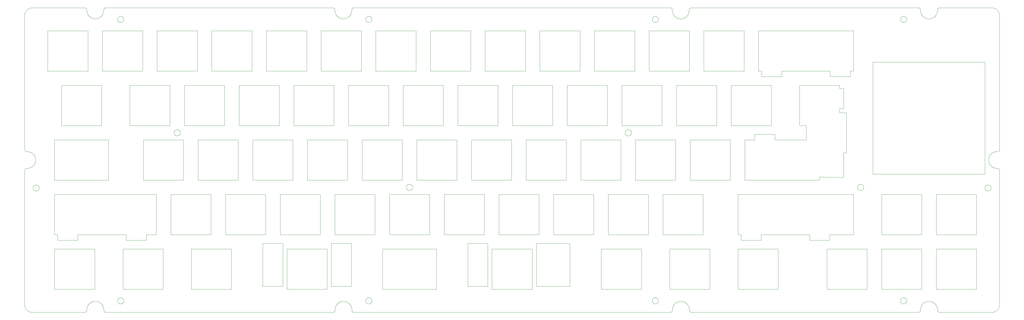
<source format=gbr>
%TF.GenerationSoftware,KiCad,Pcbnew,(6.0.5)*%
%TF.CreationDate,2022-06-26T21:13:54+09:00*%
%TF.ProjectId,plate,706c6174-652e-46b6-9963-61645f706362,rev?*%
%TF.SameCoordinates,Original*%
%TF.FileFunction,Profile,NP*%
%FSLAX46Y46*%
G04 Gerber Fmt 4.6, Leading zero omitted, Abs format (unit mm)*
G04 Created by KiCad (PCBNEW (6.0.5)) date 2022-06-26 21:13:54*
%MOMM*%
%LPD*%
G01*
G04 APERTURE LIST*
%TA.AperFunction,Profile*%
%ADD10C,0.099999*%
%TD*%
G04 APERTURE END LIST*
D10*
X185169720Y-204714893D02*
X185169720Y-204714893D01*
X463842957Y-246391929D02*
X463842957Y-260392120D01*
X358787308Y-265491058D02*
X358813645Y-265465202D01*
X153829136Y-162643604D02*
X153820223Y-162612215D01*
X437580048Y-265040916D02*
X437580048Y-265040916D01*
X470374604Y-218127464D02*
X470339478Y-218118152D01*
X439495942Y-165811824D02*
X439513001Y-165861952D01*
X253123848Y-165762719D02*
X253142968Y-165811824D01*
X423774689Y-225885177D02*
X423723023Y-225897064D01*
X246180138Y-266991188D02*
X246186837Y-267026321D01*
X359806290Y-264827957D02*
X359806290Y-264827957D01*
X439553986Y-264498802D02*
X439553986Y-264498802D01*
X166740662Y-264387703D02*
X166740662Y-264387703D01*
X351119980Y-165533760D02*
X351119980Y-165533760D01*
X243647973Y-165960144D02*
X243647973Y-165960144D01*
X244715081Y-264994423D02*
X244715081Y-264994423D01*
X419892914Y-186191997D02*
X412892823Y-186191997D01*
X467730469Y-226129097D02*
X467730469Y-226129097D01*
X246804906Y-162150871D02*
X246771803Y-162155077D01*
X153904088Y-267457237D02*
X153904088Y-267457237D01*
X252891289Y-165412880D02*
X252891289Y-165412880D01*
X445590516Y-165431984D02*
X445590516Y-165431984D01*
X469637177Y-217853099D02*
X469606171Y-217836040D01*
X449988282Y-266377304D02*
X449988282Y-266377304D01*
X446488678Y-165869695D02*
X446454590Y-165859888D01*
X468221100Y-216151401D02*
X468221100Y-216151401D01*
X154430232Y-164768960D02*
X154430232Y-164768960D01*
X135932536Y-214444507D02*
X135942872Y-214478092D01*
X469669159Y-212656520D02*
X469669159Y-212656520D01*
X358371949Y-164680064D02*
X358351792Y-164650096D01*
X444485505Y-266747284D02*
X444485505Y-266747284D01*
X252547799Y-263449783D02*
X252595864Y-263470962D01*
X341500657Y-206042972D02*
X341488785Y-205991802D01*
X468996369Y-217390091D02*
X468996369Y-217390091D01*
X155557288Y-165705872D02*
X155524199Y-165689856D01*
X362370514Y-265047126D02*
X362401520Y-265066230D01*
X252995163Y-165533808D02*
X252995163Y-165533808D01*
X351388169Y-167072159D02*
X351345292Y-167041679D01*
X155091048Y-265207351D02*
X155091048Y-265207351D01*
X363179337Y-265762390D02*
X363201554Y-265791313D01*
X352497803Y-263494743D02*
X352542771Y-263521110D01*
X444249598Y-268148763D02*
X444265511Y-268120630D01*
X422427063Y-224840793D02*
X422429108Y-224786010D01*
X361701966Y-165850080D02*
X361667862Y-165859904D01*
X352781525Y-263718002D02*
X352815629Y-263756759D01*
X359184876Y-165494000D02*
X359154892Y-165473840D01*
X468960968Y-225226810D02*
X468951661Y-225280040D01*
X159773349Y-162774874D02*
X159772488Y-162808912D01*
X470304261Y-212416252D02*
X470304261Y-212416252D01*
X471056996Y-267783307D02*
X471148884Y-267695700D01*
X155429127Y-165640768D02*
X155429127Y-165640768D01*
X132618091Y-212251664D02*
X132648194Y-212263280D01*
X246382916Y-162364164D02*
X246362127Y-162388165D01*
X159732184Y-163342224D02*
X159732184Y-163342224D01*
X364043145Y-162277226D02*
X364017468Y-162297228D01*
X135137760Y-217390586D02*
X135111920Y-217415386D01*
X357939209Y-267312019D02*
X357939209Y-267312019D01*
X471681575Y-218374406D02*
X471655895Y-218354403D01*
X135736680Y-216582393D02*
X135720664Y-216614425D01*
X251964264Y-165109024D02*
X252018006Y-165102816D01*
X134496960Y-212673595D02*
X134527968Y-212690651D01*
X241867692Y-165640768D02*
X241867692Y-165640768D01*
X351469910Y-263494773D02*
X351516907Y-263470993D01*
X134400848Y-217902187D02*
X134368816Y-217917160D01*
X157315337Y-165943071D02*
X157315337Y-165943071D01*
X468116150Y-214829448D02*
X468116150Y-214829448D01*
X470409180Y-212391449D02*
X470409180Y-212391449D01*
X468005921Y-226134796D02*
X468005921Y-226134796D01*
X251234070Y-166778160D02*
X251206170Y-166733711D01*
X363737992Y-163306048D02*
X363734894Y-163342224D01*
X439554352Y-166285167D02*
X439554352Y-166285167D01*
X245630791Y-164768976D02*
X245608567Y-164797904D01*
X357900651Y-163414064D02*
X357896012Y-163377888D01*
X343055146Y-204829082D02*
X343055146Y-204829082D01*
X359031250Y-265272949D02*
X359031250Y-265272949D01*
X450238343Y-267457237D02*
X450239380Y-267493942D01*
X241412934Y-265318962D02*
X241412934Y-265318962D01*
X251757035Y-167187919D02*
X251708970Y-167168799D01*
X471398197Y-267407859D02*
X471471964Y-267304126D01*
X159037112Y-265623382D02*
X159060889Y-265651283D01*
X252995179Y-166816911D02*
X252995179Y-166816911D01*
X444569306Y-164108048D02*
X444569306Y-164108048D01*
X424399964Y-225443866D02*
X424399964Y-225443866D01*
X471920386Y-265960975D02*
X471923829Y-265824821D01*
X350910157Y-166121823D02*
X350914292Y-166069120D01*
X164901288Y-165412832D02*
X164940041Y-165376144D01*
X467132599Y-225825241D02*
X467097443Y-225788024D01*
X439201569Y-263645141D02*
X439201569Y-263645141D01*
X157766951Y-165826816D02*
X157733368Y-165839216D01*
X246061913Y-259392181D02*
X246061913Y-259392181D01*
X253049607Y-265002166D02*
X253021706Y-265046096D01*
X361632721Y-165869711D02*
X361599122Y-165880048D01*
X133150800Y-212328376D02*
X133186984Y-212328376D01*
X244535752Y-165689872D02*
X244535752Y-165689872D01*
X445011567Y-265734481D02*
X445033783Y-265706070D01*
X135164952Y-224951896D02*
X135164952Y-224951896D01*
X446488678Y-165869695D02*
X446488678Y-165869695D01*
X358257584Y-266216117D02*
X358257584Y-266216117D01*
X156660664Y-246391929D02*
X156660664Y-260392120D01*
X240402695Y-163767008D02*
X240402695Y-163767008D01*
X470269196Y-218101112D02*
X470235596Y-218092331D01*
X135215792Y-217313594D02*
X135215792Y-217313594D01*
X253204613Y-264498802D02*
X253204613Y-264498802D01*
X240357735Y-163556176D02*
X240351525Y-163521040D01*
X378118058Y-208291931D02*
X378118058Y-208291931D01*
X136039000Y-215517353D02*
X136035896Y-215553531D01*
X468926880Y-224748809D02*
X468940857Y-224799961D01*
X157934392Y-165763776D02*
X157901320Y-165777200D01*
X469022187Y-217414379D02*
X468996369Y-217390091D01*
X467948761Y-223986057D02*
X468001954Y-223990200D01*
X165504551Y-263376884D02*
X165504551Y-263376884D01*
X468158020Y-224017067D02*
X468208649Y-224031017D01*
X137230968Y-225482120D02*
X137230968Y-225482120D01*
X184697926Y-204938156D02*
X184697926Y-204938156D01*
X468843415Y-217233512D02*
X468819123Y-217206123D01*
X352708619Y-265240951D02*
X352669877Y-265275062D01*
X358088593Y-266610321D02*
X358088593Y-266610321D01*
X444410096Y-163521040D02*
X444410096Y-163521040D01*
X342182740Y-206794841D02*
X342182740Y-206794841D01*
X439239838Y-263680786D02*
X439274964Y-263718002D01*
X153924231Y-267204055D02*
X153928889Y-267168914D01*
X154517031Y-164883680D02*
X154517031Y-164883680D01*
X342959031Y-204784122D02*
X342959031Y-204784122D01*
X357240525Y-268470642D02*
X357240525Y-268470642D01*
X245749627Y-164589136D02*
X245749627Y-164589136D01*
X158699193Y-165299200D02*
X158671288Y-165321936D01*
X156262040Y-264687927D02*
X156297177Y-264681205D01*
X160206654Y-268420287D02*
X160236758Y-268431905D01*
X468819123Y-217206123D02*
X468819123Y-217206123D01*
X341595734Y-206287914D02*
X341595734Y-206287914D01*
X154356232Y-265998039D02*
X154356232Y-265998039D01*
X444283656Y-162526266D02*
X444269154Y-162497420D01*
X240453850Y-266851158D02*
X240463143Y-266816017D01*
X155517895Y-264944244D02*
X155517895Y-264944244D01*
X359095978Y-165431984D02*
X359095978Y-165431984D01*
X265435990Y-225432041D02*
X265407563Y-225389144D01*
X154374823Y-265968055D02*
X154374823Y-265968055D01*
X450304431Y-268032186D02*
X450316048Y-268062287D01*
X153883000Y-163269872D02*
X153881447Y-163233184D01*
X352039948Y-263366066D02*
X352094742Y-263370193D01*
X357934769Y-163626976D02*
X357934769Y-163626976D01*
X448933564Y-265124145D02*
X448963532Y-265144310D01*
X363382447Y-266059028D02*
X363400528Y-266090034D01*
X246362127Y-162388165D02*
X246342490Y-162413152D01*
X185793961Y-204775882D02*
X185842022Y-204797065D01*
X245018967Y-265186164D02*
X245047913Y-265207351D01*
X468001954Y-223990200D02*
X468001954Y-223990200D01*
X358008500Y-266886291D02*
X358016236Y-266851158D01*
X165155720Y-263492088D02*
X165155720Y-263492088D01*
X132528267Y-218320394D02*
X132501430Y-218337599D01*
X354592789Y-241342102D02*
X354592789Y-227341926D01*
X253142968Y-165811824D02*
X253160027Y-165861952D01*
X468336274Y-214074524D02*
X468336274Y-214074524D01*
X466822571Y-224956039D02*
X466828797Y-224903850D01*
X357930420Y-267457237D02*
X357931443Y-267421074D01*
X468907715Y-225434040D02*
X468907715Y-225434040D01*
X468795350Y-217179256D02*
X468772065Y-217151355D01*
X351089997Y-166772959D02*
X351061066Y-166729024D01*
X363325577Y-265968055D02*
X363325577Y-265968055D01*
X424018647Y-223893047D02*
X424018647Y-223893047D01*
X353040909Y-264225975D02*
X353040909Y-264225975D01*
X450241364Y-163160832D02*
X450240326Y-163197008D01*
X448158417Y-264758194D02*
X448192536Y-264768020D01*
X184777993Y-206666187D02*
X184777993Y-206666187D01*
X358893265Y-265390289D02*
X358920655Y-265366005D01*
X243824715Y-165930176D02*
X243789574Y-165936879D01*
X133440696Y-212346473D02*
X133476864Y-212350620D01*
X132705948Y-218245456D02*
X132674559Y-218254370D01*
X450206177Y-163521040D02*
X450200531Y-163556176D01*
X362522477Y-265144310D02*
X362522477Y-265144310D01*
X240145943Y-268276886D02*
X240145943Y-268276886D01*
X444529938Y-266610321D02*
X444540772Y-266577270D01*
X159772007Y-267530098D02*
X159772007Y-267530098D01*
X437398682Y-264442993D02*
X437399689Y-264389778D01*
X239792338Y-162168280D02*
X239760336Y-162160894D01*
X469512116Y-217782299D02*
X469512116Y-217782299D01*
X422707093Y-224115768D02*
X422707093Y-224115768D01*
X468970520Y-217364250D02*
X468944153Y-217339450D01*
X357851803Y-162776110D02*
X357849379Y-162743531D01*
X136041576Y-215045497D02*
X136041576Y-215045497D01*
X422432709Y-224950874D02*
X422429108Y-224897129D01*
X158641272Y-265251251D02*
X158669177Y-265272949D01*
X241100823Y-265623382D02*
X241125115Y-265595985D01*
X471893343Y-266227754D02*
X471910169Y-266095342D01*
X471830011Y-218546462D02*
X471812712Y-218519092D01*
X469963166Y-212524250D02*
X469963166Y-212524250D01*
X243503800Y-165976176D02*
X243503800Y-165976176D01*
X381872757Y-241342102D02*
X381872757Y-241342102D01*
X350907639Y-264498802D02*
X350905549Y-264442993D01*
X343625107Y-205779914D02*
X343625107Y-205779914D01*
X359657197Y-165749791D02*
X359657197Y-165749791D01*
X246236969Y-267570419D02*
X246236969Y-267570419D01*
X357552019Y-268392710D02*
X357580153Y-268376798D01*
X165021882Y-263575828D02*
X165021882Y-263575828D01*
X444396637Y-267168914D02*
X444401795Y-267133270D01*
X447268616Y-264631095D02*
X447304780Y-264631095D01*
X240393914Y-163731872D02*
X240393914Y-163731872D01*
X155486887Y-264960273D02*
X155517895Y-264944244D01*
X450239380Y-267530098D02*
X450240387Y-267566291D01*
X342710892Y-206845996D02*
X342710892Y-206845996D01*
X363642899Y-163835728D02*
X363642899Y-163835728D01*
X132328755Y-266611609D02*
X132370352Y-266734545D01*
X438317902Y-263376884D02*
X438317902Y-263376884D01*
X358816910Y-165203040D02*
X358790024Y-165177728D01*
X251180329Y-165660928D02*
X251206170Y-165615968D01*
X362530838Y-165432016D02*
X362530838Y-165432016D01*
X444517548Y-266643920D02*
X444517548Y-266643920D01*
X166347207Y-165341056D02*
X166347207Y-165341056D01*
X192380250Y-170191951D02*
X192380250Y-170191951D01*
X443750989Y-162150676D02*
X443718411Y-162148253D01*
X363382447Y-266059028D02*
X363382447Y-266059028D01*
X418598877Y-212767112D02*
X417512116Y-212767112D01*
X466923829Y-225530170D02*
X466901612Y-225483146D01*
X164738713Y-264996978D02*
X164738713Y-264996978D01*
X448903565Y-265103988D02*
X448903565Y-265103988D01*
X439274964Y-263718002D02*
X439308564Y-263756759D01*
X361388779Y-165930176D02*
X361353653Y-165936879D01*
X242923958Y-165968927D02*
X242923958Y-165968927D01*
X159585944Y-164007792D02*
X159575097Y-164040864D01*
X439526948Y-165912080D02*
X439539338Y-165963759D01*
X135736696Y-213944313D02*
X135736696Y-213944313D01*
X361632721Y-165869711D02*
X361632721Y-165869711D01*
X363726639Y-163414064D02*
X363721970Y-163449200D01*
X363364365Y-266029045D02*
X363364365Y-266029045D01*
X469830414Y-217947128D02*
X469830414Y-217947128D01*
X467581666Y-224031032D02*
X467581666Y-224031032D01*
X351714859Y-263399185D02*
X351766541Y-263386802D01*
X159758040Y-267275863D02*
X159762185Y-267312019D01*
X330780045Y-184192125D02*
X330780045Y-184192125D01*
X154787304Y-165177728D02*
X154760935Y-165152912D01*
X164829976Y-166858736D02*
X164829976Y-166858736D01*
X437923676Y-263517944D02*
X437969635Y-263492088D01*
X158752888Y-265342231D02*
X158780264Y-265366005D01*
X412748902Y-241342102D02*
X412748902Y-243341972D01*
X134560016Y-217818458D02*
X134527976Y-217836555D01*
X252769867Y-165309024D02*
X252812233Y-165341056D01*
X159355959Y-266059028D02*
X159355959Y-266059028D01*
X335542801Y-227341926D02*
X349542984Y-227341926D01*
X240711174Y-266184082D02*
X240728234Y-266153076D01*
X136882664Y-225927066D02*
X136839776Y-225957031D01*
X165400666Y-265488983D02*
X165349511Y-265475029D01*
X278105195Y-189241949D02*
X278105195Y-189241949D01*
X241886826Y-264994384D02*
X241886826Y-264994384D01*
X445706543Y-265103988D02*
X445736542Y-265085365D01*
X444457612Y-266851158D02*
X444466919Y-266816017D01*
X450399585Y-162415363D02*
X450380922Y-162441914D01*
X363611893Y-163940112D02*
X363601044Y-163974208D01*
X135429720Y-213459579D02*
X135429720Y-213459579D01*
X468447480Y-216677467D02*
X468430420Y-216645435D01*
X251050103Y-166175104D02*
X251050103Y-166175104D01*
X359418290Y-265010933D02*
X359449296Y-264994384D01*
X166740983Y-166230911D02*
X166736840Y-166285167D01*
X422492646Y-224469738D02*
X422511750Y-224421161D01*
X471236430Y-163014288D02*
X471148823Y-162922400D01*
X135720672Y-213913307D02*
X135736696Y-213944313D01*
X252498711Y-263430168D02*
X252547799Y-263449783D01*
X343105713Y-206701805D02*
X343105713Y-206701805D01*
X136011608Y-215732330D02*
X136005920Y-215768505D01*
X133829816Y-218110424D02*
X133794680Y-218119209D01*
X135968000Y-224018089D02*
X135968000Y-224018089D01*
X137069736Y-225747737D02*
X137069736Y-225747737D01*
X468098084Y-215553512D02*
X468095002Y-215517337D01*
X136607752Y-226074840D02*
X136557624Y-226091896D01*
X251295739Y-265128791D02*
X251295739Y-265128791D01*
X240502938Y-266678039D02*
X240513802Y-266643920D01*
X241125115Y-265595985D02*
X241125115Y-265595985D01*
X438317933Y-265509140D02*
X438317933Y-265509140D01*
X164939721Y-265241973D02*
X164939721Y-265241973D01*
X153973448Y-163802144D02*
X153964152Y-163767008D01*
X358371949Y-164680064D02*
X358371949Y-164680064D01*
X468089264Y-215081131D02*
X468089264Y-215081131D01*
X360359253Y-264674995D02*
X360394379Y-264669303D01*
X134527976Y-217836555D02*
X134527976Y-217836555D01*
X468620911Y-225860874D02*
X468580597Y-225894985D01*
X136557608Y-224033096D02*
X136607736Y-224050151D01*
X132984894Y-162922386D02*
X132897287Y-163014273D01*
X244599846Y-165657840D02*
X244568841Y-165673856D01*
X155583016Y-264912178D02*
X155583016Y-264912178D01*
X230480248Y-184192125D02*
X230480248Y-184192125D01*
X240537049Y-266577270D02*
X240537049Y-266577270D01*
X266488694Y-223762825D02*
X266540879Y-223772121D01*
X253099732Y-264911216D02*
X253075959Y-264957206D01*
X449305481Y-165203072D02*
X449278595Y-165227872D01*
X253204987Y-166121872D02*
X253206009Y-166175104D01*
X445392579Y-165275904D02*
X445392579Y-165275904D01*
X470693390Y-218180187D02*
X470693390Y-218180187D01*
X422427063Y-224840793D02*
X422427063Y-224840793D01*
X241147835Y-165100720D02*
X241147835Y-165100720D01*
X444314849Y-268001537D02*
X444323493Y-267970394D01*
X266015809Y-223797962D02*
X266015809Y-223797962D01*
X448594422Y-165689872D02*
X448594422Y-165689872D01*
X444101161Y-268320830D02*
X444125915Y-268299506D01*
X184324807Y-205989257D02*
X184324807Y-205989257D01*
X359481324Y-264977333D02*
X359481324Y-264977333D01*
X468447419Y-213849208D02*
X468463959Y-213818203D01*
X471604431Y-163532123D02*
X471540723Y-163421324D01*
X159550295Y-164108048D02*
X159536343Y-164142160D01*
X386635956Y-208291946D02*
X386635956Y-206292060D01*
X470307873Y-268262721D02*
X470425074Y-268209736D01*
X166736519Y-264553077D02*
X166736519Y-264553077D01*
X245165703Y-165275936D02*
X245165703Y-165275936D01*
X156511128Y-264649139D02*
X156546792Y-264645011D01*
X447159607Y-264634162D02*
X447159607Y-264634162D01*
X239678216Y-268470642D02*
X239711014Y-268469829D01*
X423235718Y-223796920D02*
X423235718Y-223796920D01*
X359368882Y-165607184D02*
X359337876Y-165589088D01*
X266275757Y-223753002D02*
X266275757Y-223753002D01*
X466829804Y-225226825D02*
X466822571Y-225173080D01*
X361579316Y-264718902D02*
X361579316Y-264718902D01*
X422439942Y-225005130D02*
X422432709Y-224950874D01*
X359337876Y-165589088D02*
X359306870Y-165570992D01*
X266741898Y-223833095D02*
X266741898Y-223833095D01*
X165983593Y-265472976D02*
X165932953Y-265486930D01*
X468944153Y-217339450D02*
X468944153Y-217339450D01*
X362462510Y-265103988D02*
X362492493Y-265124145D01*
X246068985Y-163870864D02*
X246068985Y-163870864D01*
X136454784Y-226118759D02*
X136402072Y-226128059D01*
X265687668Y-223962810D02*
X265731598Y-223931800D01*
X358074799Y-164108048D02*
X358074799Y-164108048D01*
X242568932Y-165906895D02*
X242533799Y-165899152D01*
X438265717Y-263385650D02*
X438317902Y-263376884D01*
X445797516Y-265047096D02*
X445828522Y-265029014D01*
X252991684Y-263798103D02*
X252991684Y-263798103D01*
X164713208Y-165667072D02*
X164739033Y-165622112D01*
X253205643Y-264442993D02*
X253205643Y-264442993D01*
X359003342Y-265296211D02*
X359003342Y-265296211D01*
X136011608Y-215732330D02*
X136011608Y-215732330D01*
X156332840Y-264674995D02*
X156332840Y-264674995D01*
X184821927Y-206694091D02*
X184821927Y-206694091D01*
X225718132Y-208291931D02*
X225718132Y-208291931D01*
X362163926Y-165657840D02*
X362132905Y-165673856D01*
X184828152Y-204847194D02*
X184828152Y-204847194D01*
X265495957Y-224145736D02*
X265495957Y-224145736D01*
X438941987Y-165200000D02*
X438941987Y-165200000D01*
X159928114Y-268202684D02*
X159948117Y-268228362D01*
X244554886Y-264912216D02*
X244554886Y-264912216D01*
X363345749Y-265998039D02*
X363345749Y-265998039D01*
X343542954Y-205368042D02*
X343562088Y-205417129D01*
X155335080Y-165589088D02*
X155304072Y-165570992D01*
X467524811Y-226075866D02*
X467475739Y-226056217D01*
X252345749Y-263386741D02*
X252397942Y-263399154D01*
X359740174Y-264854324D02*
X359773224Y-264840881D01*
X165880761Y-263386741D02*
X165932969Y-263399154D01*
X359925904Y-165850064D02*
X359925904Y-165850064D01*
X197430069Y-184192125D02*
X197430069Y-170191951D01*
X133864952Y-212425544D02*
X133898544Y-212434330D01*
X444582184Y-164142160D02*
X444569306Y-164108048D01*
X363705933Y-163556176D02*
X363698700Y-163591840D01*
X240314843Y-163124144D02*
X240314843Y-163087968D01*
X185381062Y-204694236D02*
X185434807Y-204694748D01*
X159085175Y-265678161D02*
X159085175Y-265678161D01*
X352815629Y-263756759D02*
X352847657Y-263798103D01*
X201905175Y-203242122D02*
X201905175Y-203242122D01*
X468482087Y-216739482D02*
X468482087Y-216739482D01*
X243841240Y-264681205D02*
X243841240Y-264681205D01*
X154028073Y-266713173D02*
X154028073Y-266713173D01*
X157457432Y-165915184D02*
X157457432Y-165915184D01*
X265378632Y-224321960D02*
X265404999Y-224275978D01*
X184547047Y-205089050D02*
X184547047Y-205089050D01*
X251807847Y-265472976D02*
X251807847Y-265472976D01*
X446450684Y-264758194D02*
X446450684Y-264758194D01*
X449025422Y-165432016D02*
X449025422Y-165432016D01*
X357984879Y-163835728D02*
X357976075Y-163802144D01*
X357889210Y-267938812D02*
X357894789Y-267906845D01*
X364018540Y-268276886D02*
X364018540Y-268276886D01*
X166693959Y-166495999D02*
X166693959Y-166495999D01*
X241097703Y-165049040D02*
X241097703Y-165049040D01*
X244103753Y-165859904D02*
X244068619Y-165869711D01*
X444419892Y-267026321D02*
X444419892Y-267026321D01*
X134918632Y-212947483D02*
X134946544Y-212970218D01*
X437714905Y-265204757D02*
X437677704Y-265167030D01*
X240321557Y-163269872D02*
X240320008Y-163233184D01*
X164865113Y-166899039D02*
X164865113Y-166899039D01*
X362559754Y-165410832D02*
X362559754Y-165410832D01*
X133689784Y-212385242D02*
X133724920Y-212392475D01*
X357994706Y-163870864D02*
X357994706Y-163870864D01*
X158440279Y-165494032D02*
X158440279Y-165494032D01*
X469963166Y-212524250D02*
X469996247Y-212511322D01*
X341679978Y-205139148D02*
X341713044Y-205096778D01*
X470757247Y-162599321D02*
X470649896Y-162530501D01*
X265333664Y-224417049D02*
X265354859Y-224368984D01*
X450229462Y-163342224D02*
X450229462Y-163342224D01*
X252995179Y-166816911D02*
X252962105Y-166858768D01*
X351613556Y-263430198D02*
X351663697Y-263413139D01*
X156190728Y-264702903D02*
X156190728Y-264702903D01*
X133259856Y-218195194D02*
X133259856Y-218195194D01*
X446148865Y-264868278D02*
X446181427Y-264854324D01*
X343518601Y-206248092D02*
X343494828Y-206294075D01*
X449877686Y-266153076D02*
X449894745Y-266184082D01*
X164829655Y-265126197D02*
X164796586Y-265084854D01*
X251084214Y-165905871D02*
X251084214Y-165905871D01*
X449196442Y-165299200D02*
X449168519Y-165321936D01*
X157162823Y-264649139D02*
X157162823Y-264649139D01*
X132770523Y-218232253D02*
X132737950Y-218238070D01*
X447486664Y-264636215D02*
X447522309Y-264639312D01*
X449859589Y-266121048D02*
X449859589Y-266121048D01*
X402217957Y-203242107D02*
X402217957Y-189241949D01*
X166178216Y-167122815D02*
X166178216Y-167122815D01*
X165022198Y-167041679D02*
X164980855Y-167009120D01*
X351526154Y-167149679D02*
X351479126Y-167125903D01*
X244988999Y-265164978D02*
X245018967Y-265186164D01*
X156810969Y-165987007D02*
X156774279Y-165987007D01*
X445080811Y-265651283D02*
X445080811Y-265651283D01*
X444269154Y-162497420D02*
X444253242Y-162469285D01*
X135315008Y-213320571D02*
X135338776Y-213347450D01*
X352306962Y-165145216D02*
X352357102Y-165161760D01*
X359941163Y-264778869D02*
X359975281Y-264768020D01*
X359175370Y-265164978D02*
X359205353Y-265144310D01*
X245162117Y-265296211D02*
X245162117Y-265296211D01*
X362245453Y-264977363D02*
X362245453Y-264977363D01*
X364388583Y-268463392D02*
X364420881Y-268467405D01*
X363062027Y-164940016D02*
X363037751Y-164966896D01*
X239711014Y-268469829D02*
X239743591Y-268467405D01*
X343518601Y-206248092D02*
X343518601Y-206248092D01*
X251402710Y-265240951D02*
X251366021Y-265204757D01*
X439313080Y-166860848D02*
X439278962Y-166900111D01*
X245907784Y-266216117D02*
X245923798Y-266248146D01*
X450648627Y-162210858D02*
X450619783Y-162225359D01*
X243806107Y-264674995D02*
X243806107Y-264674995D01*
X184618870Y-205009994D02*
X184618870Y-205009994D01*
X363275956Y-164650112D02*
X363255799Y-164680080D01*
X361751404Y-264768020D02*
X361785523Y-264778869D01*
X246455994Y-268276886D02*
X246479762Y-268299506D01*
X447086731Y-264639312D02*
X447086731Y-264639312D01*
X437883149Y-165278016D02*
X437928101Y-165250112D01*
X471454678Y-212273432D02*
X471485329Y-212263293D01*
X358151658Y-266443443D02*
X358151658Y-266443443D01*
X448876587Y-165532768D02*
X448876587Y-165532768D01*
X241388619Y-165321904D02*
X241361748Y-165299168D01*
X359840394Y-264815025D02*
X359873459Y-264803154D01*
X135057656Y-213063224D02*
X135085048Y-213087513D01*
X245400811Y-165049056D02*
X245376519Y-165074896D01*
X185488022Y-204698890D02*
X185488022Y-204698890D01*
X352708619Y-265240951D02*
X352708619Y-265240951D01*
X245299531Y-165152928D02*
X245272667Y-165177744D01*
X439513001Y-165861952D02*
X439526948Y-165912080D01*
X411742798Y-260392120D02*
X411742798Y-260392120D01*
X165556744Y-263370163D02*
X165556744Y-263370163D01*
X468910859Y-224699192D02*
X468910859Y-224699192D01*
X186248200Y-205129882D02*
X186248200Y-205129882D01*
X245272667Y-165177744D02*
X245246827Y-165203072D01*
X153907176Y-267384887D02*
X153909752Y-267348182D01*
X353065064Y-166175119D02*
X353063019Y-166230928D01*
X154264231Y-266153076D02*
X154281800Y-266121048D01*
X438167878Y-165144176D02*
X438217988Y-165130208D01*
X364263243Y-268431905D02*
X364293892Y-268442048D01*
X350991272Y-166587951D02*
X350991272Y-166587951D01*
X192380250Y-170191951D02*
X192380250Y-184192125D01*
X341649994Y-205182045D02*
X341649994Y-205182045D01*
X357928040Y-163591840D02*
X357921845Y-163556176D01*
X134527976Y-217836555D02*
X134496968Y-217853611D01*
X156665240Y-165983919D02*
X156629063Y-165981855D01*
X468819062Y-213320041D02*
X468819062Y-213320041D01*
X468967682Y-225173065D02*
X468960968Y-225226810D01*
X447450501Y-264634162D02*
X447486664Y-264636215D01*
X424517762Y-224469753D02*
X424517762Y-224469753D01*
X133483818Y-162530489D02*
X133376468Y-162599309D01*
X265606019Y-224029995D02*
X265606019Y-224029995D01*
X166611977Y-263928855D02*
X166635750Y-263975891D01*
X246078804Y-163835728D02*
X246068985Y-163870864D01*
X468128022Y-214758136D02*
X468134217Y-214723003D01*
X437719361Y-166937840D02*
X437719361Y-166937840D01*
X358763657Y-165152912D02*
X358763657Y-165152912D01*
X244746087Y-265010963D02*
X244746087Y-265010963D01*
X154415127Y-265908081D02*
X154415127Y-265908081D01*
X353030991Y-165905887D02*
X353043412Y-165958080D01*
X156956185Y-165983919D02*
X156920008Y-165984943D01*
X251808198Y-165145200D02*
X251859368Y-165130736D01*
X439489930Y-264814071D02*
X439470795Y-264863159D01*
X446054596Y-165705872D02*
X446054596Y-165705872D01*
X166425961Y-263680786D02*
X166461625Y-263718002D01*
X449962281Y-164305984D02*
X449946259Y-164338016D01*
X446803376Y-165943071D02*
X446768250Y-165936863D01*
X135968008Y-226106872D02*
X135968008Y-226106872D01*
X468618927Y-224264072D02*
X468618927Y-224264072D01*
X159743031Y-163197008D02*
X159740967Y-163233184D01*
X469798340Y-212594524D02*
X469798340Y-212594524D01*
X361853226Y-264803192D02*
X361853226Y-264803192D01*
X135678104Y-225984935D02*
X135678104Y-225984935D01*
X468321351Y-216419097D02*
X468307404Y-216386554D01*
X350929291Y-166386911D02*
X350929291Y-166386911D01*
X357877930Y-163047648D02*
X357877930Y-163047648D01*
X266642670Y-223797962D02*
X266692811Y-223813976D01*
X186393914Y-206143226D02*
X186374791Y-206191803D01*
X244900101Y-265103988D02*
X244930069Y-265124145D01*
X241251206Y-265465202D02*
X241251206Y-265465202D01*
X230767960Y-208291931D02*
X244768136Y-208291931D01*
X468106873Y-224005176D02*
X468106873Y-224005176D01*
X143747848Y-241342102D02*
X142661096Y-241342102D01*
X467031830Y-225707927D02*
X467001832Y-225666072D01*
X132643825Y-218264769D02*
X132613787Y-218276613D01*
X444862732Y-265938064D02*
X444882905Y-265908081D01*
X251072327Y-166393168D02*
X251061989Y-166338912D01*
X251061638Y-264606834D02*
X251055947Y-264553077D01*
X364356616Y-268457813D02*
X364388583Y-268463392D01*
X265462891Y-224188121D02*
X265462891Y-224188121D01*
X351388169Y-165277952D02*
X351433136Y-165250048D01*
X468730011Y-224378791D02*
X468730011Y-224378791D01*
X251083863Y-264173782D02*
X251083863Y-264173782D01*
X341514603Y-206094123D02*
X341500657Y-206042972D01*
X133898544Y-212434330D02*
X133898544Y-212434330D01*
X240313813Y-163047648D02*
X240313813Y-163047648D01*
X265726899Y-225724010D02*
X265726899Y-225724010D01*
X424229950Y-225639209D02*
X424229950Y-225639209D01*
X350954667Y-264763923D02*
X350939698Y-264712753D01*
X359356278Y-265047096D02*
X359387284Y-265029014D01*
X363853116Y-162497419D02*
X363838611Y-162526264D01*
X362067826Y-165705888D02*
X362067826Y-165705888D01*
X132773545Y-212294761D02*
X132805846Y-212298773D01*
X363828042Y-267874547D02*
X363832050Y-267906845D01*
X243859849Y-165922927D02*
X243824715Y-165930176D01*
X245453049Y-265569107D02*
X245476822Y-265595985D01*
X469701203Y-212640506D02*
X469701203Y-212640506D01*
X448815613Y-165571008D02*
X448784577Y-165589104D01*
X186143815Y-205009994D02*
X186181031Y-205048236D01*
X353063019Y-166119824D02*
X353063019Y-166119824D01*
X135686560Y-213849243D02*
X135686560Y-213849243D01*
X156086855Y-264728210D02*
X156121993Y-264718902D01*
X439035706Y-263521110D02*
X439035706Y-263521110D01*
X422610932Y-225443866D02*
X422583008Y-225399944D01*
X360451920Y-165964799D02*
X360451920Y-165964799D01*
X358542954Y-164912096D02*
X358519700Y-164883680D01*
X439557953Y-166121872D02*
X439557953Y-166121872D01*
X357256524Y-162150676D02*
X357223947Y-162148253D01*
X467788910Y-223990219D02*
X467788910Y-223990219D01*
X353016022Y-165854735D02*
X353016022Y-165854735D01*
X166707592Y-264173782D02*
X166719990Y-264225975D01*
X159495017Y-164240864D02*
X159495017Y-164240864D01*
X245425606Y-165022192D02*
X245400811Y-165049056D01*
X471629281Y-212190900D02*
X471655834Y-212172240D01*
X132417727Y-266854696D02*
X132470712Y-266971895D01*
X165453175Y-167232879D02*
X165400982Y-167220991D01*
X449841523Y-266090034D02*
X449859589Y-266121048D01*
X439542634Y-264606834D02*
X439533844Y-264660049D01*
X359857682Y-165826799D02*
X359857682Y-165826799D01*
X165932953Y-265486930D02*
X165932953Y-265486930D01*
X240319722Y-267970394D02*
X240326843Y-267938812D01*
X438217988Y-165130208D02*
X438217988Y-165130208D01*
X135315008Y-213320571D02*
X135315008Y-213320571D01*
X251061989Y-166010768D02*
X251072327Y-165958063D01*
X241742630Y-165570992D02*
X241742630Y-165570992D01*
X359975281Y-264768020D02*
X360009385Y-264758194D01*
X133376468Y-162599309D02*
X133272735Y-162673075D01*
X245838021Y-266090034D02*
X245856118Y-266121048D01*
X362964875Y-165049056D02*
X362964875Y-165049056D01*
X445132599Y-165022176D02*
X445108307Y-164994784D01*
X353040909Y-264225975D02*
X353049714Y-264279190D01*
X132339553Y-212034087D02*
X132359556Y-212059765D01*
X244051049Y-264728210D02*
X244086182Y-264738037D01*
X445989502Y-165673840D02*
X445989502Y-165673840D01*
X230767960Y-222292106D02*
X230767960Y-222292106D01*
X246211083Y-163047648D02*
X246184731Y-163047648D01*
X450419589Y-162389686D02*
X450399585Y-162415363D01*
X340304978Y-203242122D02*
X340304978Y-203242122D01*
X246024537Y-164007792D02*
X246013688Y-164040864D01*
X165927079Y-165130240D02*
X165927079Y-165130240D01*
X471662861Y-163646206D02*
X471604431Y-163532123D01*
X186066807Y-206604187D02*
X186066807Y-206604187D01*
X246221978Y-267275863D02*
X246221978Y-267275863D01*
X467841614Y-223986072D02*
X467841614Y-223986072D01*
X362370514Y-265047126D02*
X362370514Y-265047126D01*
X445334504Y-265390289D02*
X445334504Y-265390289D01*
X387929993Y-184192125D02*
X387929993Y-184192125D01*
X359088593Y-265229042D02*
X359088593Y-265229042D01*
X437403077Y-166175104D02*
X437404114Y-166121872D01*
X241417557Y-165345168D02*
X241417557Y-165345168D01*
X245988884Y-164108048D02*
X245988884Y-164108048D01*
X361853226Y-264803192D02*
X361887345Y-264815063D01*
X154455945Y-265849174D02*
X154455945Y-265849174D01*
X357634072Y-268340835D02*
X357659749Y-268320830D01*
X135224896Y-225433033D02*
X135224896Y-225433033D01*
X357946442Y-267240211D02*
X357946442Y-267240211D01*
X178380070Y-184192125D02*
X178380070Y-184192125D01*
X469421143Y-217725448D02*
X469391144Y-217705307D01*
X444804810Y-266029045D02*
X444804810Y-266029045D01*
X444373383Y-163087968D02*
X444372376Y-163051792D01*
X469830384Y-212579528D02*
X469863434Y-212565067D01*
X266933075Y-225724010D02*
X266888627Y-225751911D01*
X156164999Y-165915168D02*
X156130375Y-165906895D01*
X251234070Y-165572048D02*
X251264039Y-165530191D01*
X132735581Y-163210226D02*
X132661815Y-163313959D01*
X155360808Y-265029014D02*
X155391816Y-265010933D01*
X137035624Y-224338008D02*
X137069720Y-224376762D01*
X252072922Y-263366134D02*
X252072922Y-263366134D01*
X447162476Y-165983919D02*
X447162476Y-165983919D01*
X178380070Y-170191951D02*
X192380250Y-170191951D01*
X468215729Y-226092922D02*
X468215729Y-226092922D01*
X184368729Y-206143226D02*
X184368729Y-206143226D01*
X266749619Y-225823223D02*
X266701035Y-225841816D01*
X178093049Y-241342102D02*
X174624009Y-241342102D01*
X447950684Y-264702903D02*
X447985291Y-264711158D01*
X132837218Y-218225493D02*
X132803626Y-218228047D01*
X241251206Y-265465202D02*
X241278069Y-265440406D01*
X468869538Y-224602039D02*
X468891755Y-224650089D01*
X240315880Y-163160832D02*
X240314843Y-163124144D01*
X292680085Y-184192125D02*
X292680085Y-184192125D01*
X439239838Y-263680786D02*
X439239838Y-263680786D01*
X134860744Y-212904586D02*
X134860744Y-212904586D01*
X159585944Y-164007792D02*
X159585944Y-164007792D01*
X352905549Y-263883895D02*
X352931916Y-263928855D01*
X184517033Y-206417114D02*
X184517033Y-206417114D01*
X357901993Y-267570419D02*
X357928330Y-267570419D01*
X357928330Y-267570419D02*
X357928330Y-267570419D01*
X343008118Y-204804794D02*
X343055146Y-204829082D01*
X158887272Y-165127088D02*
X158860920Y-165152928D01*
X447381623Y-165985983D02*
X447381623Y-165985983D01*
X265822022Y-223878055D02*
X265869050Y-223854793D01*
X137186008Y-225576168D02*
X137159656Y-225622154D01*
X157350983Y-165936879D02*
X157350983Y-165936879D01*
X186460042Y-205772201D02*
X186460042Y-205772201D01*
X362887345Y-265440406D02*
X362913712Y-265465202D01*
X158557080Y-165410832D02*
X158557080Y-165410832D01*
X185492169Y-206845005D02*
X185436871Y-206849132D01*
X363661484Y-266678039D02*
X363672333Y-266713173D01*
X357966767Y-163767008D02*
X357966767Y-163767008D01*
X444376496Y-163197008D02*
X444374421Y-163160832D01*
X155654456Y-165749791D02*
X155654456Y-165749791D01*
X242603562Y-165915168D02*
X242568932Y-165906895D01*
X241468743Y-265272949D02*
X241497162Y-265251251D01*
X450829484Y-268463392D02*
X450861783Y-268467405D01*
X342966706Y-206774154D02*
X342917618Y-206792762D01*
X360488083Y-165968927D02*
X360488083Y-165968927D01*
X448872559Y-265085365D02*
X448872559Y-265085365D01*
X450463532Y-162341168D02*
X450463532Y-162341168D01*
X265770844Y-225751911D02*
X265770844Y-225751911D01*
X469273316Y-217622123D02*
X469244385Y-217601448D01*
X251055947Y-264553077D02*
X251050789Y-264498802D01*
X352931885Y-264957206D02*
X352931885Y-264957206D01*
X341992554Y-206705963D02*
X341948624Y-206677021D01*
X448530365Y-165720880D02*
X448497284Y-165734832D01*
X137131744Y-225665050D02*
X137131744Y-225665050D01*
X449459473Y-165049056D02*
X449435181Y-165074896D01*
X136237736Y-223984008D02*
X136293032Y-223986072D01*
X164739033Y-165622112D02*
X164766938Y-165577168D01*
X437683198Y-166900111D02*
X437649079Y-166860848D01*
X450240387Y-267566291D02*
X450240387Y-267566291D01*
X350941163Y-165912031D02*
X350941163Y-165912031D01*
X136557624Y-226091896D02*
X136506984Y-226106872D01*
X186064744Y-204938156D02*
X186105050Y-204972778D01*
X360097992Y-165899152D02*
X360063889Y-165889855D01*
X135752712Y-213977386D02*
X135768728Y-214009433D01*
X184618840Y-206533897D02*
X184583176Y-206497211D01*
X424190705Y-224008792D02*
X424190705Y-224008792D01*
X449601593Y-164883696D02*
X449579377Y-164912112D01*
X244995690Y-165410832D02*
X244995690Y-165410832D01*
X357896012Y-163377888D02*
X357892914Y-163342224D01*
X360573197Y-264645011D02*
X360573197Y-264645011D01*
X449168519Y-165321936D02*
X449168519Y-165321936D01*
X343521775Y-205319980D02*
X343542954Y-205368042D01*
X467895844Y-226140983D02*
X467839539Y-226139961D01*
X246078804Y-163835728D02*
X246078804Y-163835728D01*
X240978837Y-164912096D02*
X240978837Y-164912096D01*
X166611977Y-264957206D02*
X166585625Y-265002166D01*
X438265717Y-263385650D02*
X438265717Y-263385650D01*
X470910401Y-218196201D02*
X470910401Y-218196201D01*
X137310040Y-225173095D02*
X137310040Y-225173095D01*
X134368808Y-212609531D02*
X134400840Y-212625545D01*
X363799500Y-267570419D02*
X363799500Y-267570419D01*
X362724534Y-265296211D02*
X362724534Y-265296211D01*
X135812640Y-216420105D02*
X135812640Y-216420105D01*
X438371064Y-167247871D02*
X438371064Y-167247871D01*
X243575623Y-165968927D02*
X243575623Y-165968927D01*
X184618870Y-205009994D02*
X184658135Y-204972778D01*
X438587983Y-165101808D02*
X438640168Y-165109056D01*
X135516032Y-213575355D02*
X135536704Y-213605323D01*
X246211083Y-162808912D02*
X246211083Y-163047648D01*
X165401001Y-165130144D02*
X165453190Y-165117744D01*
X135614736Y-213725212D02*
X135614736Y-213725212D01*
X448842560Y-265066230D02*
X448842560Y-265066230D01*
X164829655Y-263759826D02*
X164864792Y-263718994D01*
X447702637Y-264657905D02*
X447738282Y-264663093D01*
X467434937Y-224087883D02*
X467482483Y-224067207D01*
X450091645Y-266643920D02*
X450091645Y-266643920D01*
X165718808Y-167252015D02*
X165718808Y-167252015D01*
X135591808Y-224197929D02*
X135591808Y-224197929D01*
X251366356Y-166937840D02*
X251330185Y-166900111D01*
X343145066Y-204882827D02*
X343187958Y-204913818D01*
X265256669Y-224940055D02*
X265256669Y-224940055D01*
X253195160Y-166333744D02*
X253195160Y-166333744D01*
X251807831Y-263413139D02*
X251858986Y-263399185D01*
X469302247Y-217644344D02*
X469273316Y-217622123D01*
X159909454Y-268176133D02*
X159928114Y-268202684D01*
X363615479Y-266543159D02*
X363627381Y-266577270D01*
X342334671Y-206837738D02*
X342284043Y-206825851D01*
X166425961Y-265204757D02*
X166425961Y-265204757D01*
X468211274Y-216117290D02*
X468201447Y-216082153D01*
X470947052Y-212328376D02*
X470983246Y-212328376D01*
X468350220Y-214041450D02*
X468350220Y-214041450D01*
X166130871Y-263470962D02*
X166130871Y-263470962D01*
X243734795Y-264663093D02*
X243769928Y-264669303D01*
X165774106Y-167247871D02*
X165774106Y-167247871D01*
X446697449Y-165922911D02*
X446662323Y-165915168D01*
X468244355Y-216219097D02*
X468231965Y-216185512D01*
X159410231Y-266153076D02*
X159427289Y-266184082D01*
X470187721Y-268310094D02*
X470307873Y-268262721D01*
X448594422Y-165689872D02*
X448562378Y-165705888D01*
X359873459Y-264803154D02*
X359873459Y-264803154D01*
X157421256Y-165922927D02*
X157421256Y-165922927D01*
X165349511Y-265475029D02*
X165299897Y-265457969D01*
X243301209Y-264631095D02*
X243337899Y-264631095D01*
X178093049Y-241342102D02*
X178093049Y-241342102D01*
X469680863Y-162177942D02*
X469548449Y-162161116D01*
X265407563Y-225389144D02*
X265381730Y-225343162D01*
X245891259Y-266184082D02*
X245891259Y-266184082D01*
X241030022Y-265706070D02*
X241052758Y-265678161D01*
X158643384Y-165345200D02*
X158614968Y-165366896D01*
X184336697Y-206040924D02*
X184336697Y-206040924D01*
X449973298Y-266345268D02*
X449988282Y-266377304D01*
X357950577Y-267204055D02*
X357955216Y-267168914D01*
X184429738Y-205264236D02*
X184429738Y-205264236D01*
X352451828Y-263470962D02*
X352451828Y-263470962D01*
X444387330Y-163342224D02*
X444383210Y-163306048D01*
X245047913Y-265207351D02*
X245047913Y-265207351D01*
X363660981Y-163767008D02*
X363651658Y-163802144D01*
X349542984Y-227341926D02*
X349542984Y-227341926D01*
X243249543Y-165987007D02*
X243212853Y-165987007D01*
X154062184Y-266610321D02*
X154062184Y-266610321D01*
X135029752Y-213039451D02*
X135029752Y-213039451D01*
X165504872Y-165108960D02*
X165557065Y-165101728D01*
X134400848Y-217902187D02*
X134400848Y-217902187D01*
X444429230Y-163626976D02*
X444422516Y-163591840D01*
X468960968Y-225226810D02*
X468960968Y-225226810D01*
X267302002Y-225297145D02*
X267277710Y-225343143D01*
X363727631Y-266921424D02*
X363727631Y-266921424D01*
X245377083Y-265491058D02*
X245402901Y-265517425D01*
X165109734Y-263517944D02*
X165155720Y-263492088D01*
X166261944Y-165278032D02*
X166261944Y-165278032D01*
X363111634Y-265678161D02*
X363111634Y-265678161D01*
X471655834Y-212172240D02*
X471681514Y-212152238D01*
X351302933Y-165341008D02*
X351345292Y-165308960D01*
X161423880Y-222292106D02*
X142661192Y-222292106D01*
X361613419Y-264728210D02*
X361648560Y-264738037D01*
X265822022Y-223878055D02*
X265822022Y-223878055D01*
X362610322Y-265207351D02*
X362610322Y-265207351D01*
X243999894Y-165889872D02*
X243964760Y-165899168D01*
X450243439Y-163087968D02*
X450243439Y-163124144D01*
X468944092Y-213187240D02*
X468970459Y-213161403D01*
X135552016Y-224231002D02*
X135552016Y-224231002D01*
X132209944Y-164793264D02*
X132209944Y-164793264D01*
X446835633Y-264669303D02*
X446871796Y-264663093D01*
X266439530Y-225902263D02*
X266439530Y-225902263D01*
X251155686Y-263975891D02*
X251179978Y-263928855D01*
X241702843Y-265103988D02*
X241702843Y-265103988D01*
X165983910Y-167204975D02*
X165983910Y-167204975D01*
X358547532Y-265762390D02*
X358547532Y-265762390D01*
X447562470Y-165976176D02*
X447562470Y-165976176D01*
X157690968Y-264758194D02*
X157690968Y-264758194D01*
X343100113Y-204854923D02*
X343100113Y-204854923D01*
X155006903Y-165366864D02*
X154979001Y-165345168D01*
X447738282Y-264663093D02*
X447738282Y-264663093D01*
X240502938Y-266678039D02*
X240502938Y-266678039D01*
X423669831Y-223775226D02*
X423723053Y-223785049D01*
X153920104Y-267240211D02*
X153920104Y-267240211D01*
X448093750Y-165880048D02*
X448058594Y-165889872D01*
X252127717Y-265521011D02*
X252127717Y-265521011D01*
X343380692Y-205096748D02*
X343412720Y-205139114D01*
X469996247Y-212511322D02*
X469996247Y-212511322D01*
X361803788Y-165814928D02*
X361803788Y-165814928D01*
X137310040Y-225173095D02*
X137302800Y-225226841D01*
X353063019Y-166230928D02*
X353058899Y-166285184D01*
X137294024Y-225280071D02*
X137282136Y-225331752D01*
X266273652Y-225905880D02*
X266219910Y-225902263D01*
X363622742Y-163904976D02*
X363611893Y-163940112D01*
X242815941Y-165954975D02*
X242780808Y-165948767D01*
X251963883Y-263376983D02*
X251963883Y-263376983D01*
X470166352Y-218072170D02*
X470166352Y-218072170D01*
X136454784Y-226118759D02*
X136454784Y-226118759D01*
X240315880Y-163160832D02*
X240315880Y-163160832D01*
X469049073Y-217439193D02*
X469022187Y-217414379D01*
X245453049Y-265569107D02*
X245453049Y-265569107D01*
X165110054Y-165250048D02*
X165110054Y-165250048D01*
X165400982Y-167220991D02*
X165400982Y-167220991D01*
X438944764Y-263470962D02*
X438944764Y-263470962D01*
X243446938Y-264634162D02*
X243483109Y-264636215D01*
X159192200Y-164768976D02*
X159192200Y-164768976D01*
X438990723Y-265390838D02*
X438944764Y-265415123D01*
X132287683Y-211952032D02*
X132303595Y-211980167D01*
X265432908Y-224231018D02*
X265462891Y-224188121D01*
X136704888Y-224090984D02*
X136751912Y-224114235D01*
X469896515Y-217975032D02*
X469896515Y-217975032D01*
X137302792Y-224898170D02*
X137310032Y-224951912D01*
X165349831Y-167207039D02*
X165349831Y-167207039D01*
X135207848Y-225382904D02*
X135192856Y-225331737D01*
X363668717Y-163731872D02*
X363668717Y-163731872D01*
X135512736Y-225860920D02*
X135475016Y-225825271D01*
X267401780Y-224940055D02*
X267401780Y-224940055D01*
X439493927Y-166546127D02*
X439475312Y-166594703D01*
X350941163Y-165912031D02*
X350955124Y-165861904D01*
X446946473Y-165964799D02*
X446946473Y-165964799D01*
X166707913Y-166444831D02*
X166693959Y-166495999D01*
X265726899Y-225724010D02*
X265684540Y-225694042D01*
X267395569Y-224669769D02*
X267395569Y-224669769D01*
X185540726Y-204706123D02*
X185540726Y-204706123D01*
X142661096Y-227341926D02*
X178093049Y-227341926D01*
X135736680Y-216582393D02*
X135736680Y-216582393D01*
X363799500Y-267566291D02*
X363799500Y-267570419D01*
X357824024Y-162616525D02*
X357813882Y-162585873D01*
X467341889Y-224138008D02*
X467341889Y-224138008D01*
X244016938Y-264718902D02*
X244016938Y-264718902D01*
X253204987Y-166228848D02*
X253204987Y-166228848D01*
X466865448Y-225382904D02*
X466850464Y-225331737D01*
X252287179Y-165109056D02*
X252287179Y-165109056D01*
X160176469Y-162199436D02*
X160147170Y-162212683D01*
X251757706Y-263430198D02*
X251757706Y-263430198D01*
X164668248Y-166587951D02*
X164649128Y-166538848D01*
X450240387Y-267570419D02*
X450265717Y-267570419D01*
X186376854Y-205358810D02*
X186395977Y-205407898D01*
X446623780Y-264711158D02*
X446658417Y-264702903D01*
X469451111Y-217744056D02*
X469451111Y-217744056D01*
X350919983Y-166333695D02*
X350914292Y-166282015D01*
X388872834Y-243341972D02*
X388872834Y-243341972D01*
X352546219Y-167096975D02*
X352546219Y-167096975D01*
X352094666Y-265515861D02*
X352094666Y-265515861D01*
X469830414Y-217947128D02*
X469798371Y-217932155D01*
X135438832Y-224337978D02*
X135438832Y-224337978D01*
X159740967Y-163233184D02*
X159738392Y-163269872D01*
X357921845Y-163556176D02*
X357921845Y-163556176D01*
X153958840Y-266991188D02*
X153958840Y-266991188D01*
X164617798Y-264706039D02*
X164617798Y-264706039D01*
X164829655Y-263759826D02*
X164829655Y-263759826D01*
X363672333Y-266713173D02*
X363682679Y-266747284D01*
X446314728Y-264803154D02*
X446348847Y-264791252D01*
X342809678Y-204735035D02*
X342859787Y-204748989D01*
X468095002Y-215517337D02*
X468092408Y-215481163D01*
X243118775Y-264636215D02*
X243118775Y-264636215D01*
X157342152Y-264674995D02*
X157377287Y-264681205D01*
X240962838Y-265791313D02*
X240985062Y-265762390D01*
X447268616Y-264631095D02*
X447268616Y-264631095D01*
X132735438Y-267407859D02*
X132813984Y-267507810D01*
X446874665Y-165954975D02*
X446839539Y-165948767D01*
X359657197Y-165749791D02*
X359625168Y-165734816D01*
X358615220Y-265678161D02*
X358615220Y-265678161D01*
X439167328Y-167007072D02*
X439167328Y-167007072D01*
X467031830Y-225707927D02*
X467031830Y-225707927D01*
X242014985Y-264928215D02*
X242047013Y-264912178D01*
X155004744Y-265272949D02*
X155033175Y-265251251D01*
X437533326Y-166688768D02*
X437509034Y-166642768D01*
X358258774Y-164497152D02*
X358240693Y-164465120D01*
X450020142Y-164174720D02*
X450006196Y-164207792D01*
X430792786Y-241342102D02*
X430792786Y-241342102D01*
X133654648Y-212378521D02*
X133654648Y-212378521D01*
X444966614Y-265791313D02*
X444966614Y-265791313D01*
X443681977Y-268470642D02*
X443714774Y-268469829D01*
X242159668Y-165777184D02*
X242125557Y-165763760D01*
X444343445Y-267570419D02*
X444343445Y-267570419D01*
X186307110Y-205218250D02*
X186332936Y-205264236D01*
X156956185Y-165983919D02*
X156956185Y-165983919D01*
X363684754Y-163662112D02*
X363678025Y-163696736D01*
X154613047Y-265651283D02*
X154636824Y-265623382D01*
X245822503Y-164465120D02*
X245804932Y-164497152D01*
X159299128Y-265968055D02*
X159299128Y-265968055D01*
X153812256Y-268091786D02*
X153825326Y-268062287D01*
X468321290Y-214106556D02*
X468321290Y-214106556D01*
X470947052Y-212328376D02*
X470947052Y-212328376D01*
X266382767Y-223753002D02*
X266435990Y-223757145D01*
X363589646Y-266475990D02*
X363589646Y-266475990D01*
X242177750Y-264854324D02*
X242210824Y-264840881D01*
X469331147Y-212861164D02*
X469361145Y-212841529D01*
X447558472Y-264641906D02*
X447558472Y-264641906D01*
X362020142Y-264868309D02*
X362052170Y-264883285D01*
X471804878Y-266611609D02*
X471840531Y-266486054D01*
X469765290Y-217917160D02*
X469765290Y-217917160D01*
X445504212Y-165366864D02*
X445476288Y-165345168D01*
X153770126Y-162493623D02*
X153754199Y-162465923D01*
X166495720Y-263756759D02*
X166495720Y-263756759D01*
X159082104Y-164912112D02*
X159082104Y-164912112D01*
X468694855Y-224339000D02*
X468694855Y-224339000D01*
X240694649Y-164497152D02*
X240694649Y-164497152D01*
X267406922Y-224776233D02*
X267407990Y-224829979D01*
X251233719Y-263839988D02*
X251263688Y-263798133D01*
X444654511Y-164305984D02*
X444639527Y-164272896D01*
X182855175Y-203242122D02*
X168855000Y-203242122D01*
X362617615Y-165366896D02*
X362617615Y-165366896D01*
X351035248Y-165668112D02*
X351035248Y-165668112D01*
X239807860Y-268457813D02*
X239839445Y-268450691D01*
X363013962Y-164994800D02*
X362989686Y-165022192D01*
X154948935Y-265318962D02*
X154976840Y-265296211D01*
X240474022Y-164007792D02*
X240474022Y-164007792D01*
X159772473Y-163047648D02*
X159772473Y-163047648D01*
X351388169Y-165277952D02*
X351388169Y-165277952D01*
X438481019Y-165097168D02*
X438535279Y-165098192D01*
X470874268Y-218195163D02*
X470874268Y-218195163D01*
X468795350Y-217179256D02*
X468795350Y-217179256D01*
X357658860Y-162341168D02*
X357658860Y-162341168D01*
X439274964Y-263718002D02*
X439274964Y-263718002D01*
X159291913Y-164620144D02*
X159291913Y-164620144D01*
X165773800Y-263370193D02*
X165827546Y-263376915D01*
X362471924Y-165473872D02*
X362442994Y-165494032D01*
X467735688Y-223995895D02*
X467788910Y-223990219D01*
X192380250Y-184192125D02*
X178380070Y-184192125D01*
X265357956Y-225297161D02*
X265357956Y-225297161D01*
X244205544Y-165826816D02*
X244205544Y-165826816D01*
X155847096Y-264803154D02*
X155881207Y-264791252D01*
X166558041Y-166778160D02*
X166558041Y-166778160D01*
X423616089Y-223767994D02*
X423669831Y-223775226D01*
X159992056Y-268276886D02*
X159992056Y-268276886D01*
X184305176Y-205826988D02*
X184303113Y-205772220D01*
X352454255Y-167147103D02*
X352454255Y-167147103D01*
X165823224Y-165109056D02*
X165823224Y-165109056D01*
X335255188Y-189241949D02*
X335255188Y-189241949D01*
X351258515Y-265240951D02*
X351258515Y-265240951D01*
X468164551Y-226106872D02*
X468112885Y-226118759D01*
X358893265Y-265390289D02*
X358893265Y-265390289D01*
X137101760Y-224417064D02*
X137131728Y-224459961D01*
X423134919Y-223827930D02*
X423134919Y-223827930D01*
X245839562Y-164434112D02*
X245822503Y-164465120D01*
X244306839Y-165790112D02*
X244306839Y-165790112D01*
X252588997Y-167149695D02*
X252588997Y-167149695D01*
X449331330Y-165177744D02*
X449305481Y-165203072D01*
X359723862Y-165777184D02*
X359689744Y-165763760D01*
X360415757Y-165960144D02*
X360380112Y-165954975D01*
X360308808Y-165943071D02*
X360273682Y-165936863D01*
X358313004Y-164589120D02*
X358313004Y-164589120D01*
X153902024Y-267493942D02*
X153904088Y-267457237D01*
X468952759Y-224851127D02*
X468961518Y-224903831D01*
X471023591Y-218198265D02*
X471019471Y-218198265D01*
X159213383Y-164740032D02*
X159213383Y-164740032D01*
X437525818Y-263935028D02*
X437551636Y-263889045D01*
X244137848Y-165850080D02*
X244137848Y-165850080D01*
X449079285Y-265229042D02*
X449108704Y-265251251D01*
X265776047Y-223903896D02*
X265822022Y-223878055D01*
X351035828Y-263928855D02*
X351035828Y-263928855D01*
X362784012Y-165227872D02*
X362756623Y-165252160D01*
X361819626Y-264791282D02*
X361853226Y-264803192D01*
X156910103Y-264632118D02*
X156910103Y-264632118D01*
X439542634Y-264606834D02*
X439542634Y-264606834D01*
X159609192Y-163940112D02*
X159609192Y-163940112D01*
X159505831Y-266345268D02*
X159505831Y-266345268D01*
X363285264Y-265908081D02*
X363305420Y-265938064D01*
X137294008Y-224844936D02*
X137294008Y-224844936D01*
X470063447Y-212487564D02*
X470063447Y-212487564D01*
X135932536Y-214444507D02*
X135932536Y-214444507D01*
X242327607Y-165839200D02*
X242293496Y-165826799D01*
X137266632Y-225382904D02*
X137266632Y-225382904D01*
X154328969Y-164620128D02*
X154310360Y-164589120D01*
X185169720Y-204714893D02*
X185221913Y-204706108D01*
X469811158Y-162201210D02*
X469680863Y-162177942D01*
X437480805Y-264855896D02*
X437480805Y-264855896D01*
X358504654Y-265820243D02*
X358504654Y-265820243D01*
X242345192Y-264791252D02*
X242378777Y-264778869D01*
X133512008Y-212355274D02*
X133547672Y-212360443D01*
X446082734Y-264897201D02*
X446082734Y-264897201D01*
X240384102Y-267240211D02*
X240384102Y-267240211D01*
X468944092Y-213187240D02*
X468944092Y-213187240D01*
X342334733Y-204723163D02*
X342334733Y-204723163D01*
X449051362Y-265207351D02*
X449051362Y-265207351D01*
X184307766Y-205665260D02*
X184314999Y-205613052D01*
X251613877Y-167122815D02*
X251613877Y-167122815D01*
X446697449Y-165922911D02*
X446697449Y-165922911D01*
X165156041Y-167125903D02*
X165110054Y-167100063D01*
X164829976Y-165491904D02*
X164829976Y-165491904D01*
X242293496Y-165826799D02*
X242293496Y-165826799D01*
X253172585Y-264173782D02*
X253172585Y-264173782D01*
X446910309Y-165960144D02*
X446910309Y-165960144D01*
X468293915Y-214173210D02*
X468293915Y-214173210D01*
X135384768Y-213403259D02*
X135408024Y-213431163D01*
X283155030Y-189241949D02*
X297155213Y-189241949D01*
X444792939Y-260392120D02*
X444792939Y-260392120D01*
X159746119Y-163051792D02*
X159746119Y-163087968D01*
X350911759Y-264332916D02*
X350911759Y-264332916D01*
X352909012Y-166733711D02*
X352881104Y-166778160D01*
X159802226Y-162612215D02*
X159793312Y-162643604D01*
X438694642Y-263386741D02*
X438746827Y-263399154D01*
X134194539Y-162230747D02*
X134068985Y-162266400D01*
X241200043Y-265517425D02*
X241224839Y-265491058D01*
X444698884Y-266216117D02*
X444714936Y-266184082D01*
X265333664Y-224417049D02*
X265333664Y-224417049D01*
X363767441Y-267133270D02*
X363772629Y-267168914D01*
X351089524Y-265046096D02*
X351089524Y-265046096D01*
X134322545Y-162201204D02*
X134194539Y-162230747D01*
X155517895Y-264944244D02*
X155550969Y-264928215D01*
X423394898Y-223767978D02*
X423449677Y-223763832D01*
X342284043Y-206825851D02*
X342232880Y-206811901D01*
X243896027Y-165915184D02*
X243859849Y-165922927D01*
X342705811Y-204713852D02*
X342757996Y-204723163D01*
X446318635Y-165814912D02*
X446318635Y-165814912D01*
X251329834Y-263718032D02*
X251366005Y-263680824D01*
X352980332Y-165756032D02*
X352998963Y-165805120D01*
X360523728Y-165973072D02*
X360488083Y-165968927D01*
X468365204Y-214009403D02*
X468365204Y-214009403D01*
X160298554Y-268450691D02*
X160330139Y-268457813D01*
X363502350Y-266280181D02*
X363502350Y-266280181D01*
X350910157Y-166228799D02*
X350908082Y-166175056D01*
X204285653Y-260392120D02*
X204285653Y-260392120D01*
X444253242Y-162469285D02*
X444235943Y-162441914D01*
X154072152Y-164108048D02*
X154072152Y-164108048D01*
X186066807Y-206604187D02*
X186025990Y-206636219D01*
X450113312Y-266713173D02*
X450123658Y-266747284D01*
X166349991Y-263611030D02*
X166349991Y-263611030D01*
X353049714Y-264606834D02*
X353049714Y-264606834D01*
X359068116Y-208291931D02*
X359068116Y-222292106D01*
X132223238Y-218752783D02*
X132217421Y-218785356D01*
X133724920Y-218135227D02*
X133689784Y-218142456D01*
X165156041Y-167125903D02*
X165156041Y-167125903D01*
X165504536Y-265509140D02*
X165452855Y-265499832D01*
X156438776Y-264657905D02*
X156474951Y-264653267D01*
X466837555Y-224851146D02*
X466837555Y-224851146D01*
X166267113Y-167069071D02*
X166223176Y-167096975D01*
X244631882Y-165640784D02*
X244631882Y-165640784D01*
X439201569Y-263645141D02*
X439239838Y-263680786D01*
X133547672Y-212360443D02*
X133583840Y-212365593D01*
X424570984Y-224676986D02*
X424570984Y-224676986D01*
X135192848Y-224792728D02*
X135192848Y-224792728D01*
X446420472Y-165850064D02*
X446420472Y-165850064D01*
X423504975Y-223762825D02*
X423560791Y-223763847D01*
X244599846Y-165657840D02*
X244599846Y-165657840D01*
X351089997Y-165577168D02*
X351119980Y-165533760D01*
X164591256Y-166282015D02*
X164591256Y-166282015D01*
X360718415Y-264634162D02*
X360718415Y-264634162D01*
X357957993Y-163731872D02*
X357957993Y-163731872D01*
X251366021Y-265204757D02*
X251366021Y-265204757D01*
X471763220Y-163883557D02*
X471715846Y-163763406D01*
X242515702Y-264738037D02*
X242515702Y-264738037D01*
X185067929Y-204740203D02*
X185119080Y-204725738D01*
X469512085Y-212744396D02*
X469543091Y-212726299D01*
X363015503Y-265569107D02*
X363039277Y-265595985D01*
X240332421Y-267906845D02*
X240336432Y-267874547D01*
X241173653Y-165127072D02*
X241173653Y-165127072D01*
X412748902Y-243341972D02*
X412748902Y-243341972D01*
X363755539Y-267061973D02*
X363755539Y-267061973D01*
X330493012Y-227341926D02*
X330493012Y-227341926D01*
X444592988Y-266443443D02*
X444592988Y-266443443D01*
X438265748Y-265499832D02*
X438265748Y-265499832D01*
X268580246Y-170191951D02*
X268580246Y-170191951D01*
X439165223Y-165341056D02*
X439165223Y-165341056D01*
X342656617Y-206852714D02*
X342601838Y-206856857D01*
X363775177Y-162808896D02*
X363775208Y-163047648D01*
X166707913Y-166444831D02*
X166707913Y-166444831D01*
X450225342Y-163377888D02*
X450225342Y-163377888D01*
X155648137Y-264883255D02*
X155681208Y-264868278D01*
X362150376Y-264928245D02*
X362182419Y-264944274D01*
X159701191Y-266921424D02*
X159701191Y-266921424D01*
X240420777Y-163835728D02*
X240420777Y-163835728D01*
X439553986Y-264387703D02*
X439555542Y-264442993D01*
X154062184Y-266610321D02*
X154073033Y-266577270D01*
X240745797Y-266121048D02*
X240745797Y-266121048D01*
X252182282Y-165098192D02*
X252182282Y-165098192D01*
X364117905Y-222292106D02*
X364117905Y-208291931D01*
X468110993Y-215661529D02*
X468110993Y-215661529D01*
X136047784Y-215154552D02*
X136047784Y-215154552D01*
X450343623Y-268120630D02*
X450359535Y-268148763D01*
X243265030Y-264631095D02*
X243265030Y-264631095D01*
X133583840Y-212365593D02*
X133583840Y-212365593D01*
X240695160Y-266216117D02*
X240711174Y-266184082D01*
X159728056Y-163377888D02*
X159723927Y-163414064D01*
X468128083Y-215767467D02*
X468128083Y-215767467D01*
X135512736Y-224264072D02*
X135552016Y-224231002D01*
X240285076Y-162741282D02*
X240280869Y-162708179D01*
X468102204Y-214937450D02*
X468102204Y-214937450D01*
X362352021Y-165551888D02*
X362352021Y-165551888D01*
X468087189Y-215117305D02*
X468087189Y-215117305D01*
X342859787Y-204748989D02*
X342859787Y-204748989D01*
X253193764Y-264606834D02*
X253184983Y-264660049D01*
X467211670Y-224228954D02*
X467211670Y-224228954D01*
X439533844Y-264660049D02*
X439533844Y-264660049D01*
X447558472Y-264641906D02*
X447594635Y-264645011D01*
X157801064Y-165814928D02*
X157766951Y-165826816D01*
X470657227Y-218176040D02*
X470622101Y-218171386D01*
X439274964Y-265168052D02*
X439274964Y-265168052D01*
X363650635Y-266643920D02*
X363661484Y-266678039D01*
X240366021Y-267530098D02*
X240366021Y-267493942D01*
X166611977Y-263928855D02*
X166611977Y-263928855D01*
X135678104Y-224140041D02*
X135724096Y-224114200D01*
X357896012Y-163377888D02*
X357896012Y-163377888D01*
X359354966Y-203242122D02*
X359354966Y-203242122D01*
X184694790Y-206604187D02*
X184656041Y-206570076D01*
X240985062Y-265762390D02*
X241007798Y-265734481D01*
X252962105Y-166858768D02*
X252928010Y-166899071D01*
X135577008Y-216862472D02*
X135577008Y-216862472D01*
X396016846Y-186191997D02*
X389016755Y-186191997D01*
X468759919Y-225707912D02*
X468759919Y-225707912D01*
X447308228Y-165987007D02*
X447271546Y-165987007D01*
X242145195Y-264868278D02*
X242177750Y-264854324D01*
X422511719Y-225260936D02*
X422511719Y-225260936D01*
X154310360Y-164589120D02*
X154292281Y-164559152D01*
X184549065Y-206457931D02*
X184517033Y-206417114D01*
X437468201Y-166546127D02*
X437452179Y-166495999D01*
X352542771Y-263521110D02*
X352586701Y-263549011D01*
X358194550Y-266345268D02*
X358194550Y-266345268D01*
X252291497Y-263376915D02*
X252345749Y-263386741D01*
X445444581Y-265296211D02*
X445472504Y-265272949D01*
X253121941Y-264022903D02*
X253121941Y-264022903D01*
X424498658Y-224421177D02*
X424498658Y-224421177D01*
X245542923Y-164883696D02*
X245542923Y-164883696D01*
X352708649Y-263645141D02*
X352746903Y-263680786D01*
X246184731Y-163124144D02*
X246184731Y-163124144D01*
X351345292Y-167041679D02*
X351345292Y-167041679D01*
X362020142Y-264868309D02*
X362020142Y-264868309D01*
X155036360Y-165389088D02*
X155006903Y-165366864D01*
X450591649Y-162241269D02*
X450564280Y-162258565D01*
X358638062Y-165022176D02*
X358613770Y-164994784D01*
X132240288Y-266227754D02*
X132263556Y-266358047D01*
X135516024Y-216951355D02*
X135494832Y-216981323D01*
X252182282Y-165098192D02*
X252234986Y-165101808D01*
X246184731Y-163124144D02*
X246182663Y-163160832D01*
X363711625Y-163521040D02*
X363711625Y-163521040D01*
X362806702Y-265366005D02*
X362833588Y-265390289D01*
X445766510Y-265066230D02*
X445797516Y-265047096D01*
X439513001Y-165861952D02*
X439513001Y-165861952D01*
X438845368Y-165160208D02*
X438845368Y-165160208D01*
X135922728Y-216117275D02*
X135912904Y-216151386D01*
X351775254Y-167232879D02*
X351724076Y-167220991D01*
X439470795Y-264863159D02*
X439448578Y-264911216D01*
X159383912Y-164465120D02*
X159383912Y-164465120D01*
X363730774Y-163377888D02*
X363726639Y-163414064D01*
X253049607Y-265002166D02*
X253049607Y-265002166D01*
X241440842Y-265296211D02*
X241468743Y-265272949D01*
X447777497Y-165948767D02*
X447741303Y-165954975D01*
X437617035Y-166820016D02*
X437587067Y-166778160D01*
X243981797Y-264711158D02*
X243981797Y-264711158D01*
X159600920Y-266577270D02*
X159600920Y-266577270D01*
X351061066Y-166729024D02*
X351061066Y-166729024D01*
X467632843Y-224017082D02*
X467632843Y-224017082D01*
X251660569Y-265415092D02*
X251613541Y-265390808D01*
X468281067Y-216320392D02*
X468281067Y-216320392D01*
X444927399Y-164768960D02*
X444927399Y-164768960D01*
X469543091Y-212726299D02*
X469574097Y-212708217D01*
X240336548Y-163414064D02*
X240336548Y-163414064D01*
X360631730Y-165981855D02*
X360596085Y-165978751D01*
X136046752Y-215118377D02*
X136046752Y-215118377D01*
X468639191Y-213545353D02*
X468660370Y-213516410D01*
X240513802Y-266643920D02*
X240526200Y-266610321D01*
X242112122Y-264883255D02*
X242145195Y-264868278D01*
X153681944Y-268276886D02*
X153704563Y-268253114D01*
X445472504Y-265272949D02*
X445472504Y-265272949D01*
X341862824Y-206613979D02*
X341862824Y-206613979D01*
X155713768Y-264854324D02*
X155713768Y-264854324D01*
X468639191Y-213545353D02*
X468639191Y-213545353D01*
X156226904Y-264695160D02*
X156262040Y-264687927D01*
X468106324Y-214901275D02*
X468110962Y-214865097D01*
X184515015Y-205129882D02*
X184515015Y-205129882D01*
X245324875Y-265440406D02*
X245351243Y-265465202D01*
X156629063Y-165981855D02*
X156629063Y-165981855D01*
X134335728Y-212594539D02*
X134335728Y-212594539D01*
X351987061Y-165097168D02*
X352041840Y-165098192D01*
X251366005Y-263680824D02*
X251366005Y-263680824D01*
X471923829Y-218886089D02*
X471923021Y-218853287D01*
X251050103Y-166175104D02*
X251051140Y-166119807D01*
X137185992Y-224548839D02*
X137208728Y-224594825D01*
X342133683Y-204784137D02*
X342133683Y-204784137D01*
X468557007Y-213664203D02*
X468557007Y-213664203D01*
X361904053Y-165777200D02*
X361870957Y-165790112D01*
X450211365Y-163484864D02*
X450211365Y-163484864D01*
X154588761Y-265678161D02*
X154613047Y-265651283D01*
X470622040Y-212354217D02*
X470657166Y-212350090D01*
X134303696Y-217947128D02*
X134303696Y-217947128D01*
X351775254Y-165117744D02*
X351775254Y-165117744D01*
X356973526Y-260392120D02*
X356973526Y-246391929D01*
X352256302Y-165130752D02*
X352306962Y-165145216D01*
X240889977Y-164797888D02*
X240868790Y-164768960D01*
X159196808Y-265820243D02*
X159196808Y-265820243D01*
X245571915Y-265706070D02*
X245595162Y-265734481D01*
X466969849Y-224509048D02*
X466969849Y-224509048D01*
X244489769Y-264883285D02*
X244522843Y-264897239D01*
X137294024Y-225280071D02*
X137294024Y-225280071D01*
X438062012Y-167168815D02*
X438062012Y-167168815D01*
X244768136Y-208291931D02*
X244768136Y-222292106D01*
X468336335Y-216452171D02*
X468321351Y-216419097D01*
X135595616Y-213695243D02*
X135595616Y-213695243D01*
X447594635Y-264645011D02*
X447594635Y-264645011D01*
X350941163Y-166438079D02*
X350941163Y-166438079D01*
X343380692Y-205096748D02*
X343380692Y-205096748D01*
X240955590Y-164883680D02*
X240955590Y-164883680D01*
X159772007Y-267530098D02*
X159773032Y-267566291D01*
X273343049Y-241342102D02*
X259342873Y-241342102D01*
X438641938Y-265509140D02*
X438587677Y-265515861D01*
X466816864Y-225062999D02*
X466818970Y-225008743D01*
X469414080Y-162150899D02*
X469277924Y-162147456D01*
X450072358Y-164040864D02*
X450059449Y-164074976D01*
X358663285Y-265623382D02*
X358663285Y-265623382D01*
X439539338Y-165963759D02*
X439548157Y-166015951D01*
X251613877Y-165226848D02*
X251660904Y-165203072D01*
X251568581Y-263521141D02*
X251613526Y-263494773D01*
X136047784Y-215372123D02*
X136046752Y-215409340D01*
X159299128Y-265968055D02*
X159319272Y-265998039D01*
X136027624Y-215625370D02*
X136022976Y-215661544D01*
X136922976Y-225895015D02*
X136922976Y-225895015D01*
X184517033Y-206417114D02*
X184487065Y-206374733D01*
X444383729Y-267275863D02*
X444387848Y-267240211D01*
X363575699Y-266443443D02*
X363575699Y-266443443D01*
X164980534Y-265277107D02*
X164980534Y-265277107D01*
X446314728Y-264803154D02*
X446314728Y-264803154D01*
X282868149Y-208291931D02*
X282868149Y-222292106D01*
X267402802Y-224722999D02*
X267402802Y-224722999D01*
X422819733Y-224008792D02*
X422819733Y-224008792D01*
X352253907Y-263399154D02*
X352304520Y-263413108D01*
X423972626Y-225812824D02*
X423972626Y-225812824D01*
X166657258Y-166594703D02*
X166636071Y-166642768D01*
X241531769Y-165431984D02*
X241531769Y-165431984D01*
X352451798Y-265415123D02*
X352451798Y-265415123D01*
X342232880Y-206811901D02*
X342232880Y-206811901D01*
X357838606Y-268091786D02*
X357851679Y-268062287D01*
X165717289Y-165098192D02*
X165769993Y-165101808D01*
X266170838Y-223762825D02*
X266170838Y-223762825D01*
X422819733Y-224008792D02*
X422860047Y-223976760D01*
X352931916Y-263928855D02*
X352931916Y-263928855D01*
X468540802Y-225927032D02*
X468540802Y-225927032D01*
X243859849Y-165922927D02*
X243859849Y-165922927D01*
X423134888Y-225854168D02*
X423134888Y-225854168D01*
X468968750Y-224956024D02*
X468968750Y-224956024D01*
X159738392Y-163269872D02*
X159738392Y-163269872D01*
X341679947Y-206421756D02*
X341679947Y-206421756D01*
X133405064Y-218184345D02*
X133405064Y-218184345D01*
X154451416Y-164797888D02*
X154430232Y-164768960D01*
X446835633Y-264669303D02*
X446835633Y-264669303D01*
X155713768Y-264854324D02*
X155746840Y-264840881D01*
X470131226Y-218061321D02*
X470097107Y-218050472D01*
X240868790Y-164768960D02*
X240847611Y-164740016D01*
X361117417Y-264641906D02*
X361117417Y-264641906D01*
X447122376Y-264636215D02*
X447122376Y-264636215D01*
X439201569Y-265240951D02*
X439162842Y-265275062D01*
X405748810Y-243341972D02*
X405748810Y-243341972D01*
X437408234Y-166069167D02*
X437408234Y-166069167D01*
X135408024Y-217095531D02*
X135384760Y-217124473D01*
X246104630Y-163731872D02*
X246104630Y-163731872D01*
X352977906Y-264022903D02*
X352977906Y-264022903D01*
X243118775Y-264636215D02*
X243155991Y-264634162D01*
X136347800Y-223990219D02*
X136402056Y-223996921D01*
X470479432Y-212377498D02*
X470479432Y-212377498D01*
X158611817Y-265229042D02*
X158641272Y-265251251D01*
X242278008Y-264815025D02*
X242311081Y-264803154D01*
X135797656Y-216452152D02*
X135797656Y-216452152D01*
X357978516Y-267026321D02*
X357978516Y-267026321D01*
X342492844Y-204703003D02*
X342547181Y-204701980D01*
X156121993Y-264718902D02*
X156156104Y-264711158D01*
X157029047Y-165978751D02*
X157029047Y-165978751D01*
X252962105Y-166858768D02*
X252962105Y-166858768D01*
X468086152Y-215154522D02*
X468086152Y-215154522D01*
X133150800Y-212328376D02*
X133150800Y-212328376D01*
X246731347Y-268442048D02*
X246762492Y-268450691D01*
X132426508Y-218396467D02*
X132403536Y-218418369D01*
X358112366Y-266543159D02*
X358112366Y-266543159D01*
X342439560Y-206852714D02*
X342387894Y-206847034D01*
X246120202Y-266747284D02*
X246120202Y-266747284D01*
X185221913Y-204706108D02*
X185275143Y-204698875D01*
X157412951Y-264687927D02*
X157412951Y-264687927D01*
X360863633Y-264631095D02*
X360863633Y-264631095D01*
X360849808Y-165987007D02*
X360813614Y-165987007D01*
X471629343Y-218335742D02*
X471601972Y-218318445D01*
X254293030Y-227341926D02*
X254293030Y-227341926D01*
X245984772Y-266377304D02*
X245999238Y-266410385D01*
X358240525Y-266248146D02*
X358240525Y-266248146D01*
X438990723Y-265390838D02*
X438990723Y-265390838D01*
X153883000Y-163269872D02*
X153883000Y-163269872D01*
X468365265Y-216517273D02*
X468350281Y-216485241D01*
X266796616Y-225801002D02*
X266749619Y-225823223D01*
X351302933Y-165341008D02*
X351302933Y-165341008D01*
X357936112Y-267348182D02*
X357936112Y-267348182D01*
X444556366Y-164074976D02*
X444556366Y-164074976D01*
X351433136Y-165250048D02*
X351479126Y-165223696D01*
X363403595Y-164434112D02*
X363386536Y-164465120D01*
X446768250Y-165936863D02*
X446732605Y-165930160D01*
X159085175Y-265678161D02*
X159107913Y-265706070D01*
X437525788Y-264950965D02*
X437503022Y-264903953D01*
X446519410Y-264738037D02*
X446554535Y-264728210D01*
X470131165Y-212465339D02*
X470131165Y-212465339D01*
X185935048Y-204847194D02*
X185979992Y-204875099D01*
X245974938Y-164142160D02*
X245961510Y-164174720D01*
X437445679Y-264757202D02*
X437431733Y-264706039D01*
X136048824Y-215190219D02*
X136049856Y-215227417D01*
X448876587Y-165532768D02*
X448846619Y-165551888D01*
X185221913Y-204706108D02*
X185221913Y-204706108D01*
X164796586Y-263801681D02*
X164796586Y-263801681D01*
X252927994Y-165452160D02*
X252962090Y-165491952D01*
X154976840Y-265296211D02*
X155004744Y-265272949D01*
X450833574Y-162154697D02*
X450801606Y-162160272D01*
X352586670Y-265337074D02*
X352586670Y-265337074D01*
X166172024Y-165223776D02*
X166216984Y-165250128D01*
X361736084Y-165839216D02*
X361701966Y-165850080D01*
X132709991Y-212282063D02*
X132741575Y-212289184D01*
X251329850Y-265168052D02*
X251329850Y-265168052D01*
X155492167Y-165673840D02*
X155492167Y-165673840D01*
X155622408Y-165734816D02*
X155622408Y-165734816D01*
X353016022Y-166495999D02*
X353016022Y-166495999D01*
X343602860Y-205997978D02*
X343602860Y-205997978D01*
X265316620Y-225200008D02*
X265316620Y-225200008D01*
X244457718Y-264868309D02*
X244489769Y-264883285D01*
X468759919Y-225707912D02*
X468727875Y-225748745D01*
X444416291Y-163556176D02*
X444416291Y-163556176D01*
X352542740Y-265364982D02*
X352497773Y-265390838D01*
X135633856Y-213756218D02*
X135651944Y-213787227D01*
X343624085Y-205726684D02*
X343625107Y-205779914D01*
X246214219Y-267204055D02*
X246218873Y-267240211D01*
X155062119Y-265229042D02*
X155062119Y-265229042D01*
X252287209Y-167241679D02*
X252235016Y-167247871D01*
X135002880Y-217511512D02*
X134974968Y-217534248D01*
X251910683Y-265498802D02*
X251910683Y-265498802D01*
X166693638Y-264122100D02*
X166707592Y-264173782D01*
X190285992Y-246391929D02*
X204285653Y-246391929D01*
X159011303Y-164994800D02*
X159011303Y-164994800D01*
X166707592Y-264173782D02*
X166707592Y-264173782D01*
X166075898Y-165178816D02*
X166075898Y-165178816D01*
X136796872Y-224140071D02*
X136796872Y-224140071D01*
X360078125Y-264738037D02*
X360113266Y-264728210D01*
X467677765Y-226118759D02*
X467625580Y-226106872D01*
X153972807Y-266921424D02*
X153982104Y-266886291D01*
X253193764Y-264606834D02*
X253193764Y-264606834D01*
X471903846Y-211801800D02*
X471910969Y-211770216D01*
X361937104Y-165763776D02*
X361937104Y-165763776D01*
X468281067Y-216320392D02*
X468268128Y-216286281D01*
X156485400Y-165968927D02*
X156485400Y-165968927D01*
X445181153Y-165074880D02*
X445156373Y-165049040D01*
X363775991Y-162776097D02*
X363775177Y-162808896D01*
X254580071Y-184192125D02*
X254580071Y-184192125D01*
X448906586Y-165514175D02*
X448876587Y-165532768D01*
X438212403Y-167218943D02*
X438212403Y-167218943D01*
X444079126Y-162277226D02*
X444052577Y-162258565D01*
X352497803Y-263494743D02*
X352497803Y-263494743D01*
X267359894Y-225149879D02*
X267359894Y-225149879D01*
X444882905Y-265908081D02*
X444882905Y-265908081D01*
X466838593Y-225280056D02*
X466838593Y-225280056D01*
X437425324Y-166393168D02*
X437414979Y-166338912D01*
X158379321Y-165532768D02*
X158349335Y-165551888D01*
X134270616Y-212565593D02*
X134303688Y-212579547D01*
X184308793Y-205881771D02*
X184305176Y-205826988D01*
X437719330Y-165412896D02*
X437719330Y-165412896D01*
X360202897Y-165922911D02*
X360167756Y-165915168D01*
X132648194Y-212263280D02*
X132678846Y-212273421D01*
X242210824Y-264840881D02*
X242243897Y-264827957D01*
X358898057Y-165275904D02*
X358870667Y-165252128D01*
X468772065Y-217151355D02*
X468749329Y-217123451D01*
X136347800Y-223990219D02*
X136347800Y-223990219D01*
X439400025Y-263883895D02*
X439400025Y-263883895D01*
X467381684Y-226010746D02*
X467336731Y-225984905D01*
X252962090Y-165491952D02*
X252995163Y-165533808D01*
X164667927Y-264030136D02*
X164667927Y-264030136D01*
X466943512Y-224555034D02*
X466943512Y-224555034D01*
X447562470Y-165976176D02*
X447526307Y-165978751D01*
X310498826Y-259392181D02*
X310498826Y-259392181D01*
X362501908Y-165453200D02*
X362501908Y-165453200D01*
X424303895Y-224115768D02*
X424336945Y-224155033D01*
X159107913Y-265706070D02*
X159131176Y-265734481D01*
X249817963Y-208291931D02*
X263818131Y-208291931D01*
X468171998Y-215978298D02*
X468171998Y-215978298D01*
X158287337Y-165589104D02*
X158256327Y-165607200D01*
X437719361Y-166937840D02*
X437683198Y-166900111D01*
X165109734Y-263517944D02*
X165109734Y-263517944D01*
X357607522Y-268359498D02*
X357634072Y-268340835D01*
X251483147Y-167039104D02*
X251483147Y-167039104D01*
X468951661Y-225280040D02*
X468951661Y-225280040D01*
X437404114Y-166121872D02*
X437408234Y-166069167D01*
X164766938Y-166772959D02*
X164739033Y-166729024D01*
X244290825Y-264803192D02*
X244324921Y-264815063D01*
X184921158Y-204797050D02*
X184968712Y-204775867D01*
X134464928Y-217870155D02*
X134464928Y-217870155D01*
X361175889Y-165964799D02*
X361175889Y-165964799D01*
X343441102Y-206382953D02*
X343441102Y-206382953D01*
X468098053Y-214973114D02*
X468098053Y-214973114D01*
X240712746Y-164528144D02*
X240712746Y-164528144D01*
X142661192Y-208291931D02*
X161423880Y-208291931D01*
X154787207Y-265465202D02*
X154787207Y-265465202D01*
X387929993Y-184192125D02*
X387929993Y-170191951D01*
X444377533Y-267348182D02*
X444377533Y-267348182D01*
X341488785Y-205991802D02*
X341488785Y-205991802D01*
X158554984Y-265186164D02*
X158554984Y-265186164D01*
X246120202Y-266747284D02*
X246130021Y-266782417D01*
X241930726Y-165673840D02*
X241898697Y-165657824D01*
X363194794Y-164768976D02*
X363194794Y-164768976D01*
X240288491Y-163047648D02*
X240288491Y-162808912D01*
X240678101Y-266248146D02*
X240678101Y-266248146D01*
X449274598Y-265390289D02*
X449274598Y-265390289D01*
X245639077Y-265791313D02*
X245639077Y-265791313D01*
X359891785Y-165839200D02*
X359857682Y-165826799D01*
X243155991Y-264634162D02*
X243192170Y-264633140D01*
X135240600Y-217287242D02*
X135240600Y-217287242D01*
X358026734Y-163974208D02*
X358026734Y-163974208D01*
X246739230Y-162160894D02*
X246707229Y-162168280D01*
X342599885Y-204703003D02*
X342599885Y-204703003D01*
X154188408Y-164370048D02*
X154172392Y-164338016D01*
X449435181Y-165074896D02*
X449435181Y-165074896D01*
X352201645Y-265498802D02*
X352148942Y-265509140D01*
X362990708Y-265543281D02*
X363015503Y-265569107D01*
X159811161Y-267938812D02*
X159818280Y-267970394D01*
X387929993Y-170191951D02*
X420980164Y-170191951D01*
X444749543Y-266121048D02*
X444749543Y-266121048D01*
X450056489Y-266543159D02*
X450068360Y-266577270D01*
X246210091Y-267168914D02*
X246210091Y-267168914D01*
X160206506Y-162187593D02*
X160176469Y-162199436D01*
X358686646Y-165074880D02*
X358686646Y-165074880D01*
X364403887Y-162148266D02*
X364371305Y-162150687D01*
X439477356Y-165762719D02*
X439477356Y-165762719D01*
X359039155Y-165389088D02*
X359039155Y-165389088D01*
X252925591Y-265168052D02*
X252925591Y-265168052D01*
X422672944Y-225527065D02*
X422672944Y-225527065D01*
X469421113Y-212801242D02*
X469421113Y-212801242D01*
X136022976Y-214865131D02*
X136022976Y-214865131D01*
X164864792Y-265167030D02*
X164829655Y-265126197D01*
X246235947Y-267493942D02*
X246235947Y-267493942D01*
X135826600Y-216387546D02*
X135826600Y-216387546D01*
X251859017Y-265486930D02*
X251807847Y-265472976D01*
X245549172Y-265678161D02*
X245571915Y-265706070D01*
X468464020Y-216708473D02*
X468447480Y-216677467D01*
X251179978Y-264957206D02*
X251179978Y-264957206D01*
X352931916Y-263928855D02*
X352955689Y-263975891D01*
X241049637Y-164994784D02*
X241025864Y-164966880D01*
X469574128Y-217818473D02*
X469543122Y-217800376D01*
X242902756Y-264657905D02*
X242902756Y-264657905D01*
X293622864Y-259392181D02*
X293622864Y-259392181D01*
X251083863Y-264712753D02*
X251071976Y-264660049D01*
X164865113Y-166899039D02*
X164829976Y-166858736D01*
X438111084Y-167187935D02*
X438111084Y-167187935D01*
X352497773Y-265390838D02*
X352451798Y-265415123D01*
X362339509Y-265029045D02*
X362370514Y-265047126D01*
X245749627Y-164589136D02*
X245730507Y-164620144D01*
X326017930Y-222292106D02*
X326017930Y-208291931D01*
X450270589Y-162776097D02*
X450269776Y-162808896D01*
X132475496Y-218356041D02*
X132450509Y-218375677D01*
X133945909Y-268310094D02*
X134068845Y-268351691D01*
X156025992Y-165880032D02*
X156025992Y-165880032D01*
X244966744Y-165432016D02*
X244937813Y-165453200D01*
X252339913Y-167232895D02*
X252287209Y-167241679D01*
X153893336Y-163377888D02*
X153890233Y-163342224D01*
X353052170Y-166010784D02*
X353052170Y-166010784D01*
X361388779Y-165930176D02*
X361388779Y-165930176D01*
X363511597Y-164207792D02*
X363511597Y-164207792D01*
X133476864Y-212350620D02*
X133512008Y-212355274D01*
X135244016Y-225482135D02*
X135244016Y-225482135D01*
X439506989Y-264122100D02*
X439506989Y-264122100D01*
X363799500Y-267566291D02*
X363799500Y-267566291D01*
X469996308Y-218014297D02*
X469996308Y-218014297D01*
X164688920Y-166636015D02*
X164688920Y-166636015D01*
X357955216Y-267168914D02*
X357960404Y-267133270D01*
X265916596Y-223833095D02*
X265965683Y-223813976D01*
X466947602Y-225577194D02*
X466947602Y-225577194D01*
X246645106Y-162187593D02*
X246615069Y-162199436D01*
X158727095Y-165275936D02*
X158699193Y-165299200D01*
X361904053Y-165777200D02*
X361904053Y-165777200D01*
X422461121Y-224572055D02*
X422476105Y-224519867D01*
X363775208Y-163047648D02*
X363748887Y-163047648D01*
X266843659Y-225778267D02*
X266843659Y-225778267D01*
X243192170Y-264633140D02*
X243192170Y-264633140D01*
X450225464Y-267275863D02*
X450229584Y-267312019D01*
X422991791Y-223893047D02*
X422991791Y-223893047D01*
X275723694Y-260392120D02*
X256960999Y-260392120D01*
X468155976Y-215909576D02*
X468148224Y-215873401D01*
X439348176Y-165533808D02*
X439348176Y-165533808D01*
X135207840Y-224742088D02*
X135207840Y-224742088D01*
X265687668Y-223962810D02*
X265687668Y-223962810D01*
X424498627Y-225260936D02*
X424498627Y-225260936D01*
X244489769Y-264883285D02*
X244489769Y-264883285D01*
X164901288Y-165412832D02*
X164901288Y-165412832D01*
X439542634Y-264279190D02*
X439549866Y-264332916D01*
X450217713Y-267204055D02*
X450217713Y-267204055D01*
X243374070Y-264632118D02*
X243409722Y-264633140D01*
X450241364Y-163160832D02*
X450241364Y-163160832D01*
X363215989Y-164740032D02*
X363215989Y-164740032D01*
X240385643Y-163696736D02*
X240385643Y-163696736D01*
X439281006Y-165452160D02*
X439315125Y-165491952D01*
X154220952Y-164434112D02*
X154204424Y-164402080D01*
X135429720Y-213459579D02*
X135451944Y-213488521D01*
X444685517Y-164370048D02*
X444685517Y-164370048D01*
X240192728Y-162465923D02*
X240175523Y-162439086D01*
X446978760Y-264649139D02*
X447014405Y-264645011D01*
X135373728Y-225707962D02*
X135373728Y-225707962D01*
X343625107Y-205779914D02*
X343624085Y-205835723D01*
X443935082Y-268420287D02*
X443964581Y-268407214D01*
X358016236Y-266851158D02*
X358016236Y-266851158D01*
X245595162Y-265734481D02*
X245595162Y-265734481D01*
X136011608Y-214794330D02*
X136017808Y-214830505D01*
X240446106Y-266886291D02*
X240446106Y-266886291D01*
X136019680Y-224006202D02*
X136019680Y-224006202D01*
X363734894Y-163342224D02*
X363730774Y-163377888D01*
X153633426Y-268320830D02*
X153658176Y-268299506D01*
X246165162Y-266921424D02*
X246165162Y-266921424D01*
X447777497Y-165948767D02*
X447777497Y-165948767D01*
X449301484Y-265415092D02*
X449328370Y-265440406D01*
X159152873Y-265762390D02*
X159152873Y-265762390D01*
X222185860Y-244392051D02*
X222185860Y-244392051D01*
X335255188Y-203242122D02*
X335255188Y-203242122D01*
X467839539Y-226139961D02*
X467784760Y-226134796D01*
X361189225Y-264649139D02*
X361189225Y-264649139D01*
X449911286Y-266216117D02*
X449911286Y-266216117D01*
X357960404Y-267133270D02*
X357960404Y-267133270D01*
X361683182Y-264748375D02*
X361683182Y-264748375D01*
X135985768Y-214653259D02*
X135993008Y-214688392D01*
X444923737Y-265849174D02*
X444923737Y-265849174D01*
X245219956Y-165227872D02*
X245192566Y-165252160D01*
X251135018Y-264022903D02*
X251135018Y-264022903D01*
X363223252Y-265820243D02*
X363223252Y-265820243D01*
X134918640Y-217579208D02*
X134918640Y-217579208D01*
X154204424Y-164402080D02*
X154188408Y-164370048D01*
X449620362Y-265762390D02*
X449620362Y-265762390D01*
X252235016Y-167247871D02*
X252235016Y-167247871D01*
X341469651Y-205726715D02*
X341469651Y-205726715D01*
X364203642Y-268407214D02*
X364233141Y-268420287D01*
X439378174Y-165577216D02*
X439407074Y-165622160D01*
X185894726Y-206719932D02*
X185848744Y-206744220D01*
X424150940Y-223976760D02*
X424150940Y-223976760D01*
X445014222Y-164883680D02*
X444992524Y-164855776D01*
X467063843Y-225748760D02*
X467063843Y-225748760D01*
X468134278Y-215803131D02*
X468128083Y-215767467D01*
X449931275Y-164370048D02*
X449914216Y-164402080D01*
X156728184Y-264633140D02*
X156728184Y-264633140D01*
X159233016Y-164710048D02*
X159233016Y-164710048D01*
X156557240Y-165976176D02*
X156521063Y-165973072D01*
X364069695Y-162258565D02*
X364043145Y-162277226D01*
X185270966Y-206845005D02*
X185216713Y-206837772D01*
X468362519Y-226035034D02*
X468362519Y-226035034D01*
X449556611Y-164940016D02*
X449556611Y-164940016D01*
X155787257Y-165803024D02*
X155787257Y-165803024D01*
X132381634Y-218441341D02*
X132360844Y-218465342D01*
X157065224Y-165976176D02*
X157029047Y-165978751D01*
X252018006Y-165102816D02*
X252073304Y-165098160D01*
X159258824Y-265908081D02*
X159278967Y-265938064D01*
X450243439Y-163047648D02*
X450243439Y-163047648D01*
X264105011Y-203242122D02*
X264105011Y-203242122D01*
X252128022Y-165097168D02*
X252182282Y-165098192D01*
X470960993Y-267866466D02*
X471056996Y-267783307D01*
X450282605Y-162679251D02*
X450277026Y-162711220D01*
X251402695Y-263645172D02*
X251402695Y-263645172D01*
X132341208Y-218490329D02*
X132322766Y-218516263D01*
X157622231Y-264738037D02*
X157656855Y-264748375D01*
X135634696Y-224167945D02*
X135678104Y-224140041D01*
X447381623Y-165985983D02*
X447344391Y-165987007D01*
X136704904Y-226034023D02*
X136656840Y-226056247D01*
X134070624Y-212488586D02*
X134070624Y-212488586D01*
X251568581Y-263521141D02*
X251568581Y-263521141D01*
X246099000Y-266678039D02*
X246109864Y-266713173D01*
X358920655Y-265366005D02*
X358920655Y-265366005D01*
X450644538Y-268407214D02*
X450674038Y-268420287D01*
X360754609Y-264633140D02*
X360754609Y-264633140D01*
X357191147Y-162147440D02*
X357191147Y-162147440D01*
X445281800Y-265440406D02*
X445281800Y-265440406D01*
X469733277Y-217901146D02*
X469733277Y-217901146D01*
X251330185Y-165450080D02*
X251366356Y-165412864D01*
X245722794Y-265908081D02*
X245722794Y-265908081D01*
X341823060Y-206579868D02*
X341823060Y-206579868D01*
X439165223Y-165341056D02*
X439205018Y-165376192D01*
X133405040Y-212342346D02*
X133440696Y-212346473D01*
X265284058Y-224566936D02*
X265298005Y-224515770D01*
X251859368Y-165130736D02*
X251911034Y-165118848D01*
X165769993Y-165101808D02*
X165823224Y-165109056D01*
X246141846Y-163556176D02*
X246134598Y-163591840D01*
X363063569Y-265623382D02*
X363063569Y-265623382D01*
X186426983Y-205509178D02*
X186438855Y-205560859D01*
X153222542Y-162148317D02*
X153188504Y-162147456D01*
X165504551Y-263376884D02*
X165556744Y-263370163D01*
X363727631Y-266921424D02*
X363735383Y-266956054D01*
X154434760Y-265878097D02*
X154434760Y-265878097D01*
X352354645Y-265455925D02*
X352354645Y-265455925D01*
X468618927Y-224264072D02*
X468657685Y-224299736D01*
X251568932Y-165253200D02*
X251568932Y-165253200D01*
X240377892Y-163662112D02*
X240370667Y-163626976D01*
X444886567Y-164710032D02*
X444886567Y-164710032D01*
X135797656Y-216452152D02*
X135783704Y-216485225D01*
X357873442Y-268001537D02*
X357882086Y-267970394D01*
X132293245Y-164132031D02*
X132263700Y-164260038D01*
X444436463Y-163662112D02*
X444429230Y-163626976D01*
X186302968Y-206330810D02*
X186275063Y-206374733D01*
X244777092Y-265029045D02*
X244777092Y-265029045D01*
X417598938Y-197328796D02*
X416218140Y-197328796D01*
X166676583Y-264071991D02*
X166676583Y-264071991D01*
X362939530Y-265491058D02*
X362939530Y-265491058D01*
X154017735Y-266747284D02*
X154028073Y-266713173D01*
X358044175Y-266747284D02*
X358054505Y-266713173D01*
X134860744Y-212904586D02*
X134889688Y-212925258D01*
X159729096Y-267061973D02*
X159729096Y-267061973D01*
X449898194Y-164434112D02*
X449881135Y-164465120D01*
X446214509Y-264840881D02*
X446247559Y-264827957D01*
X363129715Y-164855792D02*
X363129715Y-164855792D01*
X240933899Y-164855776D02*
X240911675Y-164826832D01*
X165609974Y-263366035D02*
X165663720Y-263365043D01*
X352497773Y-265390838D02*
X352497773Y-265390838D01*
X449575409Y-265706070D02*
X449575409Y-265706070D01*
X252852036Y-166975023D02*
X252812249Y-167009135D01*
X134335736Y-217932155D02*
X134303696Y-217947128D01*
X240408906Y-267061973D02*
X240408906Y-267061973D01*
X133110520Y-218199321D02*
X133110520Y-218224632D01*
X468140931Y-214687355D02*
X468140931Y-214687355D01*
X246373388Y-268176133D02*
X246392050Y-268202684D01*
X185111817Y-206816059D02*
X185111817Y-206816059D01*
X448365571Y-165790112D02*
X448331482Y-165803040D01*
X184515015Y-205129882D02*
X184547047Y-205089050D01*
X134137800Y-212512363D02*
X134137800Y-212512363D01*
X245939812Y-266280181D02*
X245954804Y-266312210D01*
X471544931Y-212238608D02*
X471573776Y-212224107D01*
X446942597Y-264653267D02*
X446978760Y-264649139D01*
X353058899Y-166285184D02*
X353052170Y-166338927D01*
X360813614Y-165987007D02*
X360813614Y-165987007D01*
X438113801Y-265457969D02*
X438064728Y-265438835D01*
X253049576Y-263883895D02*
X253049576Y-263883895D01*
X352586670Y-265337074D02*
X352542740Y-265364982D01*
X468967682Y-225173065D02*
X468967682Y-225173065D01*
X240351525Y-163521040D02*
X240345849Y-163484864D01*
X445338318Y-165227840D02*
X445311432Y-165203040D01*
X363968949Y-162341168D02*
X363946327Y-162364936D01*
X469187531Y-212969162D02*
X469215424Y-212947467D01*
X166736519Y-264553077D02*
X166729817Y-264606834D01*
X335255188Y-203242122D02*
X321254990Y-203242122D01*
X444927399Y-164768960D02*
X444906220Y-164740016D01*
X417512116Y-221292186D02*
X417512116Y-221292186D01*
X135405768Y-225747753D02*
X135373728Y-225707962D01*
X246184731Y-163047648D02*
X246184731Y-163051792D01*
X185650822Y-206816059D02*
X185650822Y-206816059D01*
X166695000Y-165861952D02*
X166695000Y-165861952D01*
X157386120Y-165930176D02*
X157386120Y-165930176D01*
X352306962Y-167204975D02*
X352306962Y-167204975D01*
X417598938Y-214204761D02*
X417598938Y-214204761D01*
X253078888Y-165668160D02*
X253078888Y-165668160D01*
X155589337Y-165720864D02*
X155589337Y-165720864D01*
X446662323Y-165915168D02*
X446662323Y-165915168D01*
X424108002Y-225734794D02*
X424064606Y-225763210D01*
X342232911Y-204749004D02*
X342284073Y-204735050D01*
X439040192Y-167096975D02*
X438995240Y-167122815D01*
X245903641Y-164305984D02*
X245887627Y-164338016D01*
X351880143Y-165101728D02*
X351880143Y-165101728D01*
X157834136Y-165803040D02*
X157801064Y-165814928D01*
X186064744Y-204938156D02*
X186064744Y-204938156D01*
X358519700Y-164883680D02*
X358498002Y-164855776D01*
X445365204Y-165252128D02*
X445365204Y-165252128D01*
X443783290Y-162154688D02*
X443750989Y-162150676D01*
X216480073Y-170191951D02*
X230480248Y-170191951D01*
X448461274Y-264868309D02*
X448461274Y-264868309D01*
X153875672Y-267809173D02*
X153875672Y-267809173D01*
X135552016Y-225895034D02*
X135512736Y-225860920D01*
X251295723Y-263756790D02*
X251329834Y-263718032D01*
X159175095Y-265791313D02*
X159196808Y-265820243D01*
X159708935Y-163521040D02*
X159703255Y-163556176D01*
X445056519Y-265678161D02*
X445056519Y-265678161D01*
X136031752Y-215589195D02*
X136027624Y-215625370D01*
X468215729Y-226092922D02*
X468164551Y-226106872D01*
X241440842Y-265296211D02*
X241440842Y-265296211D01*
X240363945Y-163591840D02*
X240363945Y-163591840D01*
X351826920Y-165108960D02*
X351826920Y-165108960D01*
X357965577Y-267097107D02*
X357971283Y-267061973D01*
X240595963Y-164305984D02*
X240595963Y-164305984D01*
X468820954Y-224509033D02*
X468846802Y-224555015D01*
X132213243Y-265960975D02*
X132223462Y-266095342D01*
X444701539Y-164402080D02*
X444701539Y-164402080D01*
X135338776Y-217179241D02*
X135315008Y-217206634D01*
X246615069Y-162199436D02*
X246585769Y-162212683D01*
X360133133Y-165906895D02*
X360133133Y-165906895D01*
X437551636Y-263889045D02*
X437551636Y-263889045D01*
X164738713Y-263889045D02*
X164738713Y-263889045D01*
X358712372Y-265569107D02*
X358712372Y-265569107D01*
X136044680Y-215081161D02*
X136044680Y-215081161D01*
X341783829Y-205018234D02*
X341823090Y-204981018D01*
X362085267Y-264897239D02*
X362117295Y-264912216D01*
X184583176Y-206497211D02*
X184549065Y-206457931D01*
X158496056Y-265144310D02*
X158496056Y-265144310D01*
X252725930Y-165278032D02*
X252769867Y-165309024D01*
X158313128Y-265029045D02*
X158344136Y-265047126D01*
X352354645Y-265455925D02*
X352304490Y-265472976D01*
X159012824Y-265595985D02*
X159037112Y-265623382D01*
X446416565Y-264768020D02*
X446450684Y-264758194D01*
X444383729Y-267275863D02*
X444383729Y-267275863D01*
X468128022Y-214758136D02*
X468128022Y-214758136D01*
X235530076Y-170191951D02*
X249530251Y-170191951D01*
X242112122Y-264883255D02*
X242112122Y-264883255D01*
X362756623Y-165252160D02*
X362729737Y-165275936D01*
X143747848Y-243341972D02*
X143747848Y-241342102D01*
X341514603Y-205466777D02*
X341531662Y-205417163D01*
X388872834Y-241342102D02*
X388872834Y-241342102D01*
X132470856Y-163646190D02*
X132417871Y-163763390D01*
X306967957Y-208291931D02*
X320968140Y-208291931D01*
X449750397Y-164680080D02*
X449750397Y-164680080D01*
X252682023Y-167100080D02*
X252682023Y-167100080D01*
X352712113Y-166972975D02*
X352673356Y-167007072D01*
X165932969Y-263399154D02*
X165932969Y-263399154D01*
X185216713Y-206837772D02*
X185216713Y-206837772D01*
X246584110Y-268376798D02*
X246612245Y-268392710D01*
X137313656Y-225007209D02*
X137313656Y-225007209D01*
X446658417Y-264702903D02*
X446694581Y-264695160D01*
X467336731Y-225984905D02*
X467292786Y-225957000D01*
X466822571Y-225173080D02*
X466818970Y-225117786D01*
X242378777Y-264778869D02*
X242412873Y-264768020D01*
X466822571Y-224956039D02*
X466822571Y-224956039D01*
X444992524Y-164855776D02*
X444992524Y-164855776D01*
X253160042Y-166488768D02*
X253142983Y-166538879D01*
X471885115Y-218663050D02*
X471873497Y-218632946D01*
X242959626Y-165973072D02*
X242959626Y-165973072D01*
X240366021Y-267570419D02*
X240366021Y-267570419D01*
X135215792Y-217313594D02*
X135189952Y-217339435D01*
X361189225Y-264649139D02*
X361225388Y-264653267D01*
X154814072Y-265440406D02*
X154839913Y-265415092D01*
X444426606Y-266991188D02*
X444426606Y-266991188D01*
X166131192Y-167147103D02*
X166131192Y-167147103D01*
X184307766Y-205665260D02*
X184307766Y-205665260D01*
X360936524Y-264632118D02*
X360936524Y-264632118D01*
X253121956Y-264863159D02*
X253099732Y-264911216D01*
X135373720Y-224417049D02*
X135405760Y-224376743D01*
X333161011Y-246391929D02*
X347160660Y-246391929D01*
X352403763Y-263449783D02*
X352403763Y-263449783D01*
X153875271Y-163051792D02*
X153875271Y-163047648D01*
X133689784Y-212385242D02*
X133689784Y-212385242D01*
X405748810Y-243341972D02*
X405748810Y-241342102D01*
X133864952Y-212425544D02*
X133864952Y-212425544D01*
X158496056Y-265144310D02*
X158525000Y-265164978D01*
X363467698Y-164305984D02*
X363467698Y-164305984D01*
X363345749Y-265998039D02*
X363364365Y-266029045D01*
X422448731Y-224623737D02*
X422461121Y-224572055D01*
X358240693Y-164465120D02*
X358223633Y-164434112D01*
X363577775Y-164040864D02*
X363577775Y-164040864D01*
X470444367Y-218141403D02*
X470444367Y-218141403D01*
X444347046Y-163047648D02*
X444347046Y-163047648D01*
X155557288Y-165705872D02*
X155557288Y-165705872D01*
X153902024Y-267566291D02*
X153902024Y-267566291D01*
X265530579Y-224105945D02*
X265530579Y-224105945D01*
X185216713Y-206837772D02*
X185164010Y-206827945D01*
X422945801Y-223918888D02*
X422991791Y-223893047D01*
X225718132Y-208291931D02*
X225718132Y-222292106D01*
X468134217Y-214723003D02*
X468140931Y-214687355D01*
X253200852Y-166282064D02*
X253195160Y-166333744D01*
X253173989Y-166438111D02*
X253173989Y-166438111D01*
X246312609Y-268062287D02*
X246325679Y-268091786D01*
X185848744Y-206744220D02*
X185848744Y-206744220D01*
X350971726Y-264071991D02*
X350971726Y-264071991D01*
X468089264Y-215081131D02*
X468092377Y-215045467D01*
X159772007Y-267493942D02*
X159772007Y-267530098D01*
X164712887Y-264950965D02*
X164712887Y-264950965D01*
X361009385Y-264634162D02*
X361045578Y-264636215D01*
X363741105Y-163269872D02*
X363741105Y-163269872D01*
X358401261Y-265968055D02*
X358401261Y-265968055D01*
X245351243Y-265465202D02*
X245377083Y-265491058D01*
X437647004Y-165491968D02*
X437647004Y-165491968D01*
X450208436Y-267133270D02*
X450208436Y-267133270D01*
X361117417Y-264641906D02*
X361153580Y-264645011D01*
X241681641Y-165532752D02*
X241650635Y-165514144D01*
X468084107Y-215299224D02*
X468084107Y-215263050D01*
X135111920Y-217415386D02*
X135085048Y-217439163D01*
X156546792Y-264645011D02*
X156582968Y-264641906D01*
X132871256Y-218224632D02*
X132837218Y-218225493D01*
X136751928Y-226010776D02*
X136704904Y-226034023D01*
X468843628Y-225577175D02*
X468817811Y-225622135D01*
X373355149Y-189241949D02*
X373355149Y-189241949D01*
X240962838Y-265791313D02*
X240962838Y-265791313D01*
X448937592Y-165494032D02*
X448906586Y-165514175D01*
X242690888Y-264695160D02*
X242690888Y-264695160D01*
X246179574Y-163233184D02*
X246177002Y-163269872D01*
X363798478Y-267493942D02*
X363798478Y-267530098D01*
X412748902Y-243341972D02*
X405748810Y-243341972D01*
X447054444Y-165976176D02*
X447018281Y-165973072D01*
X448023468Y-165899168D02*
X448023468Y-165899168D01*
X353049714Y-264606834D02*
X353040909Y-264660049D01*
X245918618Y-164272896D02*
X245903641Y-164305984D01*
X360790253Y-264632118D02*
X360827469Y-264631095D01*
X240223263Y-162522143D02*
X240208655Y-162493623D01*
X360148392Y-264718902D02*
X360182511Y-264711158D01*
X244756936Y-165571008D02*
X244725930Y-165589104D01*
X357789192Y-162526266D02*
X357774688Y-162497420D01*
X438016663Y-263467796D02*
X438064728Y-263447128D01*
X240288491Y-162808912D02*
X240288491Y-162808912D01*
X352542740Y-265364982D02*
X352542740Y-265364982D01*
X437835816Y-263575828D02*
X437835816Y-263575828D01*
X253172585Y-264173782D02*
X253184983Y-264225975D01*
X450587560Y-268376798D02*
X450615694Y-268392710D01*
X422860016Y-225704826D02*
X422819703Y-225672794D01*
X424336915Y-225527065D02*
X424336915Y-225527065D01*
X244683045Y-264977363D02*
X244715081Y-264994423D01*
X156993384Y-165981855D02*
X156956185Y-165983919D01*
X449823426Y-266059028D02*
X449841523Y-266090034D01*
X136017808Y-215697193D02*
X136017808Y-215697193D01*
X136454768Y-224006233D02*
X136454768Y-224006233D01*
X246923722Y-268470642D02*
X357240525Y-268470642D01*
X469391114Y-212821388D02*
X469421113Y-212801242D01*
X439525971Y-166444831D02*
X439510987Y-166495999D01*
X469331177Y-217665531D02*
X469302247Y-217644344D01*
X242079049Y-264897201D02*
X242112122Y-264883255D01*
X360273682Y-165936863D02*
X360273682Y-165936863D01*
X343559952Y-206150940D02*
X343559952Y-206150940D01*
X245350678Y-165100736D02*
X245350678Y-165100736D01*
X342492844Y-204703003D02*
X342492844Y-204703003D01*
X265253052Y-224776233D02*
X265253052Y-224776233D01*
X444369812Y-267570419D02*
X444369812Y-267570419D01*
X438847596Y-265455925D02*
X438847596Y-265455925D01*
X326017930Y-222292106D02*
X326017930Y-222292106D01*
X166177895Y-265390838D02*
X166177895Y-265390838D01*
X438370606Y-263370163D02*
X438370606Y-263370163D01*
X135724096Y-226010776D02*
X135724096Y-226010776D01*
X362751404Y-265318962D02*
X362779313Y-265342231D01*
X251072327Y-165958063D02*
X251072327Y-165958063D01*
X470838105Y-218193096D02*
X470838105Y-218193096D01*
X471763281Y-266734545D02*
X471804878Y-266611609D01*
X244694916Y-165607200D02*
X244694916Y-165607200D01*
X352959153Y-166642768D02*
X352959153Y-166642768D01*
X445011567Y-265734481D02*
X445011567Y-265734481D01*
X470166291Y-212454490D02*
X470166291Y-212454490D01*
X352097168Y-167247855D02*
X352097168Y-167247855D01*
X361474411Y-264695160D02*
X361474411Y-264695160D01*
X361081238Y-264639312D02*
X361081238Y-264639312D01*
X287630280Y-170191951D02*
X287630280Y-184192125D01*
X437503052Y-263982071D02*
X437525818Y-263935028D01*
X468996308Y-213136089D02*
X468996308Y-213136089D01*
X185701993Y-206802108D02*
X185701993Y-206802108D01*
X438944764Y-265415123D02*
X438896698Y-265436821D01*
X241762795Y-265066230D02*
X241793801Y-265047096D01*
X134496960Y-212673595D02*
X134496960Y-212673595D01*
X363761750Y-267097107D02*
X363767441Y-267133270D01*
X446386353Y-165839200D02*
X446352234Y-165826799D01*
X154787304Y-165177728D02*
X154787304Y-165177728D01*
X215185769Y-259392181D02*
X215185769Y-259392181D01*
X420979920Y-227341926D02*
X420979920Y-227341926D01*
X252183495Y-263366066D02*
X252237755Y-263370193D01*
X246235947Y-267530098D02*
X246235947Y-267530098D01*
X357523175Y-268407214D02*
X357552019Y-268392710D01*
X206955002Y-203242122D02*
X206955002Y-203242122D01*
X243912041Y-264695160D02*
X243912041Y-264695160D01*
X343410614Y-206424812D02*
X343379090Y-206466156D01*
X135163600Y-213162441D02*
X135163600Y-213162441D01*
X422461091Y-225111065D02*
X422448731Y-225057834D01*
X266219910Y-225902263D02*
X266165650Y-225895034D01*
X265643708Y-225662010D02*
X265643708Y-225662010D01*
X343105713Y-206701805D02*
X343060746Y-206728157D01*
X159723927Y-163414064D02*
X159719271Y-163449200D01*
X450298372Y-162616521D02*
X450289728Y-162647666D01*
X154099017Y-164174720D02*
X154099017Y-164174720D01*
X240384102Y-267240211D02*
X240388230Y-267204055D01*
X153503793Y-162227290D02*
X153475273Y-162212683D01*
X251071976Y-264225975D02*
X251083863Y-264173782D01*
X155178904Y-265144310D02*
X155178904Y-265144310D01*
X358331635Y-164620128D02*
X358331635Y-164620128D01*
X351153077Y-166858736D02*
X351119980Y-166816879D01*
X243031975Y-165978751D02*
X242995797Y-165976176D01*
X359325257Y-265066230D02*
X359356278Y-265047096D01*
X444372864Y-267421074D02*
X444374939Y-267384887D01*
X251757035Y-165161744D02*
X251808198Y-165145200D01*
X470765198Y-218187416D02*
X470765198Y-218187416D01*
X246184731Y-163087968D02*
X246184731Y-163124144D01*
X297155213Y-189241949D02*
X297155213Y-203242122D01*
X445258179Y-165152912D02*
X445258179Y-165152912D01*
X135085048Y-213087513D02*
X135111920Y-213112331D01*
X197430069Y-184192125D02*
X197430069Y-184192125D01*
X411742798Y-246391929D02*
X425742951Y-246391929D01*
X363552948Y-164108048D02*
X363538987Y-164142160D01*
X439448578Y-264911216D02*
X439424805Y-264957206D01*
X358392106Y-164710032D02*
X358371949Y-164680064D01*
X153886103Y-163306048D02*
X153886103Y-163306048D01*
X134682992Y-212782634D02*
X134712960Y-212801242D01*
X358294922Y-164559152D02*
X358276841Y-164528144D01*
X445084534Y-164966880D02*
X445084534Y-164966880D01*
X135215792Y-213213611D02*
X135240600Y-213240490D01*
X449022461Y-265186164D02*
X449022461Y-265186164D01*
X133654648Y-218149177D02*
X133654648Y-218149177D01*
X363368973Y-164497152D02*
X363368973Y-164497152D01*
X362779313Y-265342231D02*
X362779313Y-265342231D01*
X353016022Y-165854735D02*
X353030991Y-165905887D01*
X422779938Y-224042903D02*
X422779938Y-224042903D01*
X358290665Y-266153076D02*
X358290665Y-266153076D01*
X363305420Y-265938064D02*
X363305420Y-265938064D01*
X358661835Y-165049040D02*
X358661835Y-165049040D01*
X470550293Y-218161048D02*
X470550293Y-218161048D01*
X469701203Y-212640506D02*
X469733246Y-212624488D01*
X347160660Y-260392120D02*
X333161011Y-260392120D01*
X335542801Y-241342102D02*
X335542801Y-241342102D01*
X437793976Y-263608917D02*
X437835816Y-263575828D01*
X266384751Y-225905880D02*
X266384751Y-225905880D01*
X156546792Y-264645011D02*
X156546792Y-264645011D01*
X241732811Y-265085365D02*
X241732811Y-265085365D01*
X439123383Y-165309024D02*
X439123383Y-165309024D01*
X134651992Y-217764186D02*
X134651992Y-217764186D01*
X417598938Y-197328796D02*
X417598938Y-197328796D01*
X252686837Y-265364982D02*
X252641877Y-265390838D01*
X136072904Y-223996891D02*
X136126656Y-223990184D01*
X363470292Y-266216117D02*
X363470292Y-266216117D01*
X351011506Y-264911216D02*
X350990830Y-264863159D01*
X159319272Y-265998039D02*
X159337864Y-266029045D01*
X134802872Y-212861179D02*
X134831816Y-212882362D01*
X154685912Y-265569107D02*
X154710200Y-265543281D01*
X342547059Y-206858924D02*
X342492783Y-206856857D01*
X448054535Y-264728210D02*
X448089692Y-264738037D01*
X444343445Y-267570419D02*
X444369812Y-267570419D01*
X444373383Y-163124144D02*
X444373383Y-163124144D01*
X136402056Y-223996921D02*
X136402056Y-223996921D01*
X164738713Y-264996978D02*
X164712887Y-264950965D01*
X466847138Y-181082237D02*
X466847138Y-220186824D01*
X160118650Y-162227290D02*
X160090951Y-162243217D01*
X240549958Y-266543159D02*
X240561844Y-266510101D01*
X135969744Y-215944187D02*
X135961992Y-215979320D01*
X358920655Y-265366005D02*
X358947541Y-265342231D01*
X439122010Y-263578994D02*
X439162842Y-263611030D01*
X471392025Y-218237442D02*
X471360059Y-218231865D01*
X448398652Y-165777200D02*
X448365571Y-165790112D01*
X450266525Y-267841972D02*
X450268944Y-267874547D01*
X164618119Y-165912031D02*
X164632073Y-165861904D01*
X444440552Y-266921424D02*
X444440552Y-266921424D01*
X358592499Y-265706070D02*
X358615220Y-265678161D01*
X343498002Y-205272956D02*
X343498002Y-205272956D01*
X467171875Y-224264087D02*
X467171875Y-224264087D01*
X158808217Y-165203072D02*
X158781352Y-165227872D01*
X437530213Y-165667136D02*
X437530213Y-165667136D01*
X350914292Y-166069120D02*
X350919983Y-166015904D01*
X136049856Y-215263595D02*
X136049856Y-215300281D01*
X361987595Y-264854354D02*
X361987595Y-264854354D01*
X202192856Y-241342102D02*
X202192856Y-241342102D01*
X438069214Y-165178800D02*
X438118287Y-165160192D01*
X352304520Y-263413108D02*
X352354676Y-263430168D01*
X351983567Y-265521011D02*
X351928788Y-265519989D01*
X439553986Y-264498802D02*
X439549866Y-264553077D01*
X386635956Y-208291946D02*
X386635956Y-208291946D01*
X252595894Y-265415123D02*
X252595894Y-265415123D01*
X239901242Y-268431905D02*
X239931345Y-268420287D01*
X437450135Y-165861952D02*
X437450135Y-165861952D01*
X445037476Y-164912096D02*
X445037476Y-164912096D01*
X444318481Y-162616525D02*
X444308342Y-162585873D01*
X252852730Y-265240951D02*
X252852730Y-265240951D01*
X164596936Y-166333695D02*
X164591256Y-166282015D01*
X471601911Y-212208197D02*
X471629281Y-212190900D01*
X468893525Y-217286216D02*
X468893525Y-217286216D01*
X251441994Y-265275062D02*
X251441994Y-265275062D01*
X166350312Y-167007072D02*
X166308968Y-167039104D01*
X343618897Y-205891018D02*
X343618897Y-205891018D01*
X444369812Y-267530098D02*
X444369812Y-267530098D01*
X157127177Y-264645011D02*
X157127177Y-264645011D01*
X445894410Y-165623712D02*
X445894410Y-165623712D01*
X242923958Y-165968927D02*
X242887787Y-165964799D01*
X244715081Y-264994423D02*
X244746087Y-265010963D01*
X358223633Y-164434112D02*
X358223633Y-164434112D01*
X273343049Y-227341926D02*
X273343049Y-227341926D01*
X242446984Y-264758194D02*
X242446984Y-264758194D01*
X137101760Y-224417064D02*
X137101760Y-224417064D01*
X423560761Y-225917736D02*
X423560761Y-225917736D01*
X240492089Y-266713173D02*
X240502938Y-266678039D01*
X239996857Y-162260422D02*
X239970020Y-162243217D01*
X450172638Y-163696736D02*
X450163300Y-163731872D01*
X245933609Y-164240864D02*
X245918618Y-164272896D01*
X251156037Y-165707952D02*
X251156037Y-165707952D01*
X343192017Y-206643932D02*
X343149643Y-206673900D01*
X266843659Y-225778267D02*
X266796616Y-225801002D01*
X463842957Y-246391929D02*
X463842957Y-246391929D01*
X351221802Y-265204757D02*
X351185654Y-265168052D01*
X364183543Y-162197788D02*
X364154042Y-162210858D01*
X437756073Y-166972975D02*
X437719361Y-166937840D01*
X360182511Y-264711158D02*
X360182511Y-264711158D01*
X468772004Y-213375339D02*
X468795289Y-213347435D01*
X449842774Y-227341926D02*
X463842957Y-227341926D01*
X358223633Y-164434112D02*
X358207093Y-164402080D01*
X351185654Y-265168052D02*
X351185654Y-265168052D01*
X469159150Y-217534267D02*
X469159150Y-217534267D01*
X135373728Y-225707962D02*
X135342728Y-225665065D01*
X358076203Y-266643920D02*
X358076203Y-266643920D01*
X422991761Y-225789047D02*
X422945771Y-225763210D01*
X135865872Y-216287288D02*
X135865872Y-216287288D01*
X153375440Y-268450691D02*
X153406586Y-268442048D01*
X157733368Y-165839216D02*
X157733368Y-165839216D01*
X133654648Y-218149177D02*
X133618984Y-218155384D01*
X158583912Y-265207351D02*
X158583912Y-265207351D01*
X469798371Y-217932155D02*
X469765290Y-217917160D01*
X154127432Y-164240864D02*
X154127432Y-164240864D01*
X136237752Y-226140968D02*
X136181944Y-226138908D01*
X352039887Y-265519989D02*
X352039887Y-265519989D01*
X159366343Y-164497152D02*
X159348248Y-164528160D01*
X422432709Y-224730712D02*
X422432709Y-224730712D01*
X240549958Y-266543159D02*
X240549958Y-266543159D01*
X448493287Y-264883285D02*
X448493287Y-264883285D01*
X252073304Y-165098160D02*
X252128022Y-165097168D01*
X159535288Y-266410385D02*
X159549241Y-266443443D01*
X444807465Y-164589120D02*
X444789399Y-164559152D01*
X240317940Y-163197008D02*
X240315880Y-163160832D01*
X437403809Y-264337074D02*
X437403809Y-264337074D01*
X360609391Y-264641906D02*
X360645554Y-264639312D01*
X439244324Y-166937840D02*
X439244324Y-166937840D01*
X444826081Y-164620128D02*
X444807465Y-164589120D01*
X133259840Y-212331482D02*
X133296008Y-212333545D01*
X351119980Y-166816879D02*
X351089997Y-166772959D01*
X360996048Y-165981855D02*
X360996048Y-165981855D01*
X240368088Y-267457237D02*
X240369111Y-267421074D01*
X159649001Y-163802144D02*
X159649001Y-163802144D01*
X363837626Y-267938812D02*
X363844746Y-267970394D01*
X349542984Y-241342102D02*
X335542801Y-241342102D01*
X468795289Y-213347435D02*
X468819062Y-213320041D01*
X153973448Y-163802144D02*
X153973448Y-163802144D01*
X158727095Y-165275936D02*
X158727095Y-165275936D01*
X362833588Y-265390289D02*
X362860459Y-265415092D01*
X158614968Y-165366896D02*
X158586024Y-165389120D01*
X134335728Y-212594539D02*
X134368808Y-212609531D01*
X158752888Y-265342231D02*
X158752888Y-265342231D01*
X363746796Y-163160832D02*
X363745774Y-163197008D01*
X449689393Y-164768976D02*
X449689393Y-164768976D01*
X134591008Y-212726299D02*
X134622016Y-212744396D01*
X344780243Y-170191951D02*
X344780243Y-184192125D01*
X468128083Y-215767467D02*
X468122376Y-215732330D01*
X166659863Y-165762719D02*
X166659863Y-165762719D01*
X444945923Y-265820243D02*
X444945923Y-265820243D01*
X252448617Y-265472976D02*
X252448617Y-265472976D01*
X253103188Y-166636047D02*
X253103188Y-166636047D01*
X471870014Y-164260054D02*
X471840470Y-164132047D01*
X352851120Y-165530208D02*
X352851120Y-165530208D01*
X211717957Y-222292106D02*
X211717957Y-208291931D01*
X363325577Y-265968055D02*
X363345749Y-265998039D01*
X251263688Y-265087959D02*
X251263688Y-265087959D01*
X470444306Y-212384220D02*
X470479432Y-212377498D01*
X155746840Y-264840881D02*
X155746840Y-264840881D01*
X358099442Y-266577270D02*
X358099442Y-266577270D01*
X352406189Y-167168799D02*
X352357102Y-167187919D01*
X463842957Y-227341926D02*
X463842957Y-241342102D01*
X154566023Y-265706070D02*
X154588761Y-265678161D01*
X164712887Y-263935028D02*
X164712887Y-263935028D01*
X245400811Y-165049056D02*
X245400811Y-165049056D01*
X244154923Y-264758194D02*
X244189019Y-264768020D01*
X136557624Y-226091896D02*
X136557624Y-226091896D01*
X252927994Y-165452160D02*
X252927994Y-165452160D01*
X136041576Y-215481178D02*
X136039000Y-215517353D01*
X135552016Y-225895034D02*
X135552016Y-225895034D01*
X157173224Y-165964799D02*
X157173224Y-165964799D01*
X449328370Y-265440406D02*
X449354706Y-265465202D01*
X241898697Y-165657824D02*
X241898697Y-165657824D01*
X467574402Y-226092922D02*
X467524811Y-226075866D01*
X244768136Y-222292106D02*
X230767960Y-222292106D01*
X160399891Y-162148317D02*
X160366301Y-162150871D01*
X450193299Y-163591840D02*
X450193299Y-163591840D01*
X444265511Y-268120630D02*
X444280015Y-268091786D01*
X243467621Y-165978751D02*
X243467621Y-165978751D01*
X444372864Y-267421074D02*
X444372864Y-267421074D01*
X252959656Y-263756759D02*
X252959656Y-263756759D01*
X153279580Y-268467405D02*
X153311883Y-268463392D01*
X351011979Y-165715136D02*
X351011979Y-165715136D01*
X241962761Y-165689856D02*
X241962761Y-165689856D01*
X422819703Y-225672794D02*
X422779908Y-225639209D01*
X153754199Y-162465923D02*
X153736994Y-162439086D01*
X242654709Y-264702903D02*
X242690888Y-264695160D01*
X353065064Y-166175119D02*
X353065064Y-166175119D01*
X449766602Y-265968055D02*
X449766602Y-265968055D01*
X444149689Y-268276886D02*
X444149689Y-268276886D01*
X363974597Y-268228362D02*
X363995920Y-268253114D01*
X251055947Y-264332916D02*
X251055947Y-264332916D01*
X449770539Y-164650112D02*
X449750397Y-164680080D01*
X448431702Y-165763776D02*
X448398652Y-165777200D01*
X246182663Y-163160832D02*
X246181641Y-163197008D01*
X154735096Y-165127072D02*
X154735096Y-165127072D01*
X165977192Y-165144192D02*
X165977192Y-165144192D01*
X446416565Y-264768020D02*
X446416565Y-264768020D01*
X253184983Y-264225975D02*
X253193764Y-264279190D01*
X363946327Y-162364936D02*
X363925001Y-162389686D01*
X253025147Y-165577216D02*
X253053048Y-165622160D01*
X471916548Y-211738246D02*
X471920561Y-211705946D01*
X449842774Y-241342102D02*
X449842774Y-227341926D01*
X470586396Y-212359386D02*
X470586396Y-212359386D01*
X158611817Y-265229042D02*
X158611817Y-265229042D01*
X245681977Y-265849174D02*
X245703156Y-265878097D01*
X242243897Y-264827957D02*
X242243897Y-264827957D01*
X423925110Y-223848106D02*
X423972657Y-223868778D01*
X364018540Y-268276886D02*
X364042311Y-268299506D01*
X164864792Y-263718994D02*
X164900967Y-263680755D01*
X389016755Y-186191997D02*
X389016755Y-186191997D01*
X358592499Y-265706070D02*
X358592499Y-265706070D01*
X135866712Y-224050136D02*
X135866712Y-224050136D01*
X265684540Y-225694042D02*
X265643708Y-225662010D01*
X439402985Y-166733711D02*
X439402985Y-166733711D01*
X444372376Y-163047648D02*
X444347046Y-163047648D01*
X134802888Y-217665496D02*
X134772904Y-217685146D01*
X444380097Y-163269872D02*
X444378571Y-163233184D01*
X449894745Y-266184082D02*
X449911286Y-266216117D01*
X266384751Y-225905880D02*
X266329987Y-225907943D01*
X246013688Y-164040864D02*
X246013688Y-164040864D01*
X252636025Y-167125919D02*
X252588997Y-167149695D01*
X447702637Y-264657905D02*
X447702637Y-264657905D01*
X345067917Y-222292106D02*
X345067917Y-208291931D01*
X352094666Y-265515861D02*
X352039887Y-265519989D01*
X240366021Y-267566291D02*
X240366021Y-267566291D01*
X155550969Y-264928215D02*
X155550969Y-264928215D01*
X444422516Y-163591840D02*
X444422516Y-163591840D01*
X156801064Y-264631095D02*
X156837241Y-264631095D01*
X362382004Y-165532768D02*
X362382004Y-165532768D01*
X245055001Y-203242122D02*
X245055001Y-203242122D01*
X197143029Y-241342102D02*
X197143029Y-241342102D01*
X351388169Y-167072159D02*
X351388169Y-167072159D01*
X439378174Y-165577216D02*
X439378174Y-165577216D01*
X157492056Y-165906911D02*
X157457432Y-165915184D01*
X449808259Y-164589136D02*
X449789124Y-164620144D01*
X132273181Y-211923187D02*
X132287683Y-211952032D01*
X444666871Y-266280181D02*
X444681824Y-266248146D01*
X343472138Y-205226970D02*
X343472138Y-205226970D01*
X251051140Y-166119807D02*
X251056298Y-166065023D01*
X153879384Y-163197008D02*
X153879384Y-163197008D01*
X166557721Y-263839958D02*
X166557721Y-263839958D01*
X240537575Y-164174720D02*
X240537575Y-164174720D01*
X424577698Y-224730728D02*
X424581849Y-224786026D01*
X448020417Y-264718902D02*
X448020417Y-264718902D01*
X133594616Y-162466782D02*
X133483818Y-162530489D01*
X424150910Y-225704826D02*
X424150910Y-225704826D01*
X246113930Y-163696736D02*
X246113930Y-163696736D01*
X166635750Y-264911216D02*
X166611977Y-264957206D01*
X449508545Y-164994800D02*
X449484284Y-165022192D01*
X359088593Y-265229042D02*
X359117524Y-265207351D01*
X438990723Y-263494743D02*
X439035706Y-263521110D01*
X437409302Y-166285167D02*
X437409302Y-166285167D01*
X134946552Y-217557499D02*
X134918640Y-217579208D01*
X444129552Y-162318550D02*
X444104803Y-162297228D01*
X343593079Y-205517913D02*
X343593079Y-205517913D01*
X252682007Y-165250128D02*
X252725930Y-165278032D01*
X362258988Y-165607200D02*
X362227982Y-165623728D01*
X361751404Y-264768020D02*
X361751404Y-264768020D01*
X133223688Y-218197258D02*
X133187000Y-218198280D01*
X159480025Y-164272896D02*
X159480025Y-164272896D01*
X438995240Y-167122815D02*
X438949250Y-167147103D01*
X468519318Y-216801498D02*
X468500184Y-216770488D01*
X342917618Y-206792762D02*
X342917618Y-206792762D01*
X241702843Y-265103988D02*
X241732811Y-265085365D01*
X252017624Y-263370262D02*
X252017624Y-263370262D01*
X240781991Y-266059028D02*
X240781991Y-266059028D01*
X185017800Y-204756748D02*
X185067929Y-204740203D01*
X358015885Y-163940112D02*
X358015885Y-163940112D01*
X402217957Y-203242107D02*
X402217957Y-203242107D01*
X357530746Y-162241268D02*
X357502613Y-162225358D01*
X449710572Y-164740032D02*
X449689393Y-164768976D01*
X471019410Y-212327339D02*
X471023530Y-212327339D01*
X241855813Y-265010933D02*
X241855813Y-265010933D01*
X439553986Y-264387703D02*
X439553986Y-264387703D01*
X450047547Y-164108048D02*
X450033570Y-164142160D01*
X468940857Y-224799961D02*
X468952759Y-224851127D01*
X249530251Y-170191951D02*
X249530251Y-170191951D01*
X246204918Y-267133270D02*
X246210091Y-267168914D01*
X246612245Y-268392710D02*
X246641090Y-268407214D01*
X448784577Y-165589104D02*
X448784577Y-165589104D01*
X444823945Y-265998039D02*
X444823945Y-265998039D01*
X164940041Y-165376144D02*
X164980855Y-165341008D01*
X242259911Y-165814912D02*
X242259911Y-165814912D01*
X265298005Y-224515770D02*
X265298005Y-224515770D01*
X251613541Y-265390808D02*
X251613541Y-265390808D01*
X437503052Y-263982071D02*
X437503052Y-263982071D01*
X468409546Y-226010746D02*
X468362519Y-226035034D01*
X438645447Y-167241168D02*
X438591187Y-167247871D01*
X361081238Y-264639312D02*
X361117417Y-264641906D01*
X358050004Y-164040864D02*
X358050004Y-164040864D01*
X370973710Y-260392120D02*
X356973526Y-260392120D01*
X245018967Y-265186164D02*
X245018967Y-265186164D01*
X351297806Y-265275062D02*
X351297806Y-265275062D01*
X165109734Y-265368049D02*
X165109734Y-265368049D01*
X450200531Y-163556176D02*
X450193299Y-163591840D01*
X132213215Y-218818459D02*
X132210661Y-218852051D01*
X439123383Y-165309024D02*
X439165223Y-165341056D01*
X468868195Y-217260379D02*
X468868195Y-217260379D01*
X468557007Y-213664203D02*
X468577179Y-213634235D01*
X439554352Y-166069167D02*
X439554352Y-166069167D01*
X153932105Y-163626976D02*
X153925383Y-163591840D01*
X351089997Y-165577168D02*
X351089997Y-165577168D01*
X360631730Y-165981855D02*
X360631730Y-165981855D01*
X133223688Y-218197258D02*
X133223688Y-218197258D01*
X448718537Y-264994423D02*
X448718537Y-264994423D01*
X252017624Y-263370262D02*
X252072922Y-263366134D01*
X134270624Y-217961593D02*
X134237552Y-217975547D01*
X445801392Y-165570992D02*
X445801392Y-165570992D01*
X470801331Y-212335083D02*
X470838044Y-212333530D01*
X246173897Y-163306048D02*
X246170792Y-163342224D01*
X135290720Y-213293193D02*
X135315008Y-213320571D01*
X424549805Y-225111080D02*
X424534821Y-225162231D01*
X363797455Y-267457237D02*
X363797455Y-267457237D01*
X267359894Y-225149879D02*
X267342835Y-225199993D01*
X448966523Y-165473872D02*
X448966523Y-165473872D01*
X159059369Y-164940016D02*
X159059369Y-164940016D01*
X240379960Y-267275863D02*
X240379960Y-267275863D01*
X244257241Y-264791282D02*
X244290825Y-264803192D01*
X239694660Y-162150871D02*
X239661068Y-162148317D01*
X153809824Y-162581481D02*
X153797980Y-162551443D01*
X157665160Y-165859904D02*
X157665160Y-165859904D01*
X241867692Y-165640768D02*
X241835656Y-165623712D01*
X363741105Y-163269872D02*
X363737992Y-163306048D01*
X357885682Y-163269872D02*
X357884140Y-163233184D01*
X361104050Y-165973072D02*
X361067856Y-165976176D01*
X135922728Y-214409370D02*
X135932536Y-214444507D01*
X165718503Y-263366066D02*
X165773800Y-263370193D01*
X351297806Y-263611061D02*
X351338639Y-263579025D01*
X468110962Y-214865097D02*
X468110962Y-214865097D01*
X265566712Y-225592250D02*
X265531571Y-225555034D01*
X165933274Y-167218943D02*
X165933274Y-167218943D01*
X157656855Y-264748375D02*
X157656855Y-264748375D01*
X158912089Y-165100736D02*
X158887272Y-165127088D01*
X154866776Y-265390289D02*
X154866776Y-265390289D01*
X437974091Y-165223760D02*
X438021149Y-165199984D01*
X251757721Y-265455925D02*
X251708634Y-265436790D01*
X154280247Y-184192125D02*
X140280072Y-184192125D01*
X341823060Y-206579868D02*
X341783799Y-206543178D01*
X360344971Y-165948767D02*
X360308808Y-165943071D01*
X154047352Y-164040864D02*
X154047352Y-164040864D01*
X244239655Y-165814928D02*
X244205544Y-165826816D01*
X470479493Y-218148120D02*
X470444367Y-218141403D01*
X253157609Y-264763923D02*
X253157609Y-264763923D01*
X241358170Y-265366005D02*
X241358170Y-265366005D01*
X251206170Y-165615968D02*
X251206170Y-165615968D01*
X252812233Y-165341056D02*
X252812233Y-165341056D01*
X468087220Y-215408283D02*
X468087220Y-215408283D01*
X165065815Y-263545845D02*
X165109734Y-263517944D01*
X341747635Y-206503913D02*
X341747635Y-206503913D01*
X134400840Y-212625545D02*
X134400840Y-212625545D01*
X446420472Y-165850064D02*
X446386353Y-165839200D01*
X155615048Y-264897201D02*
X155615048Y-264897201D01*
X343232850Y-206611900D02*
X343232850Y-206611900D01*
X267162003Y-225515224D02*
X267127884Y-225555015D01*
X242210824Y-264840881D02*
X242210824Y-264840881D01*
X132984751Y-267695700D02*
X133076639Y-267783307D01*
X153875657Y-267570419D02*
X153902024Y-267570419D01*
X363904995Y-162415363D02*
X363886330Y-162441914D01*
X166527752Y-265087959D02*
X166527752Y-265087959D01*
X165664025Y-167253039D02*
X165664025Y-167253039D01*
X468918244Y-213213081D02*
X468944092Y-213187240D01*
X362588685Y-165389120D02*
X362559754Y-165410832D01*
X450202729Y-267097107D02*
X450208436Y-267133270D01*
X358351792Y-164650096D02*
X358331635Y-164620128D01*
X438212403Y-167218943D02*
X438161225Y-167204991D01*
X241077050Y-265651283D02*
X241100823Y-265623382D01*
X363265610Y-265878097D02*
X363265610Y-265878097D01*
X352851120Y-166820016D02*
X352819092Y-166860848D01*
X154072152Y-164108048D02*
X154059241Y-164074976D01*
X468500123Y-213756187D02*
X468519257Y-213725177D01*
X363588624Y-164007792D02*
X363577775Y-164040864D01*
X135783720Y-214041465D02*
X135783720Y-214041465D01*
X471319651Y-267507810D02*
X471398197Y-267407859D01*
X467475739Y-226056217D02*
X467427674Y-226035034D01*
X361870957Y-165790112D02*
X361870957Y-165790112D01*
X240267666Y-162643604D02*
X240258752Y-162612215D01*
X444369812Y-267530098D02*
X444369812Y-267493942D01*
X392405121Y-189241949D02*
X392405121Y-203242122D01*
X252491845Y-167189999D02*
X252442231Y-167207056D01*
X363223252Y-265820243D02*
X363244431Y-265849174D01*
X135783720Y-214041465D02*
X135797672Y-214074539D01*
X450080262Y-266610321D02*
X450091645Y-266643920D01*
X469302216Y-212882347D02*
X469302216Y-212882347D01*
X362989686Y-165022192D02*
X362964875Y-165049056D01*
X244205544Y-165826816D02*
X244171959Y-165839216D01*
X136882648Y-224197959D02*
X136922960Y-224231033D01*
X252234986Y-165101808D02*
X252287179Y-165109056D01*
X197430069Y-170191951D02*
X211430245Y-170191951D01*
X469929047Y-212537162D02*
X469963166Y-212524250D01*
X134831832Y-217644313D02*
X134831832Y-217644313D01*
X449192444Y-265318962D02*
X449220337Y-265342231D01*
X158256327Y-165607200D02*
X158225319Y-165623728D01*
X438949250Y-167147103D02*
X438949250Y-167147103D01*
X155397095Y-165623712D02*
X155366087Y-165607184D01*
X358175019Y-164338016D02*
X358160050Y-164305984D01*
X350919983Y-166015904D02*
X350919983Y-166015904D01*
X242709496Y-165936863D02*
X242709496Y-165936863D01*
X173330246Y-170191951D02*
X173330246Y-184192125D01*
X157725064Y-264768020D02*
X157725064Y-264768020D01*
X211717957Y-208291931D02*
X225718132Y-208291931D01*
X158251112Y-264994423D02*
X158251112Y-264994423D01*
X184658135Y-204972778D02*
X184697926Y-204938156D01*
X158123991Y-264928245D02*
X158123991Y-264928245D01*
X424581849Y-224786026D02*
X424583924Y-224840808D01*
X469543122Y-217800376D02*
X469512116Y-217782299D01*
X246700696Y-268431905D02*
X246731347Y-268442048D01*
X341649964Y-206378860D02*
X341622071Y-206333900D01*
X450043580Y-266510101D02*
X450043580Y-266510101D01*
X246166649Y-163377888D02*
X246162522Y-163414064D01*
X154112967Y-164207792D02*
X154112967Y-164207792D01*
X135265728Y-225530185D02*
X135244016Y-225482135D01*
X253157609Y-264763923D02*
X253140549Y-264814071D01*
X153876296Y-163087968D02*
X153875271Y-163051792D01*
X246275093Y-267938812D02*
X246282213Y-267970394D01*
X253121956Y-264863159D02*
X253121956Y-264863159D01*
X263818131Y-222292106D02*
X263818131Y-222292106D01*
X363467698Y-164305984D02*
X363451661Y-164338016D01*
X444327121Y-162647672D02*
X444318481Y-162616525D01*
X438532868Y-263366066D02*
X438587677Y-263370193D01*
X153886103Y-163306048D02*
X153883000Y-163269872D01*
X267386796Y-224618106D02*
X267386796Y-224618106D01*
X159416983Y-164402080D02*
X159400967Y-164434112D01*
X156660664Y-260392120D02*
X156660664Y-260392120D01*
X450564280Y-162258565D02*
X450537729Y-162277226D01*
X153862846Y-267938812D02*
X153868424Y-267906845D01*
X241995850Y-165705872D02*
X241962761Y-165689856D01*
X468792542Y-224465095D02*
X468820954Y-224509033D01*
X133440696Y-212346473D02*
X133440696Y-212346473D01*
X251402695Y-263645172D02*
X251441979Y-263611061D01*
X241502823Y-165410800D02*
X241502823Y-165410800D01*
X363564850Y-164074976D02*
X363564850Y-164074976D01*
X244372986Y-165763776D02*
X244339913Y-165777200D01*
X469863465Y-217961082D02*
X469830414Y-217947128D01*
X241671830Y-265124145D02*
X241702843Y-265103988D01*
X446662323Y-165915168D02*
X446627686Y-165906895D01*
X135952696Y-216013416D02*
X135942872Y-216048553D01*
X469606141Y-212690120D02*
X469637146Y-212673065D01*
X468265870Y-226075866D02*
X468265870Y-226075866D01*
X448591431Y-264928245D02*
X448591431Y-264928245D01*
X165203064Y-167149679D02*
X165156041Y-167125903D01*
X350918473Y-264279190D02*
X350927796Y-264225975D01*
X469076478Y-217463466D02*
X469049073Y-217439193D01*
X352304490Y-265472976D02*
X352253846Y-265486930D01*
X445926453Y-165640768D02*
X445894410Y-165623712D01*
X185545910Y-206837772D02*
X185545910Y-206837772D01*
X437485260Y-165762736D02*
X437505921Y-165715200D01*
X153964152Y-163767008D02*
X153955369Y-163731872D01*
X165022198Y-165308960D02*
X165066136Y-165277952D01*
X363285264Y-265908081D02*
X363285264Y-265908081D01*
X135703616Y-216645435D02*
X135686552Y-216677467D01*
X417598938Y-214204761D02*
X417598938Y-221204856D01*
X350972168Y-165811776D02*
X350972168Y-165811776D01*
X444378571Y-163233184D02*
X444378571Y-163233184D01*
X363651658Y-163802144D02*
X363651658Y-163802144D01*
X449168519Y-165321936D02*
X449140625Y-165345200D01*
X246794077Y-268457813D02*
X246826046Y-268463392D01*
X444596131Y-164174720D02*
X444582184Y-164142160D01*
X357414168Y-162186169D02*
X357383518Y-162176029D01*
X352454255Y-167147103D02*
X352406189Y-167168799D01*
X343590958Y-206050170D02*
X343590958Y-206050170D01*
X135889640Y-216219593D02*
X135889640Y-216219593D01*
X265272675Y-225047031D02*
X265263901Y-224993801D01*
X363451661Y-164338016D02*
X363451661Y-164338016D01*
X352354676Y-263430168D02*
X352354676Y-263430168D01*
X246251220Y-162581481D02*
X246240821Y-162612215D01*
X363710602Y-266851158D02*
X363710602Y-266851158D01*
X242995797Y-165976176D02*
X242959626Y-165973072D01*
X159732184Y-163342224D02*
X159728056Y-163377888D01*
X341904694Y-206647052D02*
X341862824Y-206613979D01*
X244587975Y-264928245D02*
X244587975Y-264928245D01*
X343145066Y-204882827D02*
X343145066Y-204882827D01*
X253078904Y-166683072D02*
X253078904Y-166683072D01*
X422672974Y-224155033D02*
X422672974Y-224155033D01*
X245874199Y-266153076D02*
X245891259Y-266184082D01*
X252547799Y-263449783D02*
X252547799Y-263449783D01*
X164617798Y-264179985D02*
X164631752Y-264128822D01*
X468122376Y-215732330D02*
X468122376Y-215732330D01*
X351613556Y-265455925D02*
X351613556Y-265455925D01*
X241252724Y-165203040D02*
X241252724Y-165203040D01*
X444369812Y-267493942D02*
X444369812Y-267493942D01*
X468448914Y-224137992D02*
X468493866Y-224165897D01*
X158557080Y-165410832D02*
X158528136Y-165432016D01*
X468578614Y-224228939D02*
X468618927Y-224264072D01*
X252017991Y-167247871D02*
X252017991Y-167247871D01*
X137282120Y-224792743D02*
X137294008Y-224844936D01*
X445770386Y-165551872D02*
X445770386Y-165551872D01*
X446352234Y-165826799D02*
X446318635Y-165814912D01*
X470586396Y-212359386D02*
X470622040Y-212354217D01*
X352977875Y-264863159D02*
X352977875Y-264863159D01*
X447985291Y-264711158D02*
X448020417Y-264718902D01*
X363235627Y-164710048D02*
X363215989Y-164740032D01*
X240807816Y-164680064D02*
X240807816Y-164680064D01*
X437425324Y-166393168D02*
X437425324Y-166393168D01*
X240801110Y-266029045D02*
X240801110Y-266029045D01*
X439167328Y-167007072D02*
X439126008Y-167039104D01*
X446694581Y-264695160D02*
X446729706Y-264687927D01*
X164606953Y-264653846D02*
X164596615Y-264602165D01*
X444992524Y-164855776D02*
X444970276Y-164826832D01*
X351574219Y-167170863D02*
X351526154Y-167149679D01*
X468580597Y-225894985D02*
X468540802Y-225927032D01*
X242482117Y-264748375D02*
X242482117Y-264748375D01*
X265465958Y-225474937D02*
X265465958Y-225474937D01*
X363692490Y-266782417D02*
X363692490Y-266782417D01*
X363589646Y-266475990D02*
X363602570Y-266510101D01*
X362163926Y-165657840D02*
X362163926Y-165657840D01*
X468211213Y-214409370D02*
X468211213Y-214409370D01*
X467132630Y-224299751D02*
X467132630Y-224299751D01*
X358525330Y-265791313D02*
X358547532Y-265762390D01*
X154760840Y-265491058D02*
X154760840Y-265491058D01*
X470860981Y-162673088D02*
X470757247Y-162599321D01*
X164607274Y-165963712D02*
X164618119Y-165912031D01*
X243394761Y-165983919D02*
X243394761Y-165983919D01*
X132555967Y-218304467D02*
X132528267Y-218320394D01*
X444343820Y-162743531D02*
X444339813Y-162711229D01*
X450127625Y-163870864D02*
X450117310Y-163904976D01*
X468519257Y-213725177D02*
X468538392Y-213695209D01*
X136962752Y-224264106D02*
X136962752Y-224264106D01*
X467531556Y-224048088D02*
X467531556Y-224048088D01*
X135137760Y-213136619D02*
X135163600Y-213162441D01*
X359526993Y-165689856D02*
X359494965Y-165673840D01*
X265262848Y-224669769D02*
X265262848Y-224669769D01*
X448127350Y-165869711D02*
X448127350Y-165869711D01*
X468996369Y-217390091D02*
X468970520Y-217364250D01*
X157966952Y-165749808D02*
X157934392Y-165763776D01*
X359306870Y-165570992D02*
X359275849Y-165551872D01*
X359275849Y-165551872D02*
X359275849Y-165551872D01*
X186215127Y-205089050D02*
X186248200Y-205129882D01*
X469996247Y-212511322D02*
X470030365Y-212499450D01*
X359641480Y-264897201D02*
X359674546Y-264883255D01*
X359295273Y-265085365D02*
X359295273Y-265085365D01*
X242361718Y-165850064D02*
X242327607Y-165839200D01*
X268580246Y-184192125D02*
X268580246Y-184192125D01*
X351714859Y-263399185D02*
X351714859Y-263399185D01*
X468789917Y-225666057D02*
X468759919Y-225707912D01*
X445228577Y-265491058D02*
X445228577Y-265491058D01*
X358099442Y-266577270D02*
X358112366Y-266543159D01*
X423235718Y-223796920D02*
X423287934Y-223785034D01*
X153893336Y-163377888D02*
X153893336Y-163377888D01*
X471873440Y-211893700D02*
X471885059Y-211863596D01*
X251056298Y-166065023D02*
X251061989Y-166010768D01*
X471895202Y-211832945D02*
X471903846Y-211801800D01*
X241174202Y-265543281D02*
X241174202Y-265543281D01*
X341479981Y-205620796D02*
X341488785Y-205569114D01*
X357960404Y-267133270D02*
X357965577Y-267097107D01*
X132229709Y-211801789D02*
X132238351Y-211832933D01*
X357730890Y-268253114D02*
X357752215Y-268228362D01*
X156061127Y-165889855D02*
X156025992Y-165880032D01*
X445533692Y-165389088D02*
X445533692Y-165389088D01*
X157377287Y-264681205D02*
X157412951Y-264687927D01*
X364307029Y-162160272D02*
X364275444Y-162167392D01*
X166266793Y-263549011D02*
X166266793Y-263549011D01*
X166267113Y-167069071D02*
X166267113Y-167069071D01*
X245137803Y-165299200D02*
X245137803Y-165299200D01*
X353043412Y-165958080D02*
X353043412Y-165958080D01*
X243806107Y-264674995D02*
X243841240Y-264681205D01*
X251859368Y-165130736D02*
X251859368Y-165130736D01*
X239775891Y-268463392D02*
X239807860Y-268457813D01*
X351564469Y-265436790D02*
X351516907Y-265415092D01*
X240331894Y-163377888D02*
X240331894Y-163377888D01*
X342917618Y-206792762D02*
X342866959Y-206809818D01*
X343187958Y-204913818D02*
X343229813Y-204945850D01*
X437480835Y-264030136D02*
X437503052Y-263982071D01*
X166026806Y-165160208D02*
X166026806Y-165160208D01*
X166473496Y-246391929D02*
X180473671Y-246391929D01*
X252339882Y-165117840D02*
X252339882Y-165117840D01*
X184913895Y-206744220D02*
X184913895Y-206744220D01*
X445416687Y-265318962D02*
X445444581Y-265296211D01*
X358687562Y-265595985D02*
X358712372Y-265569107D01*
X468268067Y-214239353D02*
X468281006Y-214206283D01*
X240933899Y-164855776D02*
X240933899Y-164855776D01*
X165874886Y-165117840D02*
X165927079Y-165130240D01*
X159765288Y-267348182D02*
X159766840Y-267384887D01*
X135952696Y-214513225D02*
X135961992Y-214548362D01*
X439548157Y-166015951D02*
X439554352Y-166069167D01*
X184968712Y-204775867D02*
X185017800Y-204756748D01*
X159490857Y-266312210D02*
X159505831Y-266345268D01*
X342809678Y-204735035D02*
X342809678Y-204735035D01*
X186143799Y-206533897D02*
X186143799Y-206533897D01*
X242027894Y-165720864D02*
X242027894Y-165720864D01*
X330780045Y-170191951D02*
X344780243Y-170191951D01*
X166125000Y-165200000D02*
X166125000Y-165200000D01*
X155064265Y-165410800D02*
X155064265Y-165410800D01*
X282868149Y-222292106D02*
X268867951Y-222292106D01*
X352628525Y-265307090D02*
X352586670Y-265337074D01*
X447848267Y-165936879D02*
X447848267Y-165936879D01*
X265253052Y-224776233D02*
X265256669Y-224722999D01*
X444785706Y-266059028D02*
X444785706Y-266059028D01*
X156404152Y-264663093D02*
X156404152Y-264663093D01*
X245722794Y-265908081D02*
X245742936Y-265938064D01*
X361139695Y-165968927D02*
X361139695Y-165968927D01*
X252498742Y-265455925D02*
X252448617Y-265472976D01*
X242585976Y-264718902D02*
X242620087Y-264711158D01*
X343013749Y-206751930D02*
X343013749Y-206751930D01*
X363157654Y-265734481D02*
X363179337Y-265762390D01*
X448718537Y-264994423D02*
X448749543Y-265010963D01*
X351564469Y-263449813D02*
X351613556Y-263430198D01*
X164631752Y-264757202D02*
X164617798Y-264706039D01*
X470515137Y-218155353D02*
X470515137Y-218155353D01*
X450708230Y-162186172D02*
X450678128Y-162197788D01*
X363691987Y-163626976D02*
X363684754Y-163662112D01*
X165983609Y-263413108D02*
X166034760Y-263430168D01*
X133583848Y-218161594D02*
X133547680Y-218167289D01*
X468307343Y-214139114D02*
X468321290Y-214106556D01*
X446558442Y-165889855D02*
X446523316Y-165880032D01*
X155391816Y-265010933D02*
X155422823Y-264994384D01*
X244683045Y-264977363D02*
X244683045Y-264977363D01*
X351089554Y-263839988D02*
X351119538Y-263798133D01*
X467001832Y-225666072D02*
X466973420Y-225622154D01*
X351766541Y-263386802D02*
X351766541Y-263386802D01*
X186413033Y-205458011D02*
X186413033Y-205458011D01*
X135556856Y-216892440D02*
X135536696Y-216922409D01*
X449528382Y-265651283D02*
X449528382Y-265651283D01*
X242690888Y-264695160D02*
X242726021Y-264687927D01*
X447526307Y-165978751D02*
X447490662Y-165981855D01*
X378404938Y-203242122D02*
X378404938Y-203242122D01*
X349542984Y-241342102D02*
X349542984Y-241342102D01*
X438476563Y-263365043D02*
X438532868Y-263366066D01*
X165109734Y-265368049D02*
X165065815Y-265340149D01*
X135451944Y-213488521D02*
X135451944Y-213488521D01*
X246476778Y-162278864D02*
X246451790Y-162298500D01*
X244425179Y-264854354D02*
X244457718Y-264868309D01*
X362889969Y-165127088D02*
X362889969Y-165127088D01*
X358547532Y-265762390D02*
X358570252Y-265734481D01*
X240678101Y-266248146D02*
X240695160Y-266216117D01*
X159750281Y-267204055D02*
X159750281Y-267204055D01*
X394785676Y-246391929D02*
X394785676Y-246391929D01*
X449054352Y-165410832D02*
X449054352Y-165410832D01*
X154478167Y-265820243D02*
X154478167Y-265820243D01*
X165983910Y-167204975D02*
X165933274Y-167218943D01*
X164688920Y-165715136D02*
X164713208Y-165667072D01*
X266439530Y-225902263D02*
X266384751Y-225905880D01*
X353013520Y-264763923D02*
X352996979Y-264814071D01*
X468464020Y-216708473D02*
X468464020Y-216708473D01*
X351880143Y-167247855D02*
X351826920Y-167241664D01*
X468497925Y-225957000D02*
X468454499Y-225984905D01*
X164587128Y-166121823D02*
X164587128Y-166121823D01*
X155148936Y-265164978D02*
X155148936Y-265164978D01*
X352851120Y-165530208D02*
X352881104Y-165572064D01*
X135577016Y-213665275D02*
X135595616Y-213695243D01*
X240097426Y-268320830D02*
X240122175Y-268299506D01*
X243067643Y-165981855D02*
X243067643Y-165981855D01*
X363532303Y-266345268D02*
X363547272Y-266377304D01*
X447486664Y-264636215D02*
X447486664Y-264636215D01*
X443747348Y-268467405D02*
X443779645Y-268463392D01*
X252345780Y-265498802D02*
X252345780Y-265498802D01*
X351089524Y-265046096D02*
X351061615Y-265002166D01*
X267407990Y-224829979D02*
X267406922Y-224884761D01*
X134802888Y-217665496D02*
X134802888Y-217665496D01*
X241930726Y-165673840D02*
X241930726Y-165673840D01*
X159253159Y-164680080D02*
X159253159Y-164680080D01*
X240827973Y-164710032D02*
X240827973Y-164710032D01*
X364436692Y-162147456D02*
X364403887Y-162148266D01*
X265731598Y-223931800D02*
X265731598Y-223931800D01*
X439557953Y-166230911D02*
X439554352Y-166285167D01*
X155243081Y-165532752D02*
X155243081Y-165532752D01*
X438990723Y-263494743D02*
X438990723Y-263494743D01*
X448398652Y-165777200D02*
X448398652Y-165777200D01*
X363106995Y-164883696D02*
X363084748Y-164912112D01*
X156190728Y-264702903D02*
X156226904Y-264695160D01*
X251205819Y-263883895D02*
X251233719Y-263839988D01*
X357942322Y-267275863D02*
X357942322Y-267275863D01*
X471262391Y-218224617D02*
X471023591Y-218224632D01*
X463842957Y-241342102D02*
X449842774Y-241342102D01*
X423925080Y-225835048D02*
X423925080Y-225835048D01*
X363902720Y-268120630D02*
X363918632Y-268148763D01*
X154434760Y-265878097D02*
X154455945Y-265849174D01*
X359068116Y-222292106D02*
X359068116Y-222292106D01*
X445232331Y-165127072D02*
X445232331Y-165127072D01*
X246156891Y-266886291D02*
X246165162Y-266921424D01*
X422511750Y-224421161D02*
X422511750Y-224421161D01*
X471870075Y-266358047D02*
X471893343Y-266227754D01*
X246047799Y-163940112D02*
X246047799Y-163940112D01*
X368592942Y-227341926D02*
X368592942Y-227341926D01*
X439400025Y-265002166D02*
X439400025Y-265002166D01*
X240728234Y-266153076D02*
X240745797Y-266121048D01*
X449331330Y-165177744D02*
X449331330Y-165177744D01*
X448294343Y-264803192D02*
X448328461Y-264815063D01*
X165400681Y-263397010D02*
X165400681Y-263397010D01*
X468597382Y-216921386D02*
X468577240Y-216892440D01*
X466920746Y-224602058D02*
X466943512Y-224555034D01*
X159348248Y-164528160D02*
X159330151Y-164559168D01*
X444792939Y-241342102D02*
X430792786Y-241342102D01*
X154281800Y-266121048D02*
X154299897Y-266090034D01*
X135265920Y-217260360D02*
X135240600Y-217287242D01*
X239823727Y-162177194D02*
X239792338Y-162168280D01*
X166740662Y-264498802D02*
X166740662Y-264498802D01*
X155583016Y-264912178D02*
X155615048Y-264897201D01*
X444553711Y-266543159D02*
X444553711Y-266543159D01*
X159762185Y-267312019D02*
X159762185Y-267312019D01*
X358813645Y-265465202D02*
X358813645Y-265465202D01*
X343149643Y-206673900D02*
X343149643Y-206673900D01*
X240728234Y-266153076D02*
X240728234Y-266153076D01*
X380785996Y-241342102D02*
X380785996Y-241342102D01*
X361332337Y-264669303D02*
X361332337Y-264669303D01*
X252890938Y-263680786D02*
X252925560Y-263718002D01*
X240575799Y-266475990D02*
X240575799Y-266475990D01*
X358866379Y-265415092D02*
X358893265Y-265390289D01*
X333161011Y-260392120D02*
X333161011Y-246391929D01*
X438476563Y-265521011D02*
X438423859Y-265519989D01*
X159658295Y-163767008D02*
X159658295Y-163767008D01*
X240642983Y-164402080D02*
X240626969Y-164370048D01*
X243611802Y-165964799D02*
X243575623Y-165968927D01*
X246013688Y-164040864D02*
X246000779Y-164074976D01*
X437756073Y-166972975D02*
X437756073Y-166972975D01*
X470801392Y-218190521D02*
X470801392Y-218190521D01*
X252769883Y-167041695D02*
X252725945Y-167072176D01*
X133724920Y-212392475D02*
X133759544Y-212399192D01*
X246053002Y-266543159D02*
X246053002Y-266543159D01*
X159824468Y-162551443D02*
X159812625Y-162581481D01*
X449456513Y-265569107D02*
X449480317Y-265595985D01*
X245671608Y-164710048D02*
X245671608Y-164710048D01*
X134103704Y-218027225D02*
X134070624Y-218039112D01*
X186413033Y-205458011D02*
X186426983Y-205509178D01*
X159770968Y-267457237D02*
X159772007Y-267493942D01*
X466818970Y-225117786D02*
X466816864Y-225062999D01*
X352501267Y-167122815D02*
X352454255Y-167147103D01*
X166426281Y-166937840D02*
X166389065Y-166972975D01*
X156095240Y-165899152D02*
X156061127Y-165889855D01*
X357722812Y-162415363D02*
X357702807Y-162389686D01*
X165718487Y-265519989D02*
X165663704Y-265521011D01*
X132871224Y-212302009D02*
X132871224Y-212302009D01*
X266882966Y-223903896D02*
X266882966Y-223903896D01*
X362965363Y-265517425D02*
X362965363Y-265517425D01*
X445388794Y-265342231D02*
X445388794Y-265342231D01*
X266008545Y-225858871D02*
X266008545Y-225858871D01*
X445957459Y-165657824D02*
X445926453Y-165640768D01*
X135634696Y-224167945D02*
X135634696Y-224167945D01*
X471540784Y-267196777D02*
X471604492Y-267085978D01*
X467482483Y-224067207D02*
X467482483Y-224067207D01*
X164585766Y-264442993D02*
X164586808Y-264389778D01*
X137159640Y-224502857D02*
X137185992Y-224548839D01*
X251233719Y-263839988D02*
X251233719Y-263839988D01*
X424583924Y-224840808D02*
X424581849Y-224897144D01*
X164766938Y-165577168D02*
X164796902Y-165533760D01*
X363691987Y-163626976D02*
X363691987Y-163626976D01*
X135494832Y-216981323D02*
X135494832Y-216981323D01*
X449192444Y-265318962D02*
X449192444Y-265318962D01*
X253185860Y-165963759D02*
X253195160Y-166015951D01*
X244966744Y-165432016D02*
X244966744Y-165432016D01*
X165977192Y-165144192D02*
X166026806Y-165160208D01*
X135192848Y-224792728D02*
X135207840Y-224742088D01*
X363039277Y-265595985D02*
X363063569Y-265623382D01*
X360849808Y-165987007D02*
X360849808Y-165987007D01*
X349542984Y-227341926D02*
X349542984Y-241342102D01*
X137186008Y-225576168D02*
X137186008Y-225576168D01*
X469215424Y-212947467D02*
X469215424Y-212947467D01*
X368592942Y-241342102D02*
X368592942Y-241342102D01*
X154521063Y-265762390D02*
X154543801Y-265734481D01*
X134496968Y-217853611D02*
X134464928Y-217870155D01*
X468843354Y-213293178D02*
X468843354Y-213293178D01*
X469863434Y-212565067D02*
X469863434Y-212565067D01*
X468397339Y-216582393D02*
X468397339Y-216582393D01*
X166729817Y-264606834D02*
X166719990Y-264660049D01*
X380785996Y-241342102D02*
X380785996Y-227341926D01*
X240820229Y-265998039D02*
X240820229Y-265998039D01*
X251180329Y-166688768D02*
X251156037Y-166642768D01*
X135516024Y-216951355D02*
X135516024Y-216951355D01*
X341514603Y-206094123D02*
X341514603Y-206094123D01*
X467253510Y-224195880D02*
X467253510Y-224195880D01*
X470166352Y-218072170D02*
X470131226Y-218061321D01*
X164713208Y-166683039D02*
X164713208Y-166683039D01*
X469637146Y-212673065D02*
X469637146Y-212673065D01*
X158669177Y-265272949D02*
X158698121Y-265296211D01*
X470030365Y-212499450D02*
X470030365Y-212499450D01*
X439489930Y-264071991D02*
X439489930Y-264071991D01*
X359275849Y-165551872D02*
X359245865Y-165532752D01*
X363313675Y-164589136D02*
X363313675Y-164589136D01*
X133898552Y-218092346D02*
X133898552Y-218092346D01*
X246826046Y-268463392D02*
X246858346Y-268467405D01*
X358273621Y-266184082D02*
X358290665Y-266153076D01*
X135633848Y-216770488D02*
X135633848Y-216770488D01*
X471860368Y-211923201D02*
X471873440Y-211893700D01*
X240551529Y-164207792D02*
X240551529Y-164207792D01*
X360523728Y-165973072D02*
X360523728Y-165973072D01*
X251808198Y-167204975D02*
X251808198Y-167204975D01*
X154710200Y-265543281D02*
X154736041Y-265517425D01*
X132661815Y-163313959D02*
X132592994Y-163421309D01*
X352877610Y-265046096D02*
X352847626Y-265087959D01*
X470030427Y-218027210D02*
X470030427Y-218027210D01*
X424517762Y-225211849D02*
X424517762Y-225211849D01*
X156130375Y-165906895D02*
X156130375Y-165906895D01*
X342133652Y-206775722D02*
X342133652Y-206775722D01*
X363788651Y-267312019D02*
X363791764Y-267348182D01*
X342182770Y-204765018D02*
X342182770Y-204765018D01*
X249530251Y-184192125D02*
X235530076Y-184192125D01*
X469574128Y-217818473D02*
X469574128Y-217818473D01*
X469451081Y-212781082D02*
X469451081Y-212781082D01*
X350939698Y-264712753D02*
X350939698Y-264712753D01*
X245047913Y-265207351D02*
X245075814Y-265229042D01*
X449988282Y-266377304D02*
X450002747Y-266410385D01*
X362559754Y-165410832D02*
X362530838Y-165432016D01*
X437431733Y-264179985D02*
X437431733Y-264179985D01*
X358504654Y-265820243D02*
X358525330Y-265791313D01*
X243483109Y-264636215D02*
X243483109Y-264636215D01*
X166720841Y-165963759D02*
X166720841Y-165963759D01*
X157766951Y-165826816D02*
X157766951Y-165826816D01*
X438640168Y-165109056D02*
X438640168Y-165109056D01*
X135866720Y-226074840D02*
X135817632Y-226056247D01*
X468924775Y-225382873D02*
X468924775Y-225382873D01*
X358034348Y-266782417D02*
X358044175Y-266747284D01*
X438798005Y-265472976D02*
X438798005Y-265472976D01*
X444767640Y-266090034D02*
X444785706Y-266059028D01*
X444771302Y-164528144D02*
X444753235Y-164497152D01*
X450222352Y-267240211D02*
X450225464Y-267275863D01*
X450095612Y-163974208D02*
X450083222Y-164007792D01*
X134068985Y-162266400D02*
X133946049Y-162307996D01*
X444753235Y-164497152D02*
X444753235Y-164497152D01*
X155036360Y-165389088D02*
X155036360Y-165389088D01*
X361317994Y-165943071D02*
X361317994Y-165943071D01*
X265256669Y-224722999D02*
X265256669Y-224722999D01*
X340304978Y-189241949D02*
X354305161Y-189241949D01*
X245473671Y-164966896D02*
X245449898Y-164994800D01*
X254580071Y-170191951D02*
X268580246Y-170191951D01*
X470983246Y-212328376D02*
X471019410Y-212327339D01*
X135057656Y-217463451D02*
X135057656Y-217463451D01*
X252072953Y-265519989D02*
X252017655Y-265515861D01*
X240292855Y-241342102D02*
X240292855Y-227341926D01*
X133967800Y-218072185D02*
X133967800Y-218072185D01*
X240245841Y-268148763D02*
X240261752Y-268120630D01*
X244405541Y-165749808D02*
X244405541Y-165749808D01*
X444948578Y-164797888D02*
X444948578Y-164797888D01*
X468155915Y-214617080D02*
X468155915Y-214617080D01*
X470131165Y-212465339D02*
X470166291Y-212454490D01*
X468538453Y-216831466D02*
X468538453Y-216831466D01*
X135670032Y-213818233D02*
X135670032Y-213818233D01*
X437878693Y-265340149D02*
X437835816Y-265310165D01*
X341862870Y-204945884D02*
X341904725Y-204913852D01*
X221242859Y-241342102D02*
X221242859Y-241342102D01*
X469391144Y-217705307D02*
X469361176Y-217685161D01*
X184736134Y-206636219D02*
X184694790Y-206604187D01*
X351574219Y-167170863D02*
X351574219Y-167170863D01*
X266059723Y-225873848D02*
X266059723Y-225873848D01*
X359789963Y-165803024D02*
X359789963Y-165803024D01*
X438852112Y-167187919D02*
X438852112Y-167187919D01*
X164631752Y-264128822D02*
X164631752Y-264128822D01*
X159674824Y-266816017D02*
X159674824Y-266816017D01*
X443964581Y-268407214D02*
X443993425Y-268392710D01*
X158887225Y-265465202D02*
X158913064Y-265491058D01*
X444606934Y-266410385D02*
X444620881Y-266377304D01*
X422439942Y-224676967D02*
X422439942Y-224676967D01*
X132209760Y-164793312D02*
X132209760Y-211640571D01*
X266329987Y-225907943D02*
X266329987Y-225907943D01*
X184405961Y-205310749D02*
X184405961Y-205310749D01*
X363735383Y-266956054D02*
X363735383Y-266956054D01*
X242464554Y-165880032D02*
X242464554Y-165880032D01*
X450235657Y-163269872D02*
X450232544Y-163306048D01*
X422945801Y-223918888D02*
X422945801Y-223918888D01*
X468244294Y-214307048D02*
X468256165Y-214273468D01*
X357502613Y-162225358D02*
X357473769Y-162210856D01*
X246556740Y-268359498D02*
X246584110Y-268376798D01*
X450151581Y-266851158D02*
X450160370Y-266886291D01*
X450080262Y-266610321D02*
X450080262Y-266610321D01*
X136126656Y-226134773D02*
X136072904Y-226128059D01*
X450213593Y-267168914D02*
X450217713Y-267204055D01*
X351928788Y-263366134D02*
X351928788Y-263366134D01*
X156993384Y-165981855D02*
X156993384Y-165981855D01*
X135902040Y-216185497D02*
X135889640Y-216219593D01*
X164688599Y-264903953D02*
X164688599Y-264903953D01*
X423825867Y-225871223D02*
X423825867Y-225871223D01*
X445420502Y-165299168D02*
X445392579Y-165275904D01*
X352959153Y-165707968D02*
X352980332Y-165756032D01*
X186181031Y-205048236D02*
X186215127Y-205089050D01*
X448431702Y-165763776D02*
X448431702Y-165763776D01*
X159273320Y-164650112D02*
X159253159Y-164680080D01*
X351424942Y-263521141D02*
X351469910Y-263494773D01*
X267402802Y-224722999D02*
X267406922Y-224776233D01*
X165881062Y-167231855D02*
X165827847Y-167241168D01*
X241252724Y-165203040D02*
X241225861Y-165177728D01*
X245497963Y-164940016D02*
X245473671Y-164966896D01*
X246262276Y-267809173D02*
X246263086Y-267841972D01*
X467735688Y-223995895D02*
X467735688Y-223995895D01*
X135840032Y-216353435D02*
X135826600Y-216387546D01*
X166557721Y-263839958D02*
X166585625Y-263883895D01*
X135137760Y-217390586D02*
X135137760Y-217390586D01*
X438371064Y-167247871D02*
X438317292Y-167241168D01*
X157860968Y-264815063D02*
X157894040Y-264827987D01*
X242975113Y-264649139D02*
X243010773Y-264645011D01*
X362462510Y-265103988D02*
X362462510Y-265103988D01*
X449726288Y-265908081D02*
X449746460Y-265938064D01*
X362581391Y-265186164D02*
X362610322Y-265207351D01*
X446018677Y-264928215D02*
X446018677Y-264928215D01*
X450056489Y-266543159D02*
X450056489Y-266543159D01*
X342601838Y-206856857D02*
X342601838Y-206856857D01*
X292393036Y-241342102D02*
X278392853Y-241342102D01*
X185801194Y-206764892D02*
X185801194Y-206764892D01*
X158525000Y-265164978D02*
X158525000Y-265164978D01*
X445060242Y-164940000D02*
X445037476Y-164912096D01*
X159740984Y-267133270D02*
X159740984Y-267133270D01*
X155268824Y-265085365D02*
X155268824Y-265085365D01*
X134432880Y-212640522D02*
X134432880Y-212640522D01*
X134464928Y-217870155D02*
X134432888Y-217886169D01*
X243337899Y-264631095D02*
X243337899Y-264631095D01*
X154073033Y-266577270D02*
X154073033Y-266577270D01*
X448933564Y-265124145D02*
X448933564Y-265124145D01*
X155615048Y-264897201D02*
X155648137Y-264883255D01*
X244839112Y-265066230D02*
X244839112Y-265066230D01*
X184821927Y-206694091D02*
X184777993Y-206666187D01*
X424368958Y-225485721D02*
X424368958Y-225485721D01*
X239942320Y-162227290D02*
X239913799Y-162212683D01*
X468054657Y-223995880D02*
X468106873Y-224005176D01*
X154841033Y-165227840D02*
X154814168Y-165203040D01*
X357902039Y-267809173D02*
X357902039Y-267809173D01*
X256960999Y-260392120D02*
X256960999Y-246391929D01*
X241147835Y-165100720D02*
X241122506Y-165074880D01*
X133296008Y-212333545D02*
X133332696Y-212336139D01*
X242464554Y-165880032D02*
X242429924Y-165869695D01*
X368880021Y-184192125D02*
X368880021Y-170191951D01*
X240911675Y-164826832D02*
X240911675Y-164826832D01*
X351479126Y-167125903D02*
X351479126Y-167125903D01*
X164667927Y-264855896D02*
X164667927Y-264855896D01*
X438426362Y-167252015D02*
X438426362Y-167252015D01*
X450168610Y-266921424D02*
X450168610Y-266921424D01*
X361717301Y-264758194D02*
X361751404Y-264768020D01*
X358087723Y-164142160D02*
X358074799Y-164108048D01*
X164606953Y-264232177D02*
X164617798Y-264179985D01*
X363776749Y-267204055D02*
X363781418Y-267240211D01*
X251135018Y-264863159D02*
X251114869Y-264814071D01*
X351187180Y-166899039D02*
X351187180Y-166899039D01*
X251050789Y-264387703D02*
X251050789Y-264387703D01*
X424064637Y-223918888D02*
X424108033Y-223946792D01*
X158528136Y-165432016D02*
X158528136Y-165432016D01*
X358179566Y-266377304D02*
X358194550Y-266345268D01*
X240339669Y-267570419D02*
X240366021Y-267570419D01*
X135029752Y-217487224D02*
X135029752Y-217487224D01*
X450239380Y-267493942D02*
X450239380Y-267530098D01*
X266882966Y-223903896D02*
X266927918Y-223931800D01*
X351564469Y-265436790D02*
X351564469Y-265436790D01*
X246040070Y-266510101D02*
X246040070Y-266510101D01*
X133440720Y-218181240D02*
X133405064Y-218184345D01*
X449958313Y-266312210D02*
X449973298Y-266345268D01*
X241358170Y-265366005D02*
X241385033Y-265342231D01*
X240261752Y-268120630D02*
X240276253Y-268091786D01*
X341747666Y-205056987D02*
X341783829Y-205018234D01*
X360813614Y-165987007D02*
X360776917Y-165987007D01*
X252235016Y-167247871D02*
X252182312Y-167252015D01*
X266273652Y-225905880D02*
X266273652Y-225905880D01*
X153934056Y-267133270D02*
X153934056Y-267133270D01*
X158379321Y-165532768D02*
X158379321Y-165532768D01*
X164596936Y-166015904D02*
X164596936Y-166015904D01*
X266015809Y-223797962D02*
X266066971Y-223784008D01*
X251263688Y-263798133D02*
X251263688Y-263798133D01*
X246162522Y-163414064D02*
X246162522Y-163414064D01*
X357802264Y-162555768D02*
X357789192Y-162526266D01*
X340018128Y-222292106D02*
X340018128Y-222292106D01*
X251295739Y-265128791D02*
X251263688Y-265087959D01*
X136031752Y-214937481D02*
X136035896Y-214973144D01*
X242311081Y-264803154D02*
X242345192Y-264791252D01*
X185164010Y-206827945D02*
X185164010Y-206827945D01*
X186213048Y-206457931D02*
X186213048Y-206457931D01*
X468321351Y-216419097D02*
X468321351Y-216419097D01*
X342705811Y-204713852D02*
X342705811Y-204713852D01*
X444475708Y-266782417D02*
X444485505Y-266747284D01*
X361153580Y-264645011D02*
X361189225Y-264649139D01*
X182855175Y-189241949D02*
X182855175Y-203242122D01*
X469049042Y-213087497D02*
X469049042Y-213087497D01*
X133483676Y-268087598D02*
X133594475Y-268151306D01*
X206955002Y-203242122D02*
X206955002Y-189241949D01*
X364339001Y-162154697D02*
X364307029Y-162160272D01*
X341488785Y-205569114D02*
X341500657Y-205517948D01*
X245856118Y-266121048D02*
X245856118Y-266121048D01*
X422610932Y-225443866D02*
X422610932Y-225443866D01*
X134831816Y-212882362D02*
X134860744Y-212904586D01*
X154430232Y-164768960D02*
X154409049Y-164740016D01*
X357878953Y-163124144D02*
X357878953Y-163087968D01*
X240328789Y-163342224D02*
X240324662Y-163306048D01*
X266223053Y-223757145D02*
X266275757Y-223753002D01*
X350927796Y-264225975D02*
X350927796Y-264225975D01*
X244522843Y-264897239D02*
X244554886Y-264912216D01*
X357305911Y-268467405D02*
X357338215Y-268463392D01*
X363436692Y-266153076D02*
X363436692Y-266153076D01*
X134889704Y-217601432D02*
X134860760Y-217623130D01*
X253103173Y-165715184D02*
X253123848Y-165762719D01*
X439475312Y-166594703D02*
X439453095Y-166642768D01*
X362751404Y-265318962D02*
X362751404Y-265318962D01*
X137302792Y-224898170D02*
X137302792Y-224898170D01*
X449532349Y-164966896D02*
X449532349Y-164966896D01*
X241306458Y-165252128D02*
X241306458Y-165252128D01*
X470838044Y-212333530D02*
X470838044Y-212333530D01*
X240385643Y-163696736D02*
X240377892Y-163662112D01*
X359068116Y-208291931D02*
X359068116Y-208291931D01*
X153553827Y-268376798D02*
X153581198Y-268359498D01*
X351983628Y-263365043D02*
X352039948Y-263366066D01*
X251403046Y-166972975D02*
X251403046Y-166972975D01*
X142661000Y-260392120D02*
X142661000Y-260392120D01*
X468106324Y-214901275D02*
X468106324Y-214901275D01*
X351775254Y-165117744D02*
X351826920Y-165108960D01*
X135429720Y-217067627D02*
X135429720Y-217067627D01*
X439470795Y-264022903D02*
X439489930Y-264071991D01*
X164596615Y-264602165D02*
X164596615Y-264602165D01*
X444104803Y-162297228D02*
X444079126Y-162277226D01*
X136019680Y-224006202D02*
X136072904Y-223996891D01*
X357928040Y-163591840D02*
X357928040Y-163591840D01*
X352669907Y-263611030D02*
X352708649Y-263645141D01*
X156654791Y-264636215D02*
X156654791Y-264636215D01*
X444654511Y-164305984D02*
X444654511Y-164305984D01*
X165155720Y-263492088D02*
X165202744Y-263467796D01*
X154274184Y-164528144D02*
X154256089Y-164497152D01*
X153958840Y-266991188D02*
X153966088Y-266956054D01*
X166612298Y-166688768D02*
X166612298Y-166688768D01*
X252813973Y-265275062D02*
X252813973Y-265275062D01*
X445108307Y-164994784D02*
X445084534Y-164966880D01*
X266112946Y-225886249D02*
X266112946Y-225886249D01*
X471485395Y-218263346D02*
X471454747Y-218253205D01*
X135405768Y-225747753D02*
X135405768Y-225747753D01*
X241052758Y-265678161D02*
X241077050Y-265651283D01*
X135438840Y-225787033D02*
X135405768Y-225747753D01*
X242673829Y-165930160D02*
X242638695Y-165922911D01*
X266066971Y-223784008D02*
X266066971Y-223784008D01*
X192380250Y-184192125D02*
X192380250Y-184192125D01*
X267226609Y-224231018D02*
X267226609Y-224231018D01*
X470801392Y-218190521D02*
X470765198Y-218187416D01*
X437411042Y-264602165D02*
X437411042Y-264602165D01*
X132403496Y-212108284D02*
X132403496Y-212108284D01*
X357904786Y-163449200D02*
X357900651Y-163414064D01*
X242638695Y-165922911D02*
X242638695Y-165922911D01*
X444592988Y-266443443D02*
X444606934Y-266410385D01*
X444685517Y-164370048D02*
X444669495Y-164338016D01*
X246193047Y-267061973D02*
X246199242Y-267097107D01*
X155524199Y-165689856D02*
X155492167Y-165673840D01*
X251072327Y-166393168D02*
X251072327Y-166393168D01*
X184384778Y-205358810D02*
X184405961Y-205310749D01*
X470374604Y-218127464D02*
X470374604Y-218127464D01*
X164940041Y-166975008D02*
X164901288Y-166937808D01*
X468557068Y-216861435D02*
X468538453Y-216831466D01*
X154369256Y-164680064D02*
X154349112Y-164650096D01*
X155064265Y-165410800D02*
X155036360Y-165389088D01*
X135057656Y-213063224D02*
X135057656Y-213063224D01*
X134322406Y-268416888D02*
X134452699Y-268440156D01*
X240373749Y-267348182D02*
X240376854Y-267312019D01*
X245691750Y-164680080D02*
X245671608Y-164710048D01*
X352256333Y-167219967D02*
X352256333Y-167219967D01*
X437431733Y-264706039D02*
X437431733Y-264706039D01*
X444172309Y-268253114D02*
X444193632Y-268228362D01*
X241361748Y-165299168D02*
X241361748Y-165299168D01*
X469863465Y-217961082D02*
X469863465Y-217961082D01*
X343624085Y-205726684D02*
X343624085Y-205726684D01*
X439429322Y-166688768D02*
X439429322Y-166688768D01*
X166495720Y-265128791D02*
X166495720Y-265128791D01*
X158156041Y-264944274D02*
X158156041Y-264944274D01*
X363084748Y-164912112D02*
X363062027Y-164940016D01*
X343379090Y-206466156D02*
X343344971Y-206504924D01*
X352749329Y-166937840D02*
X352712113Y-166972975D01*
X450123658Y-266747284D02*
X450133484Y-266782417D01*
X351338639Y-263579025D02*
X351380494Y-263549041D01*
X341992585Y-204854938D02*
X342038575Y-204829097D01*
X320968140Y-208291931D02*
X320968140Y-208291931D01*
X159355959Y-266059028D02*
X159374056Y-266090034D01*
X446589692Y-264718902D02*
X446589692Y-264718902D01*
X424190674Y-225672794D02*
X424150910Y-225704826D01*
X159337864Y-266029045D02*
X159355959Y-266059028D01*
X469187562Y-217556491D02*
X469159150Y-217534267D01*
X252017655Y-265515861D02*
X252017655Y-265515861D01*
X468924775Y-225382873D02*
X468907715Y-225434040D01*
X164796902Y-165533760D02*
X164796902Y-165533760D01*
X343008118Y-204804794D02*
X343008118Y-204804794D01*
X437967438Y-167122831D02*
X437921967Y-167096992D01*
X468792542Y-224465095D02*
X468792542Y-224465095D01*
X133296008Y-212333545D02*
X133296008Y-212333545D01*
X135840032Y-216353435D02*
X135840032Y-216353435D01*
X351424942Y-263521141D02*
X351424942Y-263521141D01*
X363995920Y-268253114D02*
X364018540Y-268276886D01*
X135993008Y-215839290D02*
X135985768Y-215874427D01*
X316205201Y-203242122D02*
X316205201Y-203242122D01*
X468110962Y-214865097D02*
X468116150Y-214829448D01*
X424229981Y-224042903D02*
X424267701Y-224079082D01*
X445954621Y-264960273D02*
X445954621Y-264960273D01*
X159589032Y-266543159D02*
X159589032Y-266543159D01*
X153496846Y-268407214D02*
X153525692Y-268392710D01*
X438214539Y-263397010D02*
X438214539Y-263397010D01*
X134237552Y-217975547D02*
X134204992Y-217989498D01*
X295061005Y-260392120D02*
X295061005Y-260392120D01*
X246342490Y-162413152D02*
X246324049Y-162439086D01*
X240430085Y-266956054D02*
X240430085Y-266956054D01*
X444444214Y-163696736D02*
X444444214Y-163696736D01*
X438641938Y-265509140D02*
X438641938Y-265509140D01*
X444826081Y-164620128D02*
X444826081Y-164620128D01*
X267302002Y-225297145D02*
X267302002Y-225297145D01*
X325730256Y-184192125D02*
X311730057Y-184192125D01*
X439470795Y-264022903D02*
X439470795Y-264022903D01*
X246053002Y-266543159D02*
X246064888Y-266577270D01*
X136047784Y-215372123D02*
X136047784Y-215372123D01*
X469863434Y-212565067D02*
X469896485Y-212551113D01*
X259055176Y-203242122D02*
X245055001Y-203242122D01*
X320968140Y-222292106D02*
X320968140Y-222292106D01*
X468618012Y-213575321D02*
X468639191Y-213545353D01*
X468447419Y-213849208D02*
X468447419Y-213849208D01*
X184368729Y-206143226D02*
X184352200Y-206093116D01*
X437461701Y-264079734D02*
X437480835Y-264030136D01*
X159743031Y-163197008D02*
X159743031Y-163197008D01*
X135591808Y-224197929D02*
X135634696Y-224167945D01*
X155854935Y-165826799D02*
X155821352Y-165814912D01*
X363451661Y-164338016D02*
X363436692Y-164370048D01*
X448226624Y-264778869D02*
X448226624Y-264778869D01*
X246157860Y-163449200D02*
X246152695Y-163484864D01*
X223623497Y-246391929D02*
X237623673Y-246391929D01*
X154923192Y-165299168D02*
X154895287Y-165275904D01*
X241620667Y-165494000D02*
X241620667Y-165494000D01*
X159746119Y-163087968D02*
X159746119Y-163124144D01*
X243662949Y-264653267D02*
X243699128Y-264657905D01*
X357928330Y-267530098D02*
X357928330Y-267493942D01*
X362182419Y-264944274D02*
X362214448Y-264960311D01*
X132238351Y-211832933D02*
X132248493Y-211863584D01*
X437580048Y-265040916D02*
X437551636Y-264996978D01*
X341500657Y-205517948D02*
X341514603Y-205466777D01*
X244817910Y-165532768D02*
X244787926Y-165551888D01*
X242550843Y-264728210D02*
X242550843Y-264728210D01*
X468907715Y-225434040D02*
X468888581Y-225483127D01*
X351345292Y-165308960D02*
X351345292Y-165308960D01*
X447453461Y-165983919D02*
X447453461Y-165983919D01*
X469104371Y-217487243D02*
X469076478Y-217463466D01*
X265869050Y-223854793D02*
X265869050Y-223854793D01*
X135993008Y-214688392D02*
X135993008Y-214688392D01*
X420980164Y-170191951D02*
X420980164Y-170191951D01*
X266223053Y-223757145D02*
X266223053Y-223757145D01*
X357892914Y-163342224D02*
X357892914Y-163342224D01*
X251568932Y-167096975D02*
X251525002Y-167069071D01*
X244839112Y-265066230D02*
X244869095Y-265085365D01*
X134103704Y-212499450D02*
X134103704Y-212499450D01*
X444789399Y-164559152D02*
X444789399Y-164559152D01*
X468819062Y-213320041D02*
X468843354Y-213293178D01*
X158781352Y-165227872D02*
X158781352Y-165227872D01*
X424267670Y-225603031D02*
X424229950Y-225639209D01*
X243912041Y-264695160D02*
X243947175Y-264702903D01*
X424229981Y-224042903D02*
X424229981Y-224042903D01*
X157412951Y-264687927D02*
X157448088Y-264695160D01*
X359031250Y-265272949D02*
X359059662Y-265251251D01*
X439525971Y-166444831D02*
X439525971Y-166444831D01*
X240889977Y-164797888D02*
X240889977Y-164797888D01*
X165401001Y-165130144D02*
X165401001Y-165130144D01*
X165932953Y-265486930D02*
X165880745Y-265498802D01*
X159666039Y-266782417D02*
X159666039Y-266782417D01*
X133898552Y-218092346D02*
X133864960Y-218101131D01*
X251613877Y-167122815D02*
X251568932Y-167096975D01*
X133187000Y-218198280D02*
X133187000Y-218198280D01*
X450095612Y-163974208D02*
X450095612Y-163974208D01*
X424534821Y-225162231D02*
X424534821Y-225162231D01*
X361225388Y-264653267D02*
X361225388Y-264653267D01*
X466847138Y-220186824D02*
X466847138Y-220186824D01*
X361494736Y-165906911D02*
X361494736Y-165906911D01*
X363935931Y-268176133D02*
X363954593Y-268202684D01*
X252182312Y-167252015D02*
X252128052Y-167253039D01*
X135158744Y-225062999D02*
X135158744Y-225062999D01*
X157733368Y-165839216D02*
X157699255Y-165850080D01*
X341595765Y-205272987D02*
X341622101Y-205227005D01*
X245425606Y-165022192D02*
X245425606Y-165022192D01*
X155152119Y-165473840D02*
X155123175Y-165453168D01*
X352980332Y-166594703D02*
X352980332Y-166594703D01*
X469049042Y-213087497D02*
X469076416Y-213063224D01*
X450106446Y-163940112D02*
X450106446Y-163940112D01*
X449827393Y-164559168D02*
X449808259Y-164589136D01*
X157699255Y-165850080D02*
X157699255Y-165850080D01*
X357909974Y-163484864D02*
X357909974Y-163484864D01*
X445447388Y-165321904D02*
X445420502Y-165299168D01*
X164688599Y-264903953D02*
X164667927Y-264855896D01*
X154540280Y-164912096D02*
X154540280Y-164912096D01*
X185111817Y-206816059D02*
X185061177Y-206802108D01*
X132217009Y-211738239D02*
X132222587Y-211770207D01*
X242047013Y-264912178D02*
X242047013Y-264912178D01*
X450240387Y-267570419D02*
X450240387Y-267570419D01*
X423560761Y-225917736D02*
X423504944Y-225918762D01*
X240351525Y-163521040D02*
X240351525Y-163521040D01*
X155754183Y-165790112D02*
X155754183Y-165790112D01*
X243010773Y-264645011D02*
X243010773Y-264645011D01*
X361439286Y-264687927D02*
X361439286Y-264687927D01*
X443938736Y-162197786D02*
X443908635Y-162186169D01*
X443908635Y-162186169D02*
X443877986Y-162176029D01*
X266275757Y-223753002D02*
X266330048Y-223750938D01*
X378118058Y-222292106D02*
X364117905Y-222292106D01*
X362195954Y-165640784D02*
X362163926Y-165657840D01*
X468761506Y-224421177D02*
X468792542Y-224465095D01*
X230480248Y-170191951D02*
X230480248Y-170191951D01*
X360063889Y-165889855D02*
X360063889Y-165889855D01*
X361701966Y-165850080D02*
X361701966Y-165850080D01*
X166719990Y-264225975D02*
X166729817Y-264279190D01*
X297155213Y-189241949D02*
X297155213Y-189241949D01*
X352546219Y-165253216D02*
X352546219Y-165253216D01*
X362695603Y-265272949D02*
X362695603Y-265272949D01*
X165021882Y-263575828D02*
X165065815Y-263545845D01*
X135438832Y-224337978D02*
X135475016Y-224299736D01*
X444372376Y-163051792D02*
X444372376Y-163047648D01*
X132613787Y-218276613D02*
X132584487Y-218289859D01*
X242851609Y-165960144D02*
X242815941Y-165954975D01*
X361282868Y-165948767D02*
X361246674Y-165954975D01*
X240168561Y-268253114D02*
X240189882Y-268228362D01*
X245887627Y-164338016D02*
X245887627Y-164338016D01*
X449946259Y-164338016D02*
X449946259Y-164338016D01*
X153947096Y-163696736D02*
X153947096Y-163696736D01*
X437795350Y-167007072D02*
X437756073Y-166972975D01*
X243591126Y-264645011D02*
X243591126Y-264645011D01*
X422583008Y-225399944D02*
X422583008Y-225399944D01*
X352097138Y-165102848D02*
X352150895Y-165109056D01*
X142661192Y-222292106D02*
X142661192Y-208291931D01*
X444342632Y-267841972D02*
X444343445Y-267809173D01*
X358411728Y-164740016D02*
X358411728Y-164740016D01*
X159799154Y-267841972D02*
X159801575Y-267874547D01*
X343494828Y-206294075D02*
X343494828Y-206294075D01*
X253204613Y-264387703D02*
X253204613Y-264387703D01*
X166026806Y-165160208D02*
X166075898Y-165178816D01*
X363678025Y-163696736D02*
X363678025Y-163696736D01*
X185599144Y-206827945D02*
X185599144Y-206827945D01*
X253103173Y-165715184D02*
X253103173Y-165715184D01*
X135889648Y-214307563D02*
X135902048Y-214341144D01*
X252641877Y-265390838D02*
X252641877Y-265390838D01*
X447634308Y-165968927D02*
X447634308Y-165968927D01*
X361494736Y-165906911D02*
X361460114Y-165915184D01*
X242887787Y-165964799D02*
X242851609Y-165960144D01*
X351672913Y-165144112D02*
X351672913Y-165144112D01*
X246172905Y-266956054D02*
X246172905Y-266956054D01*
X159330073Y-184192125D02*
X159330073Y-184192125D01*
X246173897Y-163306048D02*
X246173897Y-163306048D01*
X136607736Y-224050151D02*
X136656824Y-224068760D01*
X351574219Y-165178736D02*
X351574219Y-165178736D01*
X240275052Y-162675606D02*
X240267666Y-162643604D01*
X240781991Y-266059028D02*
X240801110Y-266029045D01*
X266970795Y-223962810D02*
X267012650Y-223994842D01*
X155983000Y-264758194D02*
X156018136Y-264748375D01*
X158440279Y-165494032D02*
X158409289Y-165514175D01*
X253173989Y-166438111D02*
X253160042Y-166488768D01*
X159658295Y-163767008D02*
X159649001Y-163802144D01*
X468727875Y-225748745D02*
X468727875Y-225748745D01*
X468191132Y-216048568D02*
X468191132Y-216048568D01*
X136039000Y-215009323D02*
X136041576Y-215045497D01*
X363798478Y-267493942D02*
X363798478Y-267493942D01*
X363824814Y-267809173D02*
X363824814Y-267809173D01*
X185644104Y-204725753D02*
X185694745Y-204740219D01*
X134683000Y-217745594D02*
X134683000Y-217745594D01*
X359399888Y-165623712D02*
X359368882Y-165607184D01*
X363547272Y-266377304D02*
X363547272Y-266377304D01*
X180473671Y-260392120D02*
X180473671Y-260392120D01*
X449384552Y-165127088D02*
X449384552Y-165127088D01*
X357992463Y-266956054D02*
X357992463Y-266956054D01*
X265861786Y-225801002D02*
X265861786Y-225801002D01*
X444372376Y-163051792D02*
X444372376Y-163051792D01*
X437921967Y-167096992D02*
X437921967Y-167096992D01*
X439244294Y-165412880D02*
X439244294Y-165412880D01*
X358639496Y-265651283D02*
X358639496Y-265651283D01*
X357976075Y-163802144D02*
X357976075Y-163802144D01*
X448655518Y-264960311D02*
X448686524Y-264977363D01*
X342133683Y-204784137D02*
X342182770Y-204765018D01*
X244457718Y-264868309D02*
X244457718Y-264868309D01*
X156404152Y-264663093D02*
X156438776Y-264657905D01*
X449504578Y-265623382D02*
X449528382Y-265651283D01*
X438640168Y-165109056D02*
X438692872Y-165117840D01*
X437399689Y-264389778D02*
X437399689Y-264389778D01*
X424534821Y-225162231D02*
X424517762Y-225211849D01*
X468098053Y-214973114D02*
X468102204Y-214937450D01*
X242533799Y-165899152D02*
X242499688Y-165889855D01*
X153875271Y-163047648D02*
X153875271Y-163047648D01*
X358790024Y-165177728D02*
X358763657Y-165152912D01*
X243176682Y-165985983D02*
X243176682Y-165985983D01*
X447344391Y-165987007D02*
X447308228Y-165987007D01*
X356973526Y-260392120D02*
X356973526Y-260392120D01*
X443685608Y-162147440D02*
X443685608Y-162147440D01*
X423085846Y-223848091D02*
X423134919Y-223827930D01*
X446839539Y-165948767D02*
X446839539Y-165948767D01*
X240420777Y-163835728D02*
X240411995Y-163802144D01*
X468620911Y-225860874D02*
X468620911Y-225860874D01*
X422742707Y-225603031D02*
X422707062Y-225565818D01*
X245571915Y-265706070D02*
X245571915Y-265706070D01*
X468307862Y-224067192D02*
X468307862Y-224067192D01*
X135902040Y-216185497D02*
X135902040Y-216185497D01*
X243753914Y-165943071D02*
X243718773Y-165948767D01*
X424561677Y-224623752D02*
X424570984Y-224676986D01*
X245903641Y-164305984D02*
X245903641Y-164305984D01*
X242831963Y-264669303D02*
X242831963Y-264669303D01*
X343232850Y-206611900D02*
X343192017Y-206643932D01*
X241149910Y-265569107D02*
X241149910Y-265569107D01*
X245671608Y-164710048D02*
X245651978Y-164740032D01*
X157901320Y-165777200D02*
X157901320Y-165777200D01*
X469512116Y-217782299D02*
X469482117Y-217763179D01*
X351564469Y-263449813D02*
X351564469Y-263449813D01*
X416218140Y-198766941D02*
X418598877Y-198766941D01*
X447918549Y-165922927D02*
X447883393Y-165930176D01*
X445620484Y-165453168D02*
X445620484Y-165453168D01*
X251296074Y-165488848D02*
X251330185Y-165450080D01*
X166614903Y-165667120D02*
X166614903Y-165667120D01*
X240388230Y-267204055D02*
X240392891Y-267168914D01*
X253140549Y-264814071D02*
X253121956Y-264863159D01*
X159536343Y-164142160D02*
X159536343Y-164142160D01*
X160038181Y-162278864D02*
X160013194Y-162298500D01*
X437403809Y-264337074D02*
X437411042Y-264283859D01*
X342133652Y-206775722D02*
X342085587Y-206755050D01*
X351714859Y-265486930D02*
X351714859Y-265486930D01*
X156485400Y-165968927D02*
X156449223Y-165964799D01*
X444565583Y-266510101D02*
X444565583Y-266510101D01*
X341948624Y-206677021D02*
X341948624Y-206677021D01*
X244995690Y-165410832D02*
X244966744Y-165432016D01*
X157280200Y-165948767D02*
X157244025Y-165954975D01*
X154231160Y-266216117D02*
X154247176Y-266184082D01*
X361563981Y-165889872D02*
X361528855Y-165899168D01*
X363615479Y-266543159D02*
X363615479Y-266543159D01*
X363830216Y-170191951D02*
X363830216Y-170191951D01*
X266330048Y-223750938D02*
X266382767Y-223753002D01*
X357976075Y-163802144D02*
X357966767Y-163767008D01*
X240440934Y-163904976D02*
X240430604Y-163870864D01*
X350939698Y-264173782D02*
X350954667Y-264122100D01*
X361067856Y-165976176D02*
X361031693Y-165978751D01*
X467434937Y-224087883D02*
X467434937Y-224087883D01*
X351119980Y-166816879D02*
X351119980Y-166816879D01*
X352819092Y-166860848D02*
X352784974Y-166900111D01*
X155957257Y-165859888D02*
X155923144Y-165850064D01*
X252540932Y-167170879D02*
X252491845Y-167189999D01*
X469076478Y-217463466D02*
X469076478Y-217463466D01*
X468730011Y-224378791D02*
X468761506Y-224421177D01*
X166693638Y-264122100D02*
X166693638Y-264122100D01*
X252498742Y-265455925D02*
X252498742Y-265455925D01*
X357985230Y-266991188D02*
X357985230Y-266991188D01*
X135812648Y-214107608D02*
X135826608Y-214140155D01*
X134946544Y-212970218D02*
X134974968Y-212992443D01*
X444391968Y-267204055D02*
X444391968Y-267204055D01*
X359234284Y-265124145D02*
X359234284Y-265124145D01*
X467683503Y-224005191D02*
X467683503Y-224005191D01*
X245055001Y-189241949D02*
X259055176Y-189241949D01*
X463842957Y-241342102D02*
X463842957Y-241342102D01*
X267386796Y-224618106D02*
X267395569Y-224669769D01*
X243141030Y-165984943D02*
X243141030Y-165984943D01*
X165022198Y-165308960D02*
X165022198Y-165308960D01*
X363799500Y-267570419D02*
X363824814Y-267570419D01*
X444606934Y-266410385D02*
X444606934Y-266410385D01*
X252852692Y-263645141D02*
X252852692Y-263645141D01*
X343619950Y-205673980D02*
X343624085Y-205726684D01*
X135961992Y-215979320D02*
X135952696Y-216013416D01*
X450168610Y-266921424D02*
X450176362Y-266956054D01*
X449140625Y-165345200D02*
X449112214Y-165366896D01*
X341622101Y-205227005D02*
X341622101Y-205227005D01*
X159773032Y-267566291D02*
X159773032Y-267570419D01*
X166585946Y-166733711D02*
X166558041Y-166778160D01*
X164648808Y-264079734D02*
X164667927Y-264030136D01*
X351011536Y-263975891D02*
X351011536Y-263975891D01*
X361317994Y-165943071D02*
X361282868Y-165948767D01*
X445254914Y-265465202D02*
X445281800Y-265440406D01*
X135783704Y-216485225D02*
X135768712Y-216517273D01*
X243046952Y-264641906D02*
X243083130Y-264639312D01*
X363711625Y-163521040D02*
X363705933Y-163556176D01*
X351516907Y-265415092D02*
X351469910Y-265390808D01*
X132588590Y-212238594D02*
X132618091Y-212251664D01*
X243824715Y-165930176D02*
X243824715Y-165930176D01*
X243227814Y-264632118D02*
X243227814Y-264632118D01*
X211430245Y-184192125D02*
X211430245Y-184192125D01*
X134464920Y-212657577D02*
X134496960Y-212673595D01*
X265381730Y-225343162D02*
X265381730Y-225343162D01*
X244620011Y-264944274D02*
X244620011Y-264944274D01*
X358711945Y-165100720D02*
X358711945Y-165100720D01*
X164586808Y-264496757D02*
X164585766Y-264442993D01*
X450006196Y-164207792D02*
X450006196Y-164207792D01*
X422429108Y-224897129D02*
X422429108Y-224897129D01*
X267091721Y-224067176D02*
X267128937Y-224105945D01*
X362492493Y-265124145D02*
X362492493Y-265124145D01*
X267162003Y-225515224D02*
X267162003Y-225515224D01*
X246229226Y-267348182D02*
X246229226Y-267348182D01*
X444193632Y-268228362D02*
X444213636Y-268202684D01*
X363403595Y-164434112D02*
X363403595Y-164434112D01*
X137250088Y-225433017D02*
X137230968Y-225482120D01*
X361937104Y-165763776D02*
X361904053Y-165777200D01*
X361870957Y-165790112D02*
X361836854Y-165803040D01*
X363453736Y-266184082D02*
X363470292Y-266216117D01*
X241711625Y-165551872D02*
X241711625Y-165551872D01*
X358363541Y-266029045D02*
X358382676Y-265998039D01*
X438532868Y-265519989D02*
X438476563Y-265521011D01*
X267012650Y-223994842D02*
X267012650Y-223994842D01*
X424108002Y-225734794D02*
X424108002Y-225734794D01*
X352097138Y-165102848D02*
X352097138Y-165102848D01*
X164766617Y-265040916D02*
X164766617Y-265040916D01*
X165663720Y-263365043D02*
X165718503Y-263366066D01*
X246087594Y-163802144D02*
X246078804Y-163835728D01*
X185275143Y-204698875D02*
X185275143Y-204698875D01*
X360308808Y-165943071D02*
X360308808Y-165943071D01*
X416218140Y-198766941D02*
X416218140Y-198766941D01*
X251525002Y-167069071D02*
X251483147Y-167039104D01*
X450294290Y-268001537D02*
X450304431Y-268032186D01*
X156884360Y-165985983D02*
X156847144Y-165987007D01*
X438113801Y-263428024D02*
X438163910Y-263410965D01*
X439206086Y-166972975D02*
X439167328Y-167007072D01*
X438847596Y-265455925D02*
X438798005Y-265472976D01*
X137035624Y-224338008D02*
X137035624Y-224338008D01*
X358737809Y-165127072D02*
X358737809Y-165127072D01*
X444735138Y-164465120D02*
X444735138Y-164465120D01*
X449805359Y-266029045D02*
X449805359Y-266029045D01*
X352673356Y-165343136D02*
X352673356Y-165343136D01*
X450797517Y-268457813D02*
X450829484Y-268463392D01*
X471794050Y-218492541D02*
X471774045Y-218466863D01*
X297442826Y-241342102D02*
X297442826Y-227341926D01*
X246113930Y-163696736D02*
X246104630Y-163731872D01*
X164829655Y-265126197D02*
X164829655Y-265126197D01*
X153877320Y-163160832D02*
X153876296Y-163124144D01*
X266547028Y-225886249D02*
X266547028Y-225886249D01*
X364371305Y-162150687D02*
X364339001Y-162154697D01*
X450269776Y-162808896D02*
X450269776Y-163047648D01*
X187618134Y-208291931D02*
X187618134Y-222292106D01*
X444048929Y-268359498D02*
X444075481Y-268340835D01*
X352204148Y-167231839D02*
X352150925Y-167241151D01*
X245768746Y-164559168D02*
X245749627Y-164589136D01*
X352406189Y-167168799D02*
X352406189Y-167168799D01*
X437551636Y-263889045D02*
X437580048Y-263845108D01*
X467061799Y-224378810D02*
X467095917Y-224339016D01*
X439402985Y-166733711D02*
X439375092Y-166778160D01*
X132223606Y-164522744D02*
X132213387Y-164657110D01*
X153925383Y-163591840D02*
X153919177Y-163556176D01*
X154498841Y-265791313D02*
X154521063Y-265762390D01*
X164980534Y-263608917D02*
X165021882Y-263575828D01*
X468336335Y-216452171D02*
X468336335Y-216452171D01*
X132501430Y-218337599D02*
X132475496Y-218356041D01*
X241526101Y-265229042D02*
X241526101Y-265229042D01*
X246024537Y-164007792D02*
X246024537Y-164007792D01*
X134855768Y-162147456D02*
X134719615Y-162150897D01*
X155687001Y-165763760D02*
X155654456Y-165749791D01*
X446281678Y-264815025D02*
X446314728Y-264803154D01*
X352150895Y-165109056D02*
X352204117Y-165118880D01*
X166695000Y-165861952D02*
X166709977Y-165912080D01*
X364436692Y-162147456D02*
X364436692Y-162147456D01*
X159738392Y-163269872D02*
X159735287Y-163306048D01*
X437969635Y-263492088D02*
X438016663Y-263467796D01*
X264104996Y-189241949D02*
X278105195Y-189241949D01*
X160013194Y-162298500D02*
X159989194Y-162319290D01*
X241007798Y-265734481D02*
X241007798Y-265734481D01*
X251115227Y-165805104D02*
X251115227Y-165805104D01*
X417512116Y-212767112D02*
X417512116Y-214204761D01*
X156763848Y-264632118D02*
X156801064Y-264631095D01*
X159735304Y-267097107D02*
X159740984Y-267133270D01*
X132209760Y-211640571D02*
X132210573Y-211673367D01*
X158554984Y-265186164D02*
X158583912Y-265207351D01*
X246585769Y-162212683D02*
X246557248Y-162227290D01*
X448124299Y-264748375D02*
X448158417Y-264758194D01*
X136044680Y-215445514D02*
X136041576Y-215481178D01*
X266547028Y-225886249D02*
X266493805Y-225895034D01*
X134204992Y-217989498D02*
X134170880Y-218002426D01*
X242938935Y-264653267D02*
X242975113Y-264649139D01*
X244290825Y-264803192D02*
X244290825Y-264803192D01*
X165250809Y-263447128D02*
X165299897Y-263428024D01*
X468843354Y-213293178D02*
X468868134Y-213266300D01*
X471319590Y-163110290D02*
X471236430Y-163014288D01*
X449962281Y-164305984D02*
X449962281Y-164305984D01*
X135942872Y-214478092D02*
X135952696Y-214513225D01*
X362913712Y-265465202D02*
X362939530Y-265491058D01*
X444401795Y-267133270D02*
X444406952Y-267097107D01*
X353043412Y-165958080D02*
X353052170Y-166010784D01*
X135736696Y-213944313D02*
X135752712Y-213977386D01*
X245874199Y-266153076D02*
X245874199Y-266153076D01*
X361544175Y-264711158D02*
X361579316Y-264718902D01*
X363561738Y-266410385D02*
X363561738Y-266410385D01*
X156738104Y-165985983D02*
X156702456Y-165984943D01*
X133794680Y-212408489D02*
X133829816Y-212416252D01*
X444842560Y-265968055D02*
X444842560Y-265968055D01*
X469963227Y-218002426D02*
X469963227Y-218002426D01*
X358866379Y-265415092D02*
X358866379Y-265415092D01*
X245298005Y-265415092D02*
X245324875Y-265440406D01*
X437753632Y-263644050D02*
X437793976Y-263608917D01*
X358038102Y-164007792D02*
X358038102Y-164007792D01*
X165453190Y-165117744D02*
X165453190Y-165117744D01*
X423723053Y-223785049D02*
X423774750Y-223796936D01*
X158466088Y-265124145D02*
X158466088Y-265124145D01*
X157517848Y-264711158D02*
X157517848Y-264711158D01*
X201905175Y-203242122D02*
X187904999Y-203242122D01*
X230767960Y-222292106D02*
X230767960Y-208291931D01*
X468657624Y-225825225D02*
X468657624Y-225825225D01*
X444436463Y-163662112D02*
X444436463Y-163662112D01*
X245244278Y-265366005D02*
X245244278Y-265366005D01*
X361368500Y-264674995D02*
X361368500Y-264674995D01*
X252772599Y-263578994D02*
X252813942Y-263611030D01*
X439348176Y-165533808D02*
X439378174Y-165577216D01*
X393636048Y-206292060D02*
X393636048Y-208291931D01*
X363701294Y-266816017D02*
X363710602Y-266851158D01*
X252730774Y-265337074D02*
X252686837Y-265364982D01*
X445338318Y-165227840D02*
X445338318Y-165227840D01*
X449914216Y-164402080D02*
X449898194Y-164434112D01*
X449112214Y-165366896D02*
X449112214Y-165366896D01*
X466816864Y-225062999D02*
X466816864Y-225062999D01*
X159703255Y-163556176D02*
X159703255Y-163556176D01*
X470757308Y-268018778D02*
X470861042Y-267945012D01*
X352451828Y-263470962D02*
X352497803Y-263494743D01*
X470097107Y-218050472D02*
X470063508Y-218038074D01*
X468106873Y-224005176D02*
X468158020Y-224017067D01*
X155119992Y-265186164D02*
X155148936Y-265164978D01*
X182855175Y-189241949D02*
X182855175Y-189241949D01*
X133110520Y-218199321D02*
X133110520Y-218199321D01*
X447741303Y-165954975D02*
X447706666Y-165960144D01*
X154894167Y-265366005D02*
X154921032Y-265342231D01*
X158938904Y-265517425D02*
X158964232Y-265543281D01*
X363602570Y-266510101D02*
X363615479Y-266543159D01*
X251910645Y-263386802D02*
X251910645Y-263386802D01*
X422583008Y-225399944D02*
X422556702Y-225354984D01*
X240642983Y-164402080D02*
X240642983Y-164402080D01*
X135969744Y-214582458D02*
X135969744Y-214582458D01*
X450232544Y-163306048D02*
X450229462Y-163342224D01*
X244189019Y-264768020D02*
X244189019Y-264768020D01*
X267325806Y-224417049D02*
X267344941Y-224466152D01*
X160459784Y-268470642D02*
X239678216Y-268470642D01*
X471911017Y-218756435D02*
X471903897Y-218724849D01*
X363486313Y-266248146D02*
X363502350Y-266280181D01*
X351258515Y-265240951D02*
X351221802Y-265204757D01*
X466850464Y-225331737D02*
X466838593Y-225280056D01*
X470693329Y-212345436D02*
X470728974Y-212342331D01*
X351724076Y-167220991D02*
X351724076Y-167220991D01*
X471923768Y-164793280D02*
X471923768Y-164793280D01*
X166740983Y-166121872D02*
X166740983Y-166121872D01*
X363087342Y-265651283D02*
X363087342Y-265651283D01*
X132303595Y-211980167D02*
X132320892Y-212007537D01*
X445033783Y-265706070D02*
X445056519Y-265678161D01*
X423825898Y-223810890D02*
X423825898Y-223810890D01*
X265284058Y-224566936D02*
X265284058Y-224566936D01*
X468430359Y-213881240D02*
X468430359Y-213881240D01*
X253173989Y-165912080D02*
X253173989Y-165912080D01*
X443874333Y-268442048D02*
X443904981Y-268431905D01*
X155889048Y-165839200D02*
X155854935Y-165826799D01*
X470693390Y-218180187D02*
X470657227Y-218176040D01*
X166222855Y-263521110D02*
X166266793Y-263549011D01*
X358025559Y-266816017D02*
X358025559Y-266816017D01*
X265958939Y-225841816D02*
X265958939Y-225841816D01*
X361683182Y-264748375D02*
X361717301Y-264758194D01*
X164900967Y-263680755D02*
X164939721Y-263644050D01*
X164980855Y-165341008D02*
X164980855Y-165341008D01*
X159374056Y-266090034D02*
X159374056Y-266090034D01*
X437878693Y-265340149D02*
X437878693Y-265340149D01*
X306967957Y-222292106D02*
X306967957Y-222292106D01*
X450232697Y-267348182D02*
X450232697Y-267348182D01*
X468293915Y-214173210D02*
X468307343Y-214139114D01*
X135111920Y-213112331D02*
X135111920Y-213112331D01*
X245763093Y-265968055D02*
X245783242Y-265998039D01*
X134585249Y-162161113D02*
X134452837Y-162177938D01*
X357741476Y-162441914D02*
X357722812Y-162415363D01*
X444489167Y-163870864D02*
X444479340Y-163835728D01*
X437424286Y-165963759D02*
X437436188Y-165912080D01*
X206955002Y-189241949D02*
X220955178Y-189241949D01*
X133829816Y-218110424D02*
X133829816Y-218110424D01*
X444343445Y-267809173D02*
X444343445Y-267809173D01*
X156629063Y-165981855D02*
X156593417Y-165978751D01*
X446082734Y-264897201D02*
X446115784Y-264883255D01*
X287917969Y-222292106D02*
X287917969Y-222292106D01*
X156164999Y-165915168D02*
X156164999Y-165915168D01*
X363172593Y-164797904D02*
X363172593Y-164797904D01*
X134622024Y-217782283D02*
X134622024Y-217782283D01*
X242815941Y-165954975D02*
X242815941Y-165954975D01*
X450927155Y-268470642D02*
X469277985Y-268470642D01*
X423185029Y-225871223D02*
X423134888Y-225854168D01*
X424581849Y-224897144D02*
X424577698Y-224950889D01*
X422556733Y-224327114D02*
X422583069Y-224282154D01*
X184350152Y-205458011D02*
X184366169Y-205407898D01*
X469939227Y-268387344D02*
X470064783Y-268351691D01*
X347160660Y-246391929D02*
X347160660Y-246391929D01*
X437753632Y-265241973D02*
X437714905Y-265204757D01*
X444666871Y-266280181D02*
X444666871Y-266280181D01*
X352306962Y-167204975D02*
X352256333Y-167219967D01*
X468413300Y-213912250D02*
X468413300Y-213912250D01*
X245872635Y-164370048D02*
X245855576Y-164402080D01*
X186355671Y-205310749D02*
X186376854Y-205358810D01*
X467788910Y-223990219D02*
X467841614Y-223986072D01*
X351345292Y-167041679D02*
X351302933Y-167009120D01*
X447670502Y-165964799D02*
X447634308Y-165968927D01*
X153972807Y-266921424D02*
X153972807Y-266921424D01*
X267195603Y-224188121D02*
X267195603Y-224188121D01*
X351035218Y-166683039D02*
X351011948Y-166636015D01*
X244694916Y-165607200D02*
X244663910Y-165623728D01*
X359592072Y-165720864D02*
X359560044Y-165705872D01*
X468086152Y-215154522D02*
X468087189Y-215117305D01*
X155983000Y-264758194D02*
X155983000Y-264758194D01*
X165881062Y-167231855D02*
X165881062Y-167231855D01*
X445561585Y-165410800D02*
X445561585Y-165410800D01*
X251061638Y-264279190D02*
X251071976Y-264225975D01*
X342284073Y-204735050D02*
X342284073Y-204735050D01*
X243212853Y-165987007D02*
X243176682Y-165985983D01*
X363784531Y-267275863D02*
X363788651Y-267312019D01*
X135961992Y-214548362D02*
X135969744Y-214582458D01*
X359723862Y-165777184D02*
X359723862Y-165777184D01*
X450243439Y-163051792D02*
X450243439Y-163087968D01*
X135678104Y-224140041D02*
X135678104Y-224140041D01*
X359431916Y-165640768D02*
X359399888Y-165623712D01*
X165250809Y-265438835D02*
X165202744Y-265418167D01*
X351011536Y-263975891D02*
X351035828Y-263928855D01*
X439424805Y-263928855D02*
X439448578Y-263975891D01*
X363788007Y-162679251D02*
X363782428Y-162711220D01*
X166130871Y-263470962D02*
X166177895Y-263494743D01*
X357882065Y-163197008D02*
X357882065Y-163197008D01*
X137208728Y-224594825D02*
X137230952Y-224642891D01*
X159818280Y-267970394D02*
X159826921Y-268001537D01*
X240492089Y-266713173D02*
X240492089Y-266713173D01*
X341479981Y-205940139D02*
X341473771Y-205886905D01*
X447090638Y-165978751D02*
X447054444Y-165976176D01*
X135384768Y-213403259D02*
X135384768Y-213403259D01*
X153849961Y-162808912D02*
X153849961Y-162808912D01*
X245999238Y-266410385D02*
X246013192Y-266443443D01*
X450072358Y-164040864D02*
X450072358Y-164040864D01*
X155273064Y-165551872D02*
X155273064Y-165551872D01*
X178093049Y-227341926D02*
X178093049Y-227341926D01*
X240047779Y-162298500D02*
X240022791Y-162278864D01*
X467250916Y-225927032D02*
X467250916Y-225927032D01*
X297442826Y-241342102D02*
X297442826Y-241342102D01*
X468557068Y-216861435D02*
X468557068Y-216861435D01*
X159104329Y-164883696D02*
X159104329Y-164883696D01*
X244372986Y-165763776D02*
X244372986Y-165763776D01*
X155304072Y-165570992D02*
X155304072Y-165570992D01*
X422429108Y-224786010D02*
X422432709Y-224730712D01*
X438481141Y-167253039D02*
X438481141Y-167253039D01*
X358225556Y-266280181D02*
X358240525Y-266248146D01*
X468971833Y-225117767D02*
X468967682Y-225173065D01*
X468244355Y-216219097D02*
X468244355Y-216219097D01*
X164649128Y-166538848D02*
X164632073Y-166488735D01*
X157552985Y-264718902D02*
X157552985Y-264718902D01*
X468231965Y-216185512D02*
X468221100Y-216151401D01*
X166636071Y-166642768D02*
X166636071Y-166642768D01*
X358344407Y-266059028D02*
X358344407Y-266059028D01*
X469131226Y-213015163D02*
X469159119Y-212992427D01*
X358151658Y-266443443D02*
X358165619Y-266410385D01*
X341500657Y-206042972D02*
X341500657Y-206042972D01*
X468155976Y-215909576D02*
X468155976Y-215909576D01*
X166177895Y-263494743D02*
X166222855Y-263521110D01*
X242868134Y-264663093D02*
X242902756Y-264657905D01*
X352454255Y-165203088D02*
X352454255Y-165203088D01*
X446558442Y-165889855D02*
X446558442Y-165889855D01*
X251263688Y-263798133D02*
X251295723Y-263756790D01*
X159410231Y-266153076D02*
X159410231Y-266153076D01*
X363235627Y-164710048D02*
X363235627Y-164710048D01*
X358207093Y-164402080D02*
X358191056Y-164370048D01*
X422672944Y-225527065D02*
X422640900Y-225485721D01*
X352304490Y-265472976D02*
X352304490Y-265472976D01*
X466828797Y-224903850D02*
X466828797Y-224903850D01*
X266598710Y-225873848D02*
X266547028Y-225886249D01*
X437436188Y-165912080D02*
X437450135Y-165861952D01*
X265253052Y-224884761D02*
X265253052Y-224884761D01*
X251660553Y-263470993D02*
X251660553Y-263470993D01*
X153915961Y-267275863D02*
X153920104Y-267240211D01*
X159612809Y-266610321D02*
X159612809Y-266610321D01*
X360488083Y-165968927D02*
X360451920Y-165964799D01*
X135164952Y-225173080D02*
X135164952Y-225173080D01*
X439035706Y-265364982D02*
X439035706Y-265364982D01*
X445679413Y-165494000D02*
X445649415Y-165473840D01*
X192667962Y-222292106D02*
X192667962Y-208291931D01*
X358411728Y-164740016D02*
X358392106Y-164710032D01*
X443846843Y-162167387D02*
X443815259Y-162160266D01*
X246300993Y-268032186D02*
X246312609Y-268062287D01*
X450269776Y-163047648D02*
X450243439Y-163047648D01*
X350918473Y-264279190D02*
X350918473Y-264279190D01*
X134270624Y-217961593D02*
X134270624Y-217961593D01*
X253204613Y-264498802D02*
X253200486Y-264553077D01*
X132592851Y-267196777D02*
X132661671Y-267304126D01*
X447417267Y-165984943D02*
X447381623Y-165985983D01*
X132275027Y-218599321D02*
X132261780Y-218628621D01*
X186457974Y-205717949D02*
X186460042Y-205772201D01*
X358843796Y-165227840D02*
X358816910Y-165203040D01*
X186245080Y-206417114D02*
X186245080Y-206417114D01*
X438989045Y-165223776D02*
X439035035Y-165250128D01*
X136126656Y-223990184D02*
X136181944Y-223986042D01*
X359003342Y-265296211D02*
X359031250Y-265272949D01*
X343562088Y-205417129D02*
X343562088Y-205417129D01*
X252183526Y-265519989D02*
X252127717Y-265521011D01*
X438798005Y-263413108D02*
X438798005Y-263413108D01*
X450285649Y-267970394D02*
X450294290Y-268001537D01*
X360148392Y-264718902D02*
X360148392Y-264718902D01*
X438375092Y-165101792D02*
X438428315Y-165098176D01*
X133368896Y-218188472D02*
X133368896Y-218188472D01*
X251114869Y-264814071D02*
X251114869Y-264814071D01*
X444569306Y-164108048D02*
X444556366Y-164074976D01*
X444052577Y-162258565D02*
X444025210Y-162241268D01*
X444339813Y-162711229D02*
X444334239Y-162679257D01*
X468500184Y-216770488D02*
X468500184Y-216770488D01*
X439542634Y-264279190D02*
X439542634Y-264279190D01*
X157483223Y-264702903D02*
X157517848Y-264711158D01*
X345067917Y-208291931D02*
X359068116Y-208291931D01*
X252891304Y-166937823D02*
X252891304Y-166937823D01*
X417598938Y-190329212D02*
X417598938Y-190329212D01*
X445529847Y-265229042D02*
X445529847Y-265229042D01*
X159427289Y-266184082D02*
X159427289Y-266184082D01*
X132403496Y-212108284D02*
X132427264Y-212130901D01*
X350907639Y-264387703D02*
X350911759Y-264332916D01*
X137282136Y-225331752D02*
X137282136Y-225331752D01*
X444452454Y-163731872D02*
X444444214Y-163696736D01*
X471845864Y-211952047D02*
X471860368Y-211923201D01*
X159773032Y-267570419D02*
X159773032Y-267570419D01*
X342757996Y-204723163D02*
X342809678Y-204735035D01*
X358441590Y-265908081D02*
X358461228Y-265878097D01*
X158724984Y-265318962D02*
X158724984Y-265318962D01*
X246177002Y-163269872D02*
X246177002Y-163269872D01*
X341473771Y-205886905D02*
X341469651Y-205834201D01*
X246221978Y-267275863D02*
X246226120Y-267312019D01*
X444902558Y-265878097D02*
X444923737Y-265849174D01*
X251366356Y-166937840D02*
X251366356Y-166937840D01*
X166034760Y-265455925D02*
X165983593Y-265472976D01*
X267194031Y-225474922D02*
X267194031Y-225474922D01*
X243930649Y-165906911D02*
X243896027Y-165915184D01*
X422640900Y-225485721D02*
X422610932Y-225443866D01*
X341747635Y-206503913D02*
X341713013Y-206464122D01*
X166498105Y-165491952D02*
X166498105Y-165491952D01*
X363824814Y-267570419D02*
X363824814Y-267809173D01*
X165400982Y-167220991D02*
X165349831Y-167207039D01*
X159708935Y-266956054D02*
X159708935Y-266956054D01*
X468122345Y-214794315D02*
X468128022Y-214758136D01*
X359354966Y-189241949D02*
X373355149Y-189241949D01*
X341904725Y-204913852D02*
X341948655Y-204882843D01*
X445675538Y-265124145D02*
X445675538Y-265124145D01*
X358225556Y-266280181D02*
X358225556Y-266280181D01*
X446050690Y-264912178D02*
X446082734Y-264897201D01*
X158937928Y-165074896D02*
X158912089Y-165100736D01*
X268580246Y-184192125D02*
X254580071Y-184192125D01*
X422640900Y-225485721D02*
X422640900Y-225485721D01*
X265861786Y-225801002D02*
X265815796Y-225778267D01*
X438847596Y-263430168D02*
X438847596Y-263430168D01*
X341531662Y-205417163D02*
X341550797Y-205368076D01*
X471923829Y-265824821D02*
X471923829Y-218886089D01*
X159876247Y-268120630D02*
X159892157Y-268148763D01*
X135189952Y-213187259D02*
X135189952Y-213187259D01*
X159708935Y-266956054D02*
X159716168Y-266991188D01*
X352357102Y-165161760D02*
X352406189Y-165181904D01*
X166035080Y-167187919D02*
X166035080Y-167187919D01*
X252641846Y-263494743D02*
X252641846Y-263494743D01*
X450211365Y-163484864D02*
X450206177Y-163521040D01*
X447162476Y-165983919D02*
X447126282Y-165981855D01*
X246088151Y-266643920D02*
X246099000Y-266678039D01*
X343559952Y-206150940D02*
X343539795Y-206200027D01*
X158780264Y-265366005D02*
X158780264Y-265366005D01*
X351623307Y-167189983D02*
X351574219Y-167170863D01*
X444886567Y-164710032D02*
X444866425Y-164680064D01*
X185592934Y-204714908D02*
X185592934Y-204714908D01*
X165065815Y-265340149D02*
X165065815Y-265340149D01*
X438746827Y-263399154D02*
X438746827Y-263399154D01*
X150747944Y-241342102D02*
X150747944Y-243341972D01*
X470622101Y-218171386D02*
X470622101Y-218171386D01*
X240324662Y-163306048D02*
X240321557Y-163269872D01*
X352204148Y-167231839D02*
X352204148Y-167231839D01*
X184874135Y-204820827D02*
X184921158Y-204797050D01*
X157793272Y-264791282D02*
X157793272Y-264791282D01*
X350939698Y-264712753D02*
X350927796Y-264660049D01*
X363294541Y-164620144D02*
X363275956Y-164650112D01*
X350919983Y-166015904D02*
X350929291Y-165963712D01*
X467097443Y-225788024D02*
X467063843Y-225748760D01*
X154635369Y-165022176D02*
X154635369Y-165022176D01*
X363721970Y-163449200D02*
X363716813Y-163484864D01*
X468639252Y-216980297D02*
X468639252Y-216980297D01*
X253184983Y-264660049D02*
X253172585Y-264712753D01*
X166730137Y-166015951D02*
X166730137Y-166015951D01*
X184828152Y-204847194D02*
X184874135Y-204820827D01*
X165300217Y-165160128D02*
X165300217Y-165160128D01*
X160237239Y-162177194D02*
X160206506Y-162187593D01*
X446803376Y-165943071D02*
X446803376Y-165943071D01*
X311730057Y-170191951D02*
X325730256Y-170191951D01*
X438532868Y-265519989D02*
X438532868Y-265519989D01*
X135029752Y-217487224D02*
X135002880Y-217511512D01*
X184583176Y-206497211D02*
X184583176Y-206497211D01*
X357955216Y-267168914D02*
X357955216Y-267168914D01*
X359560044Y-165705872D02*
X359526993Y-165689856D01*
X160300627Y-162160894D02*
X160268626Y-162168280D01*
X153247001Y-268469829D02*
X153279580Y-268467405D01*
X240942170Y-265820243D02*
X240962838Y-265791313D01*
X352955658Y-264911216D02*
X352955658Y-264911216D01*
X246058648Y-163904976D02*
X246047799Y-163940112D01*
X470235535Y-212434330D02*
X470235535Y-212434330D01*
X159750281Y-267204055D02*
X159754937Y-267240211D01*
X444701539Y-164402080D02*
X444685517Y-164370048D01*
X180473671Y-260392120D02*
X166473496Y-260392120D01*
X450222352Y-267240211D02*
X450222352Y-267240211D01*
X424561677Y-225057849D02*
X424549805Y-225111080D01*
X438535279Y-165098192D02*
X438587983Y-165101808D01*
X444650818Y-266312210D02*
X444650818Y-266312210D01*
X154085961Y-266543159D02*
X154085961Y-266543159D01*
X166425961Y-263680786D02*
X166425961Y-263680786D01*
X352881104Y-166778160D02*
X352851120Y-166820016D01*
X245703156Y-265878097D02*
X245703156Y-265878097D01*
X341468628Y-205779949D02*
X341469651Y-205726715D01*
X158528136Y-165432016D02*
X158499192Y-165453200D01*
X450172638Y-163696736D02*
X450172638Y-163696736D01*
X468497925Y-225957000D02*
X468497925Y-225957000D01*
X243227814Y-264632118D02*
X243265030Y-264631095D01*
X201905175Y-189241949D02*
X201905175Y-189241949D01*
X132584487Y-218289859D02*
X132555967Y-218304467D01*
X267280854Y-224321960D02*
X267280854Y-224321960D01*
X245730507Y-164620144D02*
X245730507Y-164620144D01*
X363172593Y-164797904D02*
X363151917Y-164826848D01*
X444197272Y-162389686D02*
X444175945Y-162364936D01*
X358175019Y-164338016D02*
X358175019Y-164338016D01*
X251963913Y-265509140D02*
X251910683Y-265498802D01*
X135408024Y-217095531D02*
X135408024Y-217095531D01*
X362471924Y-165473872D02*
X362471924Y-165473872D01*
X155366087Y-165607184D02*
X155335080Y-165589088D01*
X394785676Y-260392120D02*
X394785676Y-260392120D01*
X136999976Y-225825256D02*
X136962768Y-225860904D01*
X359773224Y-264840881D02*
X359773224Y-264840881D01*
X437580048Y-263845108D02*
X437611054Y-263801681D01*
X137250088Y-225433017D02*
X137250088Y-225433017D01*
X351469910Y-265390808D02*
X351424942Y-265364982D01*
X351187180Y-165452112D02*
X351187180Y-165452112D01*
X351185685Y-263718032D02*
X351185685Y-263718032D01*
X246392050Y-268202684D02*
X246412053Y-268228362D01*
X417512116Y-221204856D02*
X417512116Y-221292186D01*
X470765198Y-218187416D02*
X470729035Y-218184314D01*
X466863923Y-224748825D02*
X466863923Y-224748825D01*
X133708699Y-162408353D02*
X133594616Y-162466782D01*
X251135369Y-165756016D02*
X251135369Y-165756016D01*
X359674546Y-264883255D02*
X359707596Y-264868278D01*
X159149289Y-164826848D02*
X159149289Y-164826848D01*
X267344941Y-224466152D02*
X267344941Y-224466152D01*
X253099717Y-263975891D02*
X253121941Y-264022903D01*
X134742928Y-212821388D02*
X134742928Y-212821388D01*
X358065354Y-266678039D02*
X358065354Y-266678039D01*
X164901288Y-166937808D02*
X164901288Y-166937808D01*
X243682602Y-165954975D02*
X243647973Y-165960144D01*
X267128937Y-224105945D02*
X267128937Y-224105945D01*
X449251221Y-165252160D02*
X449224335Y-165275936D01*
X352959153Y-166642768D02*
X352935380Y-166688768D01*
X186332936Y-205264236D02*
X186355671Y-205310749D01*
X252686806Y-263521110D02*
X252686806Y-263521110D01*
X252397973Y-265486930D02*
X252397973Y-265486930D01*
X448428681Y-264854354D02*
X448428681Y-264854354D01*
X353028534Y-264173782D02*
X353040909Y-264225975D01*
X153909752Y-267348182D02*
X153909752Y-267348182D01*
X438694642Y-263386741D02*
X438694642Y-263386741D01*
X251964249Y-167241168D02*
X251911019Y-167231855D01*
X363772629Y-267168914D02*
X363772629Y-267168914D01*
X444395112Y-163414064D02*
X444390442Y-163377888D01*
X443685608Y-162147440D02*
X364436692Y-162147456D01*
X359449296Y-264994384D02*
X359449296Y-264994384D01*
X157173224Y-165964799D02*
X157137047Y-165968927D01*
X438423829Y-263366035D02*
X438476563Y-263365043D01*
X445797516Y-265047096D02*
X445797516Y-265047096D01*
X359907563Y-264791252D02*
X359907563Y-264791252D01*
X362442994Y-165494032D02*
X362411988Y-165514175D01*
X469361145Y-212841529D02*
X469391114Y-212821388D01*
X359245865Y-165532752D02*
X359214859Y-165514144D01*
X241561738Y-165453168D02*
X241531769Y-165431984D01*
X158349335Y-165551888D02*
X158349335Y-165551888D01*
X154921032Y-265342231D02*
X154921032Y-265342231D01*
X468201386Y-214443466D02*
X468201386Y-214443466D01*
X166659863Y-165762719D02*
X166678982Y-165811824D01*
X153584264Y-162278864D02*
X153558331Y-162260422D01*
X446729706Y-264687927D02*
X446729706Y-264687927D01*
X245081994Y-165345200D02*
X245081994Y-165345200D01*
X166461625Y-265168052D02*
X166461625Y-265168052D01*
X444495850Y-266713173D02*
X444495850Y-266713173D01*
X438587677Y-263370193D02*
X438641938Y-263376915D01*
X470200409Y-212444152D02*
X470200409Y-212444152D01*
X251097817Y-264122100D02*
X251114869Y-264071991D01*
X341713044Y-205096778D02*
X341713044Y-205096778D01*
X244725930Y-165589104D02*
X244725930Y-165589104D01*
X158436120Y-265103988D02*
X158436120Y-265103988D01*
X185939686Y-206694091D02*
X185894726Y-206719932D01*
X136005920Y-215768505D02*
X135999720Y-215803642D01*
X251264039Y-166820016D02*
X251234070Y-166778160D01*
X422707062Y-225565818D02*
X422707062Y-225565818D01*
X446871796Y-264663093D02*
X446906403Y-264657905D01*
X251050789Y-264498802D02*
X251050789Y-264498802D01*
X310498826Y-259392181D02*
X310498826Y-244392051D01*
X468819123Y-217206123D02*
X468795350Y-217179256D01*
X133759544Y-212399192D02*
X133794680Y-212408489D01*
X450208436Y-267133270D02*
X450213593Y-267168914D01*
X240313813Y-163051792D02*
X240313813Y-163051792D01*
X468973908Y-225062984D02*
X468971833Y-225117767D01*
X240617127Y-266377304D02*
X240617127Y-266377304D01*
X357808187Y-268148763D02*
X357824101Y-268120630D01*
X136041576Y-215045497D02*
X136044680Y-215081161D01*
X351380494Y-265337074D02*
X351380494Y-265337074D01*
X265909852Y-225823223D02*
X265861786Y-225801002D01*
X166528073Y-166820016D02*
X166528073Y-166820016D01*
X266165650Y-225895034D02*
X266112946Y-225886249D01*
X265354859Y-224368984D02*
X265378632Y-224321960D01*
X443843191Y-268450691D02*
X443874333Y-268442048D01*
X266888627Y-225751911D02*
X266888627Y-225751911D01*
X241502823Y-165410800D02*
X241474923Y-165389088D01*
X439201569Y-265240951D02*
X439201569Y-265240951D01*
X135852960Y-214206298D02*
X135852960Y-214206298D01*
X363745774Y-163197008D02*
X363743699Y-163233184D01*
X363037751Y-164966896D02*
X363037751Y-164966896D01*
X362756623Y-165252160D02*
X362756623Y-165252160D01*
X133223672Y-212330444D02*
X133259840Y-212331482D01*
X358276841Y-164528144D02*
X358258774Y-164497152D01*
X136046752Y-215118377D02*
X136047784Y-215154552D01*
X470729035Y-218184314D02*
X470693390Y-218180187D01*
X240745797Y-266121048D02*
X240763894Y-266090034D01*
X422511719Y-225260936D02*
X422492615Y-225211849D01*
X166678982Y-165811824D02*
X166695000Y-165861952D01*
X423037781Y-223868763D02*
X423037781Y-223868763D01*
X471515496Y-218274962D02*
X471485395Y-218263346D01*
X362581391Y-265186164D02*
X362581391Y-265186164D01*
X422991761Y-225789047D02*
X422991761Y-225789047D01*
X351061066Y-165622112D02*
X351089997Y-165577168D01*
X153905112Y-267421074D02*
X153905112Y-267421074D01*
X246141846Y-163556176D02*
X246141846Y-163556176D01*
X156728184Y-264633140D02*
X156763848Y-264632118D01*
X254293030Y-241342102D02*
X254293030Y-241342102D01*
X159773032Y-267566291D02*
X159773032Y-267566291D01*
X265335740Y-225249096D02*
X265316620Y-225200008D01*
X470874177Y-212331466D02*
X470910340Y-212329403D01*
X383167954Y-222292121D02*
X383167954Y-222292121D01*
X184921158Y-204797050D02*
X184921158Y-204797050D01*
X159923531Y-162388165D02*
X159903895Y-162413152D01*
X466847138Y-181082237D02*
X466847138Y-181082237D01*
X282868149Y-222292106D02*
X282868149Y-222292106D01*
X437923676Y-265368049D02*
X437923676Y-265368049D01*
X133829816Y-212416252D02*
X133864952Y-212425544D01*
X185894726Y-206719932D02*
X185894726Y-206719932D01*
X448992463Y-265164978D02*
X448992463Y-265164978D01*
X166308648Y-265307090D02*
X166308648Y-265307090D01*
X243789574Y-165936879D02*
X243753914Y-165943071D01*
X439493927Y-166546127D02*
X439493927Y-166546127D01*
X450316048Y-268062287D02*
X450329120Y-268091786D01*
X241173653Y-165127072D02*
X241147835Y-165100720D01*
X135536704Y-213605323D02*
X135536704Y-213605323D01*
X136882648Y-224197959D02*
X136882648Y-224197959D01*
X157137047Y-165968927D02*
X157101401Y-165973072D01*
X358344407Y-266059028D02*
X358363541Y-266029045D01*
X361246674Y-165954975D02*
X361246674Y-165954975D01*
X430792786Y-246391929D02*
X444792939Y-246391929D01*
X157622231Y-264738037D02*
X157622231Y-264738037D01*
X244663910Y-165623728D02*
X244663910Y-165623728D01*
X449140625Y-165345200D02*
X449140625Y-165345200D01*
X159562184Y-164074976D02*
X159562184Y-164074976D01*
X186275063Y-206374733D02*
X186245080Y-206417114D01*
X343344971Y-206504924D02*
X343308808Y-206543163D01*
X244503716Y-165705888D02*
X244503716Y-165705888D01*
X253185860Y-166386960D02*
X253173989Y-166438111D01*
X242851609Y-165960144D02*
X242851609Y-165960144D01*
X438795228Y-165144192D02*
X438795228Y-165144192D01*
X362085267Y-264897239D02*
X362085267Y-264897239D01*
X358061905Y-164074976D02*
X358050004Y-164040864D01*
X159012824Y-265595985D02*
X159012824Y-265595985D01*
X423616059Y-225914119D02*
X423616059Y-225914119D01*
X470064722Y-162266407D02*
X469939166Y-162230754D01*
X362401520Y-265066230D02*
X362431504Y-265085365D01*
X450216553Y-163449200D02*
X450211365Y-163484864D01*
X439538361Y-166393168D02*
X439538361Y-166393168D01*
X447844758Y-264681205D02*
X447880402Y-264687927D01*
X471023530Y-212302009D02*
X471023530Y-212302009D01*
X287630280Y-184192125D02*
X273630097Y-184192125D01*
X135160808Y-225117786D02*
X135160808Y-225117786D01*
X192667962Y-222292106D02*
X192667962Y-222292106D01*
X450243439Y-163047648D02*
X450243439Y-163051792D01*
X358112366Y-266543159D02*
X358124268Y-266510101D01*
X136704904Y-226034023D02*
X136704904Y-226034023D01*
X242499688Y-165889855D02*
X242464554Y-165880032D01*
X378404938Y-203242122D02*
X378404938Y-189241949D01*
X135473656Y-217010265D02*
X135451944Y-217038169D01*
X422461121Y-224572055D02*
X422461121Y-224572055D01*
X404599213Y-208291931D02*
X404599213Y-208291931D01*
X186245080Y-206417114D02*
X186213048Y-206457931D01*
X424570984Y-225005146D02*
X424570984Y-225005146D01*
X446119690Y-165734816D02*
X446086640Y-165720864D01*
X135840040Y-214173225D02*
X135852960Y-214206298D01*
X166709977Y-165912080D02*
X166709977Y-165912080D01*
X154139161Y-266410385D02*
X154139161Y-266410385D01*
X267164078Y-224145736D02*
X267195603Y-224188121D01*
X266649872Y-225858871D02*
X266598710Y-225873848D01*
X360645554Y-264639312D02*
X360645554Y-264639312D01*
X352781495Y-265168052D02*
X352746857Y-265204757D01*
X240919945Y-265849174D02*
X240919945Y-265849174D01*
X357894789Y-267906845D02*
X357898802Y-267874547D01*
X468704316Y-213459049D02*
X468704316Y-213459049D01*
X184429738Y-205264236D02*
X184456105Y-205218250D01*
X467950654Y-226139961D02*
X467950654Y-226139961D01*
X246157860Y-163449200D02*
X246157860Y-163449200D01*
X134831832Y-217644313D02*
X134802888Y-217665496D01*
X363039277Y-265595985D02*
X363039277Y-265595985D01*
X447271546Y-165987007D02*
X447235352Y-165985983D01*
X265909852Y-225823223D02*
X265909852Y-225823223D01*
X358351792Y-164650096D02*
X358351792Y-164650096D01*
X362860459Y-265415092D02*
X362887345Y-265440406D01*
X136999960Y-224299770D02*
X136999960Y-224299770D01*
X444343445Y-267809173D02*
X444343445Y-267570419D01*
X164980534Y-263608917D02*
X164980534Y-263608917D01*
X343379090Y-206466156D02*
X343379090Y-206466156D01*
X449730225Y-164710048D02*
X449710572Y-164740032D01*
X159443833Y-266216117D02*
X159459849Y-266248146D01*
X446348847Y-264791252D02*
X446348847Y-264791252D01*
X468085145Y-215190185D02*
X468086152Y-215154522D01*
X251056298Y-166285167D02*
X251056298Y-166285167D01*
X326017930Y-208291931D02*
X340018128Y-208291931D01*
X265299561Y-225149879D02*
X265285614Y-225099224D01*
X446942597Y-264653267D02*
X446942597Y-264653267D01*
X154760935Y-165152912D02*
X154735096Y-165127072D01*
X450142243Y-266816017D02*
X450142243Y-266816017D01*
X437399689Y-264496757D02*
X437398682Y-264442993D01*
X343469010Y-206339035D02*
X343469010Y-206339035D01*
X160362108Y-268463392D02*
X160394408Y-268467405D01*
X471471903Y-163313975D02*
X471398136Y-163210241D01*
X245376519Y-165074896D02*
X245376519Y-165074896D01*
X360573197Y-264645011D02*
X360609391Y-264641906D01*
X352632020Y-167039104D02*
X352632020Y-167039104D01*
X469159150Y-217534267D02*
X469131257Y-217511531D01*
X133110488Y-212328376D02*
X133110488Y-212328376D01*
X159666039Y-163731872D02*
X159658295Y-163767008D01*
X361212052Y-165960144D02*
X361212052Y-165960144D01*
X449380555Y-265491058D02*
X449406403Y-265517425D01*
X301918152Y-208291931D02*
X301918152Y-208291931D01*
X243358582Y-165984943D02*
X243358582Y-165984943D01*
X159465048Y-164305984D02*
X159449032Y-164338016D01*
X158025799Y-264883285D02*
X158058873Y-264897239D01*
X439554352Y-166285167D02*
X439547120Y-166338912D01*
X132871256Y-218224632D02*
X132871256Y-218224632D01*
X449977265Y-164272896D02*
X449962281Y-164305984D01*
X154894167Y-265366005D02*
X154894167Y-265366005D01*
X361139695Y-165968927D02*
X361104050Y-165973072D01*
X446589692Y-264718902D02*
X446623780Y-264711158D01*
X350991318Y-165762672D02*
X350991318Y-165762672D01*
X468164246Y-215944202D02*
X468164246Y-215944202D01*
X245804932Y-164497152D02*
X245804932Y-164497152D01*
X469421113Y-212801242D02*
X469451081Y-212781082D01*
X357708268Y-268276886D02*
X357730890Y-268253114D01*
X165453190Y-165117744D02*
X165504872Y-165108960D01*
X156200137Y-165922911D02*
X156200137Y-165922911D01*
X137230952Y-224642891D02*
X137230952Y-224642891D01*
X246152695Y-163484864D02*
X246152695Y-163484864D01*
X341514603Y-205466777D02*
X341514603Y-205466777D01*
X437614960Y-165533824D02*
X437647004Y-165491968D01*
X240911675Y-164826832D02*
X240889977Y-164797888D01*
X165453175Y-167232879D02*
X165453175Y-167232879D01*
X253185860Y-165963759D02*
X253185860Y-165963759D01*
X243103814Y-165983919D02*
X243067643Y-165981855D01*
X437682129Y-165452176D02*
X437682129Y-165452176D01*
X357882086Y-267970394D02*
X357889210Y-267938812D01*
X439340577Y-265087959D02*
X439308564Y-265128791D01*
X466998780Y-224465114D02*
X467028748Y-224421192D01*
X450239380Y-267493942D02*
X450239380Y-267493942D01*
X134002936Y-218061336D02*
X133967800Y-218072185D01*
X132213387Y-164657110D02*
X132209944Y-164793264D01*
X134889704Y-217601432D02*
X134889704Y-217601432D01*
X135290720Y-217233497D02*
X135265920Y-217260360D01*
X446874665Y-165954975D02*
X446874665Y-165954975D01*
X357320792Y-162160266D02*
X357288824Y-162154688D01*
... [332910 chars truncated]
</source>
